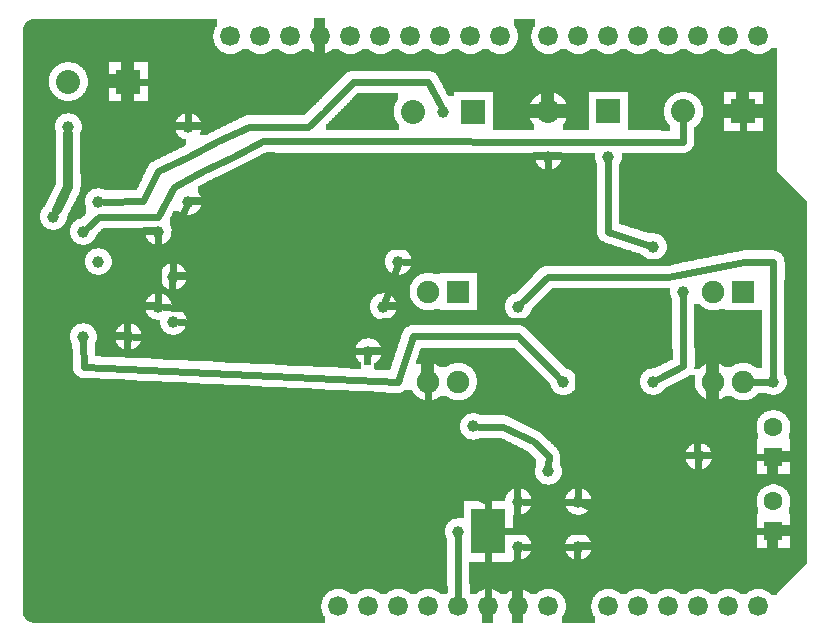
<source format=gbl>
G04 MADE WITH FRITZING*
G04 WWW.FRITZING.ORG*
G04 DOUBLE SIDED*
G04 HOLES PLATED*
G04 CONTOUR ON CENTER OF CONTOUR VECTOR*
%ASAXBY*%
%FSLAX23Y23*%
%MOIN*%
%OFA0B0*%
%SFA1.0B1.0*%
%ADD10C,0.075000*%
%ADD11C,0.039370*%
%ADD12C,0.066194*%
%ADD13C,0.066222*%
%ADD14C,0.080000*%
%ADD15C,0.062992*%
%ADD16R,0.111721X0.150623*%
%ADD17R,0.080000X0.080000*%
%ADD18R,0.075000X0.075000*%
%ADD19R,0.062992X0.062992*%
%ADD20C,0.024000*%
%ADD21C,0.032000*%
%LNCOPPER0*%
G90*
G70*
G54D10*
X1184Y1756D03*
X131Y2006D03*
X2357Y1021D03*
G54D11*
X1702Y452D03*
X1202Y952D03*
X1252Y1102D03*
X1302Y1252D03*
X2002Y1602D03*
X2152Y1302D03*
X1452Y1752D03*
X302Y1452D03*
X302Y1252D03*
X552Y1202D03*
X552Y1052D03*
X602Y1452D03*
X602Y1702D03*
X202Y1702D03*
X152Y1402D03*
X252Y1002D03*
X1852Y851D03*
X2152Y852D03*
X502Y1352D03*
X2252Y1152D03*
X1502Y352D03*
X2552Y852D03*
X1702Y1102D03*
X2303Y603D03*
X1552Y703D03*
X1802Y553D03*
X502Y1102D03*
X1802Y1602D03*
X402Y1002D03*
X252Y1352D03*
X1702Y302D03*
X1902Y302D03*
X1902Y452D03*
G54D12*
X2102Y103D03*
X2202Y103D03*
X2302Y103D03*
X2402Y103D03*
X2502Y103D03*
G54D13*
X1642Y2003D03*
X1542Y2003D03*
X1442Y2003D03*
X1342Y2003D03*
X1242Y2003D03*
X1142Y2003D03*
X1042Y2003D03*
X942Y2003D03*
X842Y2003D03*
X742Y2003D03*
X2502Y2003D03*
X2402Y2003D03*
X2302Y2003D03*
X2202Y2003D03*
X2102Y2003D03*
X2002Y2003D03*
X1902Y2003D03*
X1802Y2003D03*
G54D12*
X1202Y103D03*
X1102Y103D03*
X1302Y103D03*
X1402Y103D03*
X1502Y103D03*
X1602Y103D03*
X1702Y103D03*
X1802Y103D03*
X2002Y103D03*
G54D14*
X2452Y1753D03*
X2252Y1753D03*
X1552Y1752D03*
X1352Y1752D03*
X2002Y1753D03*
X1802Y1753D03*
X402Y1852D03*
X202Y1852D03*
G54D10*
X2452Y1152D03*
X2452Y852D03*
X2352Y1152D03*
X2352Y852D03*
X1502Y1152D03*
X1502Y852D03*
X1402Y1152D03*
X1402Y852D03*
G54D15*
X2552Y602D03*
X2552Y701D03*
X2552Y354D03*
X2552Y453D03*
G54D16*
X1602Y353D03*
G54D17*
X2452Y1753D03*
X1552Y1752D03*
X2002Y1753D03*
X402Y1852D03*
G54D18*
X2452Y1152D03*
X1502Y1152D03*
G54D19*
X2552Y602D03*
X2552Y354D03*
G54D20*
X1883Y452D02*
X1721Y452D01*
D02*
X1296Y1234D02*
X1258Y1120D01*
D02*
X2001Y1352D02*
X2002Y1583D01*
D02*
X2134Y1308D02*
X2001Y1352D01*
D02*
X1401Y1851D02*
X1443Y1769D01*
D02*
X1151Y1851D02*
X1401Y1851D01*
D02*
X1053Y1751D02*
X1151Y1851D01*
D02*
X1001Y1702D02*
X1053Y1751D01*
D02*
X803Y1702D02*
X1001Y1702D01*
D02*
X702Y1654D02*
X803Y1702D01*
D02*
X602Y1602D02*
X702Y1654D01*
D02*
X501Y1553D02*
X602Y1602D01*
D02*
X452Y1453D02*
X501Y1553D01*
D02*
X321Y1452D02*
X452Y1453D01*
D02*
X553Y1352D02*
X552Y1221D01*
D02*
X593Y1435D02*
X553Y1352D01*
D02*
X502Y1852D02*
X603Y1802D01*
D02*
X603Y1802D02*
X602Y1721D01*
D02*
X433Y1852D02*
X502Y1852D01*
G54D21*
D02*
X202Y1502D02*
X202Y1678D01*
D02*
X163Y1424D02*
X202Y1502D01*
G54D20*
D02*
X1701Y1003D02*
X1351Y1003D01*
D02*
X1351Y1003D02*
X1300Y852D01*
D02*
X1300Y852D02*
X253Y902D01*
D02*
X1839Y865D02*
X1701Y1003D01*
D02*
X253Y902D02*
X252Y983D01*
D02*
X2252Y903D02*
X2169Y861D01*
D02*
X2252Y1133D02*
X2252Y903D01*
D02*
X502Y1121D02*
X502Y1333D01*
D02*
X1502Y333D02*
X1502Y133D01*
D02*
X2453Y1252D02*
X2201Y1202D01*
D02*
X2201Y1202D02*
X1801Y1202D01*
D02*
X2552Y1252D02*
X2453Y1252D01*
D02*
X1801Y1202D02*
X1715Y1116D01*
D02*
X2552Y871D02*
X2552Y1252D01*
D02*
X2480Y852D02*
X2533Y852D01*
D02*
X2301Y503D02*
X2302Y584D01*
D02*
X2201Y453D02*
X2301Y503D01*
D02*
X2002Y453D02*
X2201Y453D01*
D02*
X1921Y452D02*
X2002Y453D01*
D02*
X2402Y602D02*
X2525Y602D01*
D02*
X2402Y502D02*
X2402Y602D01*
D02*
X2253Y403D02*
X2402Y502D01*
D02*
X2001Y403D02*
X2253Y403D01*
D02*
X1919Y444D02*
X2001Y403D01*
D02*
X1652Y702D02*
X1751Y653D01*
D02*
X1751Y653D02*
X1803Y604D01*
D02*
X1803Y604D02*
X1802Y572D01*
D02*
X1571Y702D02*
X1652Y702D01*
D02*
X2351Y1301D02*
X2201Y1252D01*
D02*
X2201Y1252D02*
X1321Y1252D01*
D02*
X1183Y953D02*
X421Y1001D01*
D02*
X2403Y1352D02*
X2351Y1301D01*
D02*
X2453Y1452D02*
X2403Y1352D01*
D02*
X2452Y1721D02*
X2453Y1452D01*
D02*
X1602Y283D02*
X1602Y133D01*
D02*
X1602Y451D02*
X1403Y554D01*
D02*
X1403Y554D02*
X1402Y824D01*
D02*
X1602Y422D02*
X1602Y451D01*
D02*
X1652Y353D02*
X2525Y354D01*
D02*
X303Y1401D02*
X265Y1365D01*
D02*
X852Y1654D02*
X751Y1602D01*
D02*
X751Y1602D02*
X651Y1553D01*
D02*
X2251Y1651D02*
X852Y1654D01*
D02*
X2252Y1721D02*
X2251Y1651D01*
D02*
X651Y1553D02*
X553Y1501D01*
D02*
X501Y1401D02*
X303Y1401D01*
D02*
X553Y1501D02*
X501Y1401D01*
D02*
X1883Y302D02*
X1721Y302D01*
D02*
X571Y1051D02*
X1140Y1004D01*
D02*
X1140Y1004D02*
X1251Y1053D01*
D02*
X1251Y1053D02*
X1751Y1053D01*
D02*
X1751Y1053D02*
X1901Y903D01*
D02*
X1901Y903D02*
X1902Y471D01*
D02*
X1150Y1053D02*
X1251Y1303D01*
D02*
X1251Y1303D02*
X1803Y1303D01*
D02*
X1803Y1303D02*
X1802Y1583D01*
D02*
X521Y1101D02*
X1150Y1053D01*
G36*
X1164Y1813D02*
X1164Y1811D01*
X1162Y1811D01*
X1162Y1809D01*
X1160Y1809D01*
X1160Y1807D01*
X1158Y1807D01*
X1158Y1805D01*
X1156Y1805D01*
X1156Y1803D01*
X1154Y1803D01*
X1154Y1801D01*
X1152Y1801D01*
X1152Y1799D01*
X1150Y1799D01*
X1150Y1797D01*
X1148Y1797D01*
X1148Y1793D01*
X1146Y1793D01*
X1146Y1791D01*
X1144Y1791D01*
X1144Y1789D01*
X1142Y1789D01*
X1142Y1787D01*
X1140Y1787D01*
X1140Y1785D01*
X1138Y1785D01*
X1138Y1783D01*
X1136Y1783D01*
X1136Y1781D01*
X1134Y1781D01*
X1134Y1779D01*
X1132Y1779D01*
X1132Y1777D01*
X1130Y1777D01*
X1130Y1775D01*
X1128Y1775D01*
X1128Y1773D01*
X1126Y1773D01*
X1126Y1771D01*
X1124Y1771D01*
X1124Y1769D01*
X1122Y1769D01*
X1122Y1767D01*
X1120Y1767D01*
X1120Y1765D01*
X1118Y1765D01*
X1118Y1763D01*
X1116Y1763D01*
X1116Y1761D01*
X1114Y1761D01*
X1114Y1759D01*
X1112Y1759D01*
X1112Y1757D01*
X1110Y1757D01*
X1110Y1755D01*
X1108Y1755D01*
X1108Y1753D01*
X1106Y1753D01*
X1106Y1751D01*
X1104Y1751D01*
X1104Y1749D01*
X1102Y1749D01*
X1102Y1747D01*
X1100Y1747D01*
X1100Y1745D01*
X1098Y1745D01*
X1098Y1743D01*
X1096Y1743D01*
X1096Y1741D01*
X1094Y1741D01*
X1094Y1739D01*
X1092Y1739D01*
X1092Y1737D01*
X1090Y1737D01*
X1090Y1735D01*
X1088Y1735D01*
X1088Y1733D01*
X1086Y1733D01*
X1086Y1731D01*
X1084Y1731D01*
X1084Y1729D01*
X1082Y1729D01*
X1082Y1727D01*
X1080Y1727D01*
X1080Y1725D01*
X1078Y1725D01*
X1078Y1723D01*
X1076Y1723D01*
X1076Y1721D01*
X1074Y1721D01*
X1074Y1719D01*
X1072Y1719D01*
X1072Y1717D01*
X1070Y1717D01*
X1070Y1715D01*
X1068Y1715D01*
X1068Y1713D01*
X1066Y1713D01*
X1066Y1711D01*
X1064Y1711D01*
X1064Y1709D01*
X1062Y1709D01*
X1062Y1689D01*
X1304Y1689D01*
X1304Y1709D01*
X1302Y1709D01*
X1302Y1711D01*
X1300Y1711D01*
X1300Y1713D01*
X1298Y1713D01*
X1298Y1717D01*
X1296Y1717D01*
X1296Y1721D01*
X1294Y1721D01*
X1294Y1723D01*
X1292Y1723D01*
X1292Y1729D01*
X1290Y1729D01*
X1290Y1735D01*
X1288Y1735D01*
X1288Y1745D01*
X1286Y1745D01*
X1286Y1759D01*
X1288Y1759D01*
X1288Y1769D01*
X1290Y1769D01*
X1290Y1775D01*
X1292Y1775D01*
X1292Y1779D01*
X1294Y1779D01*
X1294Y1783D01*
X1296Y1783D01*
X1296Y1787D01*
X1298Y1787D01*
X1298Y1789D01*
X1300Y1789D01*
X1300Y1793D01*
X1302Y1793D01*
X1302Y1813D01*
X1164Y1813D01*
G37*
D02*
G36*
X76Y2059D02*
X76Y2057D01*
X70Y2057D01*
X70Y2055D01*
X68Y2055D01*
X68Y2053D01*
X64Y2053D01*
X64Y2051D01*
X62Y2051D01*
X62Y2049D01*
X60Y2049D01*
X60Y2047D01*
X58Y2047D01*
X58Y2043D01*
X56Y2043D01*
X56Y2041D01*
X54Y2041D01*
X54Y2035D01*
X52Y2035D01*
X52Y1945D01*
X728Y1945D01*
X728Y1947D01*
X722Y1947D01*
X722Y1949D01*
X716Y1949D01*
X716Y1951D01*
X712Y1951D01*
X712Y1953D01*
X710Y1953D01*
X710Y1955D01*
X708Y1955D01*
X708Y1957D01*
X704Y1957D01*
X704Y1959D01*
X702Y1959D01*
X702Y1961D01*
X700Y1961D01*
X700Y1963D01*
X698Y1963D01*
X698Y1967D01*
X696Y1967D01*
X696Y1969D01*
X694Y1969D01*
X694Y1971D01*
X692Y1971D01*
X692Y1975D01*
X690Y1975D01*
X690Y1979D01*
X688Y1979D01*
X688Y1983D01*
X686Y1983D01*
X686Y1993D01*
X684Y1993D01*
X684Y2011D01*
X686Y2011D01*
X686Y2021D01*
X688Y2021D01*
X688Y2025D01*
X690Y2025D01*
X690Y2029D01*
X692Y2029D01*
X692Y2033D01*
X694Y2033D01*
X694Y2035D01*
X696Y2035D01*
X696Y2039D01*
X698Y2039D01*
X698Y2059D01*
X76Y2059D01*
G37*
D02*
G36*
X1686Y2059D02*
X1686Y2039D01*
X1688Y2039D01*
X1688Y2037D01*
X1690Y2037D01*
X1690Y2033D01*
X1692Y2033D01*
X1692Y2029D01*
X1694Y2029D01*
X1694Y2027D01*
X1696Y2027D01*
X1696Y2021D01*
X1698Y2021D01*
X1698Y2013D01*
X1700Y2013D01*
X1700Y1991D01*
X1698Y1991D01*
X1698Y1983D01*
X1696Y1983D01*
X1696Y1979D01*
X1694Y1979D01*
X1694Y1975D01*
X1692Y1975D01*
X1692Y1971D01*
X1690Y1971D01*
X1690Y1969D01*
X1688Y1969D01*
X1688Y1965D01*
X1686Y1965D01*
X1686Y1963D01*
X1684Y1963D01*
X1684Y1961D01*
X1682Y1961D01*
X1682Y1959D01*
X1680Y1959D01*
X1680Y1957D01*
X1676Y1957D01*
X1676Y1955D01*
X1674Y1955D01*
X1674Y1953D01*
X1672Y1953D01*
X1672Y1951D01*
X1668Y1951D01*
X1668Y1949D01*
X1664Y1949D01*
X1664Y1947D01*
X1656Y1947D01*
X1656Y1945D01*
X1788Y1945D01*
X1788Y1947D01*
X1782Y1947D01*
X1782Y1949D01*
X1776Y1949D01*
X1776Y1951D01*
X1774Y1951D01*
X1774Y1953D01*
X1770Y1953D01*
X1770Y1955D01*
X1768Y1955D01*
X1768Y1957D01*
X1764Y1957D01*
X1764Y1959D01*
X1762Y1959D01*
X1762Y1961D01*
X1760Y1961D01*
X1760Y1963D01*
X1758Y1963D01*
X1758Y1967D01*
X1756Y1967D01*
X1756Y1969D01*
X1754Y1969D01*
X1754Y1971D01*
X1752Y1971D01*
X1752Y1975D01*
X1750Y1975D01*
X1750Y1979D01*
X1748Y1979D01*
X1748Y1985D01*
X1746Y1985D01*
X1746Y1993D01*
X1744Y1993D01*
X1744Y2011D01*
X1746Y2011D01*
X1746Y2021D01*
X1748Y2021D01*
X1748Y2025D01*
X1750Y2025D01*
X1750Y2029D01*
X1752Y2029D01*
X1752Y2033D01*
X1754Y2033D01*
X1754Y2035D01*
X1756Y2035D01*
X1756Y2039D01*
X1758Y2039D01*
X1758Y2059D01*
X1686Y2059D01*
G37*
D02*
G36*
X2544Y1963D02*
X2544Y1961D01*
X2542Y1961D01*
X2542Y1959D01*
X2540Y1959D01*
X2540Y1957D01*
X2538Y1957D01*
X2538Y1955D01*
X2534Y1955D01*
X2534Y1953D01*
X2532Y1953D01*
X2532Y1951D01*
X2528Y1951D01*
X2528Y1949D01*
X2524Y1949D01*
X2524Y1947D01*
X2516Y1947D01*
X2516Y1945D01*
X2564Y1945D01*
X2564Y1963D01*
X2544Y1963D01*
G37*
D02*
G36*
X782Y1961D02*
X782Y1959D01*
X780Y1959D01*
X780Y1957D01*
X776Y1957D01*
X776Y1955D01*
X774Y1955D01*
X774Y1953D01*
X772Y1953D01*
X772Y1951D01*
X768Y1951D01*
X768Y1949D01*
X764Y1949D01*
X764Y1947D01*
X756Y1947D01*
X756Y1945D01*
X828Y1945D01*
X828Y1947D01*
X822Y1947D01*
X822Y1949D01*
X816Y1949D01*
X816Y1951D01*
X814Y1951D01*
X814Y1953D01*
X810Y1953D01*
X810Y1955D01*
X808Y1955D01*
X808Y1957D01*
X804Y1957D01*
X804Y1959D01*
X802Y1959D01*
X802Y1961D01*
X782Y1961D01*
G37*
D02*
G36*
X882Y1961D02*
X882Y1959D01*
X880Y1959D01*
X880Y1957D01*
X878Y1957D01*
X878Y1955D01*
X874Y1955D01*
X874Y1953D01*
X872Y1953D01*
X872Y1951D01*
X868Y1951D01*
X868Y1949D01*
X864Y1949D01*
X864Y1947D01*
X856Y1947D01*
X856Y1945D01*
X928Y1945D01*
X928Y1947D01*
X922Y1947D01*
X922Y1949D01*
X916Y1949D01*
X916Y1951D01*
X914Y1951D01*
X914Y1953D01*
X910Y1953D01*
X910Y1955D01*
X908Y1955D01*
X908Y1957D01*
X904Y1957D01*
X904Y1959D01*
X902Y1959D01*
X902Y1961D01*
X882Y1961D01*
G37*
D02*
G36*
X982Y1961D02*
X982Y1959D01*
X980Y1959D01*
X980Y1957D01*
X978Y1957D01*
X978Y1955D01*
X974Y1955D01*
X974Y1953D01*
X972Y1953D01*
X972Y1951D01*
X968Y1951D01*
X968Y1949D01*
X964Y1949D01*
X964Y1947D01*
X956Y1947D01*
X956Y1945D01*
X1028Y1945D01*
X1028Y1947D01*
X1022Y1947D01*
X1022Y1949D01*
X1016Y1949D01*
X1016Y1951D01*
X1014Y1951D01*
X1014Y1953D01*
X1010Y1953D01*
X1010Y1955D01*
X1008Y1955D01*
X1008Y1957D01*
X1004Y1957D01*
X1004Y1959D01*
X1002Y1959D01*
X1002Y1961D01*
X982Y1961D01*
G37*
D02*
G36*
X1082Y1961D02*
X1082Y1959D01*
X1080Y1959D01*
X1080Y1957D01*
X1078Y1957D01*
X1078Y1955D01*
X1074Y1955D01*
X1074Y1953D01*
X1072Y1953D01*
X1072Y1951D01*
X1068Y1951D01*
X1068Y1949D01*
X1064Y1949D01*
X1064Y1947D01*
X1056Y1947D01*
X1056Y1945D01*
X1128Y1945D01*
X1128Y1947D01*
X1122Y1947D01*
X1122Y1949D01*
X1116Y1949D01*
X1116Y1951D01*
X1114Y1951D01*
X1114Y1953D01*
X1110Y1953D01*
X1110Y1955D01*
X1108Y1955D01*
X1108Y1957D01*
X1104Y1957D01*
X1104Y1959D01*
X1102Y1959D01*
X1102Y1961D01*
X1082Y1961D01*
G37*
D02*
G36*
X1182Y1961D02*
X1182Y1959D01*
X1180Y1959D01*
X1180Y1957D01*
X1178Y1957D01*
X1178Y1955D01*
X1174Y1955D01*
X1174Y1953D01*
X1172Y1953D01*
X1172Y1951D01*
X1168Y1951D01*
X1168Y1949D01*
X1164Y1949D01*
X1164Y1947D01*
X1156Y1947D01*
X1156Y1945D01*
X1228Y1945D01*
X1228Y1947D01*
X1222Y1947D01*
X1222Y1949D01*
X1216Y1949D01*
X1216Y1951D01*
X1214Y1951D01*
X1214Y1953D01*
X1210Y1953D01*
X1210Y1955D01*
X1208Y1955D01*
X1208Y1957D01*
X1204Y1957D01*
X1204Y1959D01*
X1202Y1959D01*
X1202Y1961D01*
X1182Y1961D01*
G37*
D02*
G36*
X1282Y1961D02*
X1282Y1959D01*
X1280Y1959D01*
X1280Y1957D01*
X1278Y1957D01*
X1278Y1955D01*
X1274Y1955D01*
X1274Y1953D01*
X1272Y1953D01*
X1272Y1951D01*
X1268Y1951D01*
X1268Y1949D01*
X1264Y1949D01*
X1264Y1947D01*
X1256Y1947D01*
X1256Y1945D01*
X1328Y1945D01*
X1328Y1947D01*
X1322Y1947D01*
X1322Y1949D01*
X1316Y1949D01*
X1316Y1951D01*
X1314Y1951D01*
X1314Y1953D01*
X1310Y1953D01*
X1310Y1955D01*
X1308Y1955D01*
X1308Y1957D01*
X1304Y1957D01*
X1304Y1959D01*
X1302Y1959D01*
X1302Y1961D01*
X1282Y1961D01*
G37*
D02*
G36*
X1382Y1961D02*
X1382Y1959D01*
X1380Y1959D01*
X1380Y1957D01*
X1378Y1957D01*
X1378Y1955D01*
X1374Y1955D01*
X1374Y1953D01*
X1372Y1953D01*
X1372Y1951D01*
X1368Y1951D01*
X1368Y1949D01*
X1364Y1949D01*
X1364Y1947D01*
X1356Y1947D01*
X1356Y1945D01*
X1428Y1945D01*
X1428Y1947D01*
X1422Y1947D01*
X1422Y1949D01*
X1416Y1949D01*
X1416Y1951D01*
X1414Y1951D01*
X1414Y1953D01*
X1410Y1953D01*
X1410Y1955D01*
X1408Y1955D01*
X1408Y1957D01*
X1404Y1957D01*
X1404Y1959D01*
X1402Y1959D01*
X1402Y1961D01*
X1382Y1961D01*
G37*
D02*
G36*
X1482Y1961D02*
X1482Y1959D01*
X1480Y1959D01*
X1480Y1957D01*
X1478Y1957D01*
X1478Y1955D01*
X1474Y1955D01*
X1474Y1953D01*
X1472Y1953D01*
X1472Y1951D01*
X1468Y1951D01*
X1468Y1949D01*
X1464Y1949D01*
X1464Y1947D01*
X1456Y1947D01*
X1456Y1945D01*
X1528Y1945D01*
X1528Y1947D01*
X1522Y1947D01*
X1522Y1949D01*
X1516Y1949D01*
X1516Y1951D01*
X1514Y1951D01*
X1514Y1953D01*
X1510Y1953D01*
X1510Y1955D01*
X1508Y1955D01*
X1508Y1957D01*
X1504Y1957D01*
X1504Y1959D01*
X1502Y1959D01*
X1502Y1961D01*
X1482Y1961D01*
G37*
D02*
G36*
X1582Y1961D02*
X1582Y1959D01*
X1580Y1959D01*
X1580Y1957D01*
X1578Y1957D01*
X1578Y1955D01*
X1574Y1955D01*
X1574Y1953D01*
X1572Y1953D01*
X1572Y1951D01*
X1568Y1951D01*
X1568Y1949D01*
X1564Y1949D01*
X1564Y1947D01*
X1556Y1947D01*
X1556Y1945D01*
X1628Y1945D01*
X1628Y1947D01*
X1622Y1947D01*
X1622Y1949D01*
X1616Y1949D01*
X1616Y1951D01*
X1612Y1951D01*
X1612Y1953D01*
X1610Y1953D01*
X1610Y1955D01*
X1608Y1955D01*
X1608Y1957D01*
X1604Y1957D01*
X1604Y1959D01*
X1602Y1959D01*
X1602Y1961D01*
X1582Y1961D01*
G37*
D02*
G36*
X1842Y1961D02*
X1842Y1959D01*
X1840Y1959D01*
X1840Y1957D01*
X1838Y1957D01*
X1838Y1955D01*
X1834Y1955D01*
X1834Y1953D01*
X1832Y1953D01*
X1832Y1951D01*
X1828Y1951D01*
X1828Y1949D01*
X1824Y1949D01*
X1824Y1947D01*
X1816Y1947D01*
X1816Y1945D01*
X1888Y1945D01*
X1888Y1947D01*
X1882Y1947D01*
X1882Y1949D01*
X1876Y1949D01*
X1876Y1951D01*
X1874Y1951D01*
X1874Y1953D01*
X1870Y1953D01*
X1870Y1955D01*
X1868Y1955D01*
X1868Y1957D01*
X1864Y1957D01*
X1864Y1959D01*
X1862Y1959D01*
X1862Y1961D01*
X1842Y1961D01*
G37*
D02*
G36*
X1942Y1961D02*
X1942Y1959D01*
X1940Y1959D01*
X1940Y1957D01*
X1938Y1957D01*
X1938Y1955D01*
X1934Y1955D01*
X1934Y1953D01*
X1932Y1953D01*
X1932Y1951D01*
X1928Y1951D01*
X1928Y1949D01*
X1924Y1949D01*
X1924Y1947D01*
X1916Y1947D01*
X1916Y1945D01*
X1988Y1945D01*
X1988Y1947D01*
X1982Y1947D01*
X1982Y1949D01*
X1976Y1949D01*
X1976Y1951D01*
X1974Y1951D01*
X1974Y1953D01*
X1970Y1953D01*
X1970Y1955D01*
X1968Y1955D01*
X1968Y1957D01*
X1964Y1957D01*
X1964Y1959D01*
X1962Y1959D01*
X1962Y1961D01*
X1942Y1961D01*
G37*
D02*
G36*
X2042Y1961D02*
X2042Y1959D01*
X2040Y1959D01*
X2040Y1957D01*
X2038Y1957D01*
X2038Y1955D01*
X2034Y1955D01*
X2034Y1953D01*
X2032Y1953D01*
X2032Y1951D01*
X2028Y1951D01*
X2028Y1949D01*
X2024Y1949D01*
X2024Y1947D01*
X2016Y1947D01*
X2016Y1945D01*
X2088Y1945D01*
X2088Y1947D01*
X2082Y1947D01*
X2082Y1949D01*
X2076Y1949D01*
X2076Y1951D01*
X2074Y1951D01*
X2074Y1953D01*
X2070Y1953D01*
X2070Y1955D01*
X2068Y1955D01*
X2068Y1957D01*
X2064Y1957D01*
X2064Y1959D01*
X2062Y1959D01*
X2062Y1961D01*
X2042Y1961D01*
G37*
D02*
G36*
X2142Y1961D02*
X2142Y1959D01*
X2140Y1959D01*
X2140Y1957D01*
X2138Y1957D01*
X2138Y1955D01*
X2134Y1955D01*
X2134Y1953D01*
X2132Y1953D01*
X2132Y1951D01*
X2128Y1951D01*
X2128Y1949D01*
X2124Y1949D01*
X2124Y1947D01*
X2116Y1947D01*
X2116Y1945D01*
X2188Y1945D01*
X2188Y1947D01*
X2182Y1947D01*
X2182Y1949D01*
X2176Y1949D01*
X2176Y1951D01*
X2172Y1951D01*
X2172Y1953D01*
X2170Y1953D01*
X2170Y1955D01*
X2168Y1955D01*
X2168Y1957D01*
X2164Y1957D01*
X2164Y1959D01*
X2162Y1959D01*
X2162Y1961D01*
X2142Y1961D01*
G37*
D02*
G36*
X2242Y1961D02*
X2242Y1959D01*
X2240Y1959D01*
X2240Y1957D01*
X2236Y1957D01*
X2236Y1955D01*
X2234Y1955D01*
X2234Y1953D01*
X2232Y1953D01*
X2232Y1951D01*
X2228Y1951D01*
X2228Y1949D01*
X2224Y1949D01*
X2224Y1947D01*
X2216Y1947D01*
X2216Y1945D01*
X2288Y1945D01*
X2288Y1947D01*
X2282Y1947D01*
X2282Y1949D01*
X2276Y1949D01*
X2276Y1951D01*
X2274Y1951D01*
X2274Y1953D01*
X2270Y1953D01*
X2270Y1955D01*
X2268Y1955D01*
X2268Y1957D01*
X2264Y1957D01*
X2264Y1959D01*
X2262Y1959D01*
X2262Y1961D01*
X2242Y1961D01*
G37*
D02*
G36*
X2342Y1961D02*
X2342Y1959D01*
X2340Y1959D01*
X2340Y1957D01*
X2338Y1957D01*
X2338Y1955D01*
X2334Y1955D01*
X2334Y1953D01*
X2332Y1953D01*
X2332Y1951D01*
X2328Y1951D01*
X2328Y1949D01*
X2324Y1949D01*
X2324Y1947D01*
X2316Y1947D01*
X2316Y1945D01*
X2388Y1945D01*
X2388Y1947D01*
X2382Y1947D01*
X2382Y1949D01*
X2376Y1949D01*
X2376Y1951D01*
X2374Y1951D01*
X2374Y1953D01*
X2370Y1953D01*
X2370Y1955D01*
X2368Y1955D01*
X2368Y1957D01*
X2364Y1957D01*
X2364Y1959D01*
X2362Y1959D01*
X2362Y1961D01*
X2342Y1961D01*
G37*
D02*
G36*
X2442Y1961D02*
X2442Y1959D01*
X2440Y1959D01*
X2440Y1957D01*
X2438Y1957D01*
X2438Y1955D01*
X2434Y1955D01*
X2434Y1953D01*
X2432Y1953D01*
X2432Y1951D01*
X2428Y1951D01*
X2428Y1949D01*
X2424Y1949D01*
X2424Y1947D01*
X2416Y1947D01*
X2416Y1945D01*
X2488Y1945D01*
X2488Y1947D01*
X2482Y1947D01*
X2482Y1949D01*
X2476Y1949D01*
X2476Y1951D01*
X2474Y1951D01*
X2474Y1953D01*
X2470Y1953D01*
X2470Y1955D01*
X2468Y1955D01*
X2468Y1957D01*
X2464Y1957D01*
X2464Y1959D01*
X2462Y1959D01*
X2462Y1961D01*
X2442Y1961D01*
G37*
D02*
G36*
X52Y1945D02*
X52Y1943D01*
X2564Y1943D01*
X2564Y1945D01*
X52Y1945D01*
G37*
D02*
G36*
X52Y1945D02*
X52Y1943D01*
X2564Y1943D01*
X2564Y1945D01*
X52Y1945D01*
G37*
D02*
G36*
X52Y1945D02*
X52Y1943D01*
X2564Y1943D01*
X2564Y1945D01*
X52Y1945D01*
G37*
D02*
G36*
X52Y1945D02*
X52Y1943D01*
X2564Y1943D01*
X2564Y1945D01*
X52Y1945D01*
G37*
D02*
G36*
X52Y1945D02*
X52Y1943D01*
X2564Y1943D01*
X2564Y1945D01*
X52Y1945D01*
G37*
D02*
G36*
X52Y1945D02*
X52Y1943D01*
X2564Y1943D01*
X2564Y1945D01*
X52Y1945D01*
G37*
D02*
G36*
X52Y1945D02*
X52Y1943D01*
X2564Y1943D01*
X2564Y1945D01*
X52Y1945D01*
G37*
D02*
G36*
X52Y1945D02*
X52Y1943D01*
X2564Y1943D01*
X2564Y1945D01*
X52Y1945D01*
G37*
D02*
G36*
X52Y1945D02*
X52Y1943D01*
X2564Y1943D01*
X2564Y1945D01*
X52Y1945D01*
G37*
D02*
G36*
X52Y1945D02*
X52Y1943D01*
X2564Y1943D01*
X2564Y1945D01*
X52Y1945D01*
G37*
D02*
G36*
X52Y1945D02*
X52Y1943D01*
X2564Y1943D01*
X2564Y1945D01*
X52Y1945D01*
G37*
D02*
G36*
X52Y1945D02*
X52Y1943D01*
X2564Y1943D01*
X2564Y1945D01*
X52Y1945D01*
G37*
D02*
G36*
X52Y1945D02*
X52Y1943D01*
X2564Y1943D01*
X2564Y1945D01*
X52Y1945D01*
G37*
D02*
G36*
X52Y1945D02*
X52Y1943D01*
X2564Y1943D01*
X2564Y1945D01*
X52Y1945D01*
G37*
D02*
G36*
X52Y1945D02*
X52Y1943D01*
X2564Y1943D01*
X2564Y1945D01*
X52Y1945D01*
G37*
D02*
G36*
X52Y1945D02*
X52Y1943D01*
X2564Y1943D01*
X2564Y1945D01*
X52Y1945D01*
G37*
D02*
G36*
X52Y1945D02*
X52Y1943D01*
X2564Y1943D01*
X2564Y1945D01*
X52Y1945D01*
G37*
D02*
G36*
X52Y1945D02*
X52Y1943D01*
X2564Y1943D01*
X2564Y1945D01*
X52Y1945D01*
G37*
D02*
G36*
X52Y1945D02*
X52Y1943D01*
X2564Y1943D01*
X2564Y1945D01*
X52Y1945D01*
G37*
D02*
G36*
X52Y1943D02*
X52Y1917D01*
X466Y1917D01*
X466Y1887D01*
X1412Y1887D01*
X1412Y1885D01*
X1418Y1885D01*
X1418Y1883D01*
X1422Y1883D01*
X1422Y1881D01*
X1424Y1881D01*
X1424Y1879D01*
X1426Y1879D01*
X1426Y1877D01*
X1428Y1877D01*
X1428Y1875D01*
X1430Y1875D01*
X1430Y1873D01*
X1432Y1873D01*
X1432Y1869D01*
X1434Y1869D01*
X1434Y1865D01*
X1436Y1865D01*
X1436Y1861D01*
X1438Y1861D01*
X1438Y1857D01*
X1440Y1857D01*
X1440Y1855D01*
X1442Y1855D01*
X1442Y1851D01*
X1444Y1851D01*
X1444Y1847D01*
X1446Y1847D01*
X1446Y1843D01*
X1448Y1843D01*
X1448Y1839D01*
X1450Y1839D01*
X1450Y1835D01*
X1452Y1835D01*
X1452Y1831D01*
X1454Y1831D01*
X1454Y1827D01*
X1456Y1827D01*
X1456Y1823D01*
X1458Y1823D01*
X1458Y1819D01*
X1460Y1819D01*
X1460Y1817D01*
X2518Y1817D01*
X2518Y1687D01*
X2564Y1687D01*
X2564Y1943D01*
X52Y1943D01*
G37*
D02*
G36*
X52Y1917D02*
X52Y1787D01*
X188Y1787D01*
X188Y1789D01*
X182Y1789D01*
X182Y1791D01*
X176Y1791D01*
X176Y1793D01*
X172Y1793D01*
X172Y1795D01*
X168Y1795D01*
X168Y1797D01*
X166Y1797D01*
X166Y1799D01*
X162Y1799D01*
X162Y1801D01*
X160Y1801D01*
X160Y1803D01*
X158Y1803D01*
X158Y1805D01*
X156Y1805D01*
X156Y1807D01*
X154Y1807D01*
X154Y1809D01*
X152Y1809D01*
X152Y1811D01*
X150Y1811D01*
X150Y1813D01*
X148Y1813D01*
X148Y1817D01*
X146Y1817D01*
X146Y1821D01*
X144Y1821D01*
X144Y1823D01*
X142Y1823D01*
X142Y1829D01*
X140Y1829D01*
X140Y1835D01*
X138Y1835D01*
X138Y1845D01*
X136Y1845D01*
X136Y1859D01*
X138Y1859D01*
X138Y1869D01*
X140Y1869D01*
X140Y1875D01*
X142Y1875D01*
X142Y1879D01*
X144Y1879D01*
X144Y1883D01*
X146Y1883D01*
X146Y1887D01*
X148Y1887D01*
X148Y1889D01*
X150Y1889D01*
X150Y1893D01*
X152Y1893D01*
X152Y1895D01*
X154Y1895D01*
X154Y1897D01*
X156Y1897D01*
X156Y1899D01*
X158Y1899D01*
X158Y1901D01*
X160Y1901D01*
X160Y1903D01*
X164Y1903D01*
X164Y1905D01*
X166Y1905D01*
X166Y1907D01*
X170Y1907D01*
X170Y1909D01*
X174Y1909D01*
X174Y1911D01*
X178Y1911D01*
X178Y1913D01*
X184Y1913D01*
X184Y1915D01*
X192Y1915D01*
X192Y1917D01*
X52Y1917D01*
G37*
D02*
G36*
X210Y1917D02*
X210Y1915D01*
X220Y1915D01*
X220Y1913D01*
X226Y1913D01*
X226Y1911D01*
X230Y1911D01*
X230Y1909D01*
X234Y1909D01*
X234Y1907D01*
X238Y1907D01*
X238Y1905D01*
X240Y1905D01*
X240Y1903D01*
X242Y1903D01*
X242Y1901D01*
X244Y1901D01*
X244Y1899D01*
X248Y1899D01*
X248Y1897D01*
X250Y1897D01*
X250Y1893D01*
X252Y1893D01*
X252Y1891D01*
X254Y1891D01*
X254Y1889D01*
X256Y1889D01*
X256Y1885D01*
X258Y1885D01*
X258Y1883D01*
X260Y1883D01*
X260Y1879D01*
X262Y1879D01*
X262Y1873D01*
X264Y1873D01*
X264Y1865D01*
X266Y1865D01*
X266Y1837D01*
X264Y1837D01*
X264Y1831D01*
X262Y1831D01*
X262Y1825D01*
X260Y1825D01*
X260Y1821D01*
X258Y1821D01*
X258Y1819D01*
X256Y1819D01*
X256Y1815D01*
X254Y1815D01*
X254Y1813D01*
X252Y1813D01*
X252Y1809D01*
X250Y1809D01*
X250Y1807D01*
X248Y1807D01*
X248Y1805D01*
X246Y1805D01*
X246Y1803D01*
X244Y1803D01*
X244Y1801D01*
X240Y1801D01*
X240Y1799D01*
X238Y1799D01*
X238Y1797D01*
X234Y1797D01*
X234Y1795D01*
X232Y1795D01*
X232Y1793D01*
X228Y1793D01*
X228Y1791D01*
X222Y1791D01*
X222Y1789D01*
X214Y1789D01*
X214Y1787D01*
X336Y1787D01*
X336Y1917D01*
X210Y1917D01*
G37*
D02*
G36*
X466Y1887D02*
X466Y1787D01*
X1038Y1787D01*
X1038Y1789D01*
X1040Y1789D01*
X1040Y1791D01*
X1042Y1791D01*
X1042Y1793D01*
X1044Y1793D01*
X1044Y1795D01*
X1046Y1795D01*
X1046Y1797D01*
X1048Y1797D01*
X1048Y1799D01*
X1050Y1799D01*
X1050Y1801D01*
X1052Y1801D01*
X1052Y1803D01*
X1054Y1803D01*
X1054Y1807D01*
X1056Y1807D01*
X1056Y1809D01*
X1058Y1809D01*
X1058Y1811D01*
X1060Y1811D01*
X1060Y1813D01*
X1062Y1813D01*
X1062Y1815D01*
X1064Y1815D01*
X1064Y1817D01*
X1066Y1817D01*
X1066Y1819D01*
X1068Y1819D01*
X1068Y1821D01*
X1070Y1821D01*
X1070Y1823D01*
X1072Y1823D01*
X1072Y1825D01*
X1074Y1825D01*
X1074Y1827D01*
X1076Y1827D01*
X1076Y1829D01*
X1078Y1829D01*
X1078Y1831D01*
X1080Y1831D01*
X1080Y1833D01*
X1082Y1833D01*
X1082Y1835D01*
X1084Y1835D01*
X1084Y1837D01*
X1086Y1837D01*
X1086Y1839D01*
X1088Y1839D01*
X1088Y1841D01*
X1090Y1841D01*
X1090Y1843D01*
X1092Y1843D01*
X1092Y1845D01*
X1094Y1845D01*
X1094Y1847D01*
X1096Y1847D01*
X1096Y1849D01*
X1098Y1849D01*
X1098Y1851D01*
X1100Y1851D01*
X1100Y1853D01*
X1102Y1853D01*
X1102Y1855D01*
X1104Y1855D01*
X1104Y1857D01*
X1106Y1857D01*
X1106Y1859D01*
X1108Y1859D01*
X1108Y1861D01*
X1110Y1861D01*
X1110Y1863D01*
X1112Y1863D01*
X1112Y1865D01*
X1114Y1865D01*
X1114Y1867D01*
X1116Y1867D01*
X1116Y1869D01*
X1118Y1869D01*
X1118Y1871D01*
X1120Y1871D01*
X1120Y1873D01*
X1122Y1873D01*
X1122Y1875D01*
X1124Y1875D01*
X1124Y1877D01*
X1126Y1877D01*
X1126Y1879D01*
X1128Y1879D01*
X1128Y1881D01*
X1132Y1881D01*
X1132Y1883D01*
X1134Y1883D01*
X1134Y1885D01*
X1140Y1885D01*
X1140Y1887D01*
X466Y1887D01*
G37*
D02*
G36*
X1460Y1817D02*
X1460Y1815D01*
X1462Y1815D01*
X1462Y1811D01*
X1464Y1811D01*
X1464Y1807D01*
X1466Y1807D01*
X1466Y1803D01*
X1486Y1803D01*
X1486Y1817D01*
X1460Y1817D01*
G37*
D02*
G36*
X1616Y1817D02*
X1616Y1689D01*
X1754Y1689D01*
X1754Y1709D01*
X1752Y1709D01*
X1752Y1713D01*
X1750Y1713D01*
X1750Y1715D01*
X1748Y1715D01*
X1748Y1719D01*
X1746Y1719D01*
X1746Y1721D01*
X1744Y1721D01*
X1744Y1725D01*
X1742Y1725D01*
X1742Y1731D01*
X1740Y1731D01*
X1740Y1737D01*
X1738Y1737D01*
X1738Y1767D01*
X1740Y1767D01*
X1740Y1773D01*
X1742Y1773D01*
X1742Y1779D01*
X1744Y1779D01*
X1744Y1783D01*
X1746Y1783D01*
X1746Y1787D01*
X1748Y1787D01*
X1748Y1789D01*
X1750Y1789D01*
X1750Y1791D01*
X1752Y1791D01*
X1752Y1795D01*
X1754Y1795D01*
X1754Y1797D01*
X1756Y1797D01*
X1756Y1799D01*
X1758Y1799D01*
X1758Y1801D01*
X1760Y1801D01*
X1760Y1803D01*
X1764Y1803D01*
X1764Y1805D01*
X1766Y1805D01*
X1766Y1807D01*
X1770Y1807D01*
X1770Y1809D01*
X1772Y1809D01*
X1772Y1811D01*
X1776Y1811D01*
X1776Y1813D01*
X1782Y1813D01*
X1782Y1815D01*
X1790Y1815D01*
X1790Y1817D01*
X1616Y1817D01*
G37*
D02*
G36*
X1814Y1817D02*
X1814Y1815D01*
X1822Y1815D01*
X1822Y1813D01*
X1828Y1813D01*
X1828Y1811D01*
X1832Y1811D01*
X1832Y1809D01*
X1834Y1809D01*
X1834Y1807D01*
X1838Y1807D01*
X1838Y1805D01*
X1840Y1805D01*
X1840Y1803D01*
X1844Y1803D01*
X1844Y1801D01*
X1846Y1801D01*
X1846Y1799D01*
X1848Y1799D01*
X1848Y1797D01*
X1850Y1797D01*
X1850Y1795D01*
X1852Y1795D01*
X1852Y1793D01*
X1854Y1793D01*
X1854Y1789D01*
X1856Y1789D01*
X1856Y1787D01*
X1858Y1787D01*
X1858Y1783D01*
X1860Y1783D01*
X1860Y1779D01*
X1862Y1779D01*
X1862Y1775D01*
X1864Y1775D01*
X1864Y1769D01*
X1866Y1769D01*
X1866Y1755D01*
X1868Y1755D01*
X1868Y1749D01*
X1866Y1749D01*
X1866Y1735D01*
X1864Y1735D01*
X1864Y1729D01*
X1862Y1729D01*
X1862Y1725D01*
X1860Y1725D01*
X1860Y1721D01*
X1858Y1721D01*
X1858Y1717D01*
X1856Y1717D01*
X1856Y1715D01*
X1854Y1715D01*
X1854Y1711D01*
X1852Y1711D01*
X1852Y1709D01*
X1850Y1709D01*
X1850Y1689D01*
X1938Y1689D01*
X1938Y1817D01*
X1814Y1817D01*
G37*
D02*
G36*
X2068Y1817D02*
X2068Y1689D01*
X2176Y1689D01*
X2176Y1687D01*
X2206Y1687D01*
X2206Y1707D01*
X2204Y1707D01*
X2204Y1709D01*
X2202Y1709D01*
X2202Y1713D01*
X2200Y1713D01*
X2200Y1715D01*
X2198Y1715D01*
X2198Y1719D01*
X2196Y1719D01*
X2196Y1721D01*
X2194Y1721D01*
X2194Y1725D01*
X2192Y1725D01*
X2192Y1731D01*
X2190Y1731D01*
X2190Y1737D01*
X2188Y1737D01*
X2188Y1767D01*
X2190Y1767D01*
X2190Y1773D01*
X2192Y1773D01*
X2192Y1779D01*
X2194Y1779D01*
X2194Y1783D01*
X2196Y1783D01*
X2196Y1787D01*
X2198Y1787D01*
X2198Y1789D01*
X2200Y1789D01*
X2200Y1791D01*
X2202Y1791D01*
X2202Y1795D01*
X2204Y1795D01*
X2204Y1797D01*
X2206Y1797D01*
X2206Y1799D01*
X2208Y1799D01*
X2208Y1801D01*
X2210Y1801D01*
X2210Y1803D01*
X2214Y1803D01*
X2214Y1805D01*
X2216Y1805D01*
X2216Y1807D01*
X2220Y1807D01*
X2220Y1809D01*
X2222Y1809D01*
X2222Y1811D01*
X2226Y1811D01*
X2226Y1813D01*
X2232Y1813D01*
X2232Y1815D01*
X2240Y1815D01*
X2240Y1817D01*
X2068Y1817D01*
G37*
D02*
G36*
X2264Y1817D02*
X2264Y1815D01*
X2272Y1815D01*
X2272Y1813D01*
X2278Y1813D01*
X2278Y1811D01*
X2282Y1811D01*
X2282Y1809D01*
X2284Y1809D01*
X2284Y1807D01*
X2288Y1807D01*
X2288Y1805D01*
X2290Y1805D01*
X2290Y1803D01*
X2294Y1803D01*
X2294Y1801D01*
X2296Y1801D01*
X2296Y1799D01*
X2298Y1799D01*
X2298Y1797D01*
X2300Y1797D01*
X2300Y1795D01*
X2302Y1795D01*
X2302Y1793D01*
X2304Y1793D01*
X2304Y1789D01*
X2306Y1789D01*
X2306Y1787D01*
X2308Y1787D01*
X2308Y1783D01*
X2310Y1783D01*
X2310Y1779D01*
X2312Y1779D01*
X2312Y1775D01*
X2314Y1775D01*
X2314Y1769D01*
X2316Y1769D01*
X2316Y1755D01*
X2318Y1755D01*
X2318Y1749D01*
X2316Y1749D01*
X2316Y1735D01*
X2314Y1735D01*
X2314Y1729D01*
X2312Y1729D01*
X2312Y1725D01*
X2310Y1725D01*
X2310Y1721D01*
X2308Y1721D01*
X2308Y1717D01*
X2306Y1717D01*
X2306Y1715D01*
X2304Y1715D01*
X2304Y1711D01*
X2302Y1711D01*
X2302Y1709D01*
X2300Y1709D01*
X2300Y1707D01*
X2298Y1707D01*
X2298Y1705D01*
X2296Y1705D01*
X2296Y1703D01*
X2294Y1703D01*
X2294Y1701D01*
X2290Y1701D01*
X2290Y1699D01*
X2288Y1699D01*
X2288Y1687D01*
X2388Y1687D01*
X2388Y1817D01*
X2264Y1817D01*
G37*
D02*
G36*
X52Y1787D02*
X52Y1785D01*
X1036Y1785D01*
X1036Y1787D01*
X52Y1787D01*
G37*
D02*
G36*
X52Y1787D02*
X52Y1785D01*
X1036Y1785D01*
X1036Y1787D01*
X52Y1787D01*
G37*
D02*
G36*
X52Y1787D02*
X52Y1785D01*
X1036Y1785D01*
X1036Y1787D01*
X52Y1787D01*
G37*
D02*
G36*
X52Y1785D02*
X52Y1747D01*
X606Y1747D01*
X606Y1745D01*
X616Y1745D01*
X616Y1743D01*
X620Y1743D01*
X620Y1741D01*
X624Y1741D01*
X624Y1739D01*
X628Y1739D01*
X628Y1737D01*
X630Y1737D01*
X630Y1735D01*
X632Y1735D01*
X632Y1733D01*
X634Y1733D01*
X634Y1731D01*
X636Y1731D01*
X636Y1729D01*
X638Y1729D01*
X638Y1725D01*
X640Y1725D01*
X640Y1723D01*
X642Y1723D01*
X642Y1719D01*
X644Y1719D01*
X644Y1711D01*
X646Y1711D01*
X646Y1691D01*
X644Y1691D01*
X644Y1685D01*
X642Y1685D01*
X642Y1673D01*
X662Y1673D01*
X662Y1675D01*
X666Y1675D01*
X666Y1677D01*
X670Y1677D01*
X670Y1679D01*
X674Y1679D01*
X674Y1681D01*
X678Y1681D01*
X678Y1683D01*
X682Y1683D01*
X682Y1685D01*
X686Y1685D01*
X686Y1687D01*
X690Y1687D01*
X690Y1689D01*
X694Y1689D01*
X694Y1691D01*
X698Y1691D01*
X698Y1693D01*
X702Y1693D01*
X702Y1695D01*
X706Y1695D01*
X706Y1697D01*
X710Y1697D01*
X710Y1699D01*
X714Y1699D01*
X714Y1701D01*
X718Y1701D01*
X718Y1703D01*
X722Y1703D01*
X722Y1705D01*
X726Y1705D01*
X726Y1707D01*
X730Y1707D01*
X730Y1709D01*
X734Y1709D01*
X734Y1711D01*
X738Y1711D01*
X738Y1713D01*
X742Y1713D01*
X742Y1715D01*
X746Y1715D01*
X746Y1717D01*
X752Y1717D01*
X752Y1719D01*
X756Y1719D01*
X756Y1721D01*
X760Y1721D01*
X760Y1723D01*
X764Y1723D01*
X764Y1725D01*
X768Y1725D01*
X768Y1727D01*
X772Y1727D01*
X772Y1729D01*
X776Y1729D01*
X776Y1731D01*
X780Y1731D01*
X780Y1733D01*
X784Y1733D01*
X784Y1735D01*
X788Y1735D01*
X788Y1737D01*
X794Y1737D01*
X794Y1739D01*
X988Y1739D01*
X988Y1741D01*
X990Y1741D01*
X990Y1743D01*
X992Y1743D01*
X992Y1745D01*
X994Y1745D01*
X994Y1747D01*
X996Y1747D01*
X996Y1749D01*
X998Y1749D01*
X998Y1751D01*
X1000Y1751D01*
X1000Y1753D01*
X1002Y1753D01*
X1002Y1755D01*
X1004Y1755D01*
X1004Y1757D01*
X1006Y1757D01*
X1006Y1759D01*
X1008Y1759D01*
X1008Y1761D01*
X1010Y1761D01*
X1010Y1763D01*
X1012Y1763D01*
X1012Y1765D01*
X1014Y1765D01*
X1014Y1767D01*
X1016Y1767D01*
X1016Y1769D01*
X1018Y1769D01*
X1018Y1771D01*
X1022Y1771D01*
X1022Y1773D01*
X1024Y1773D01*
X1024Y1775D01*
X1026Y1775D01*
X1026Y1777D01*
X1028Y1777D01*
X1028Y1779D01*
X1030Y1779D01*
X1030Y1781D01*
X1032Y1781D01*
X1032Y1783D01*
X1034Y1783D01*
X1034Y1785D01*
X52Y1785D01*
G37*
D02*
G36*
X52Y1747D02*
X52Y1357D01*
X144Y1357D01*
X144Y1359D01*
X136Y1359D01*
X136Y1361D01*
X132Y1361D01*
X132Y1363D01*
X128Y1363D01*
X128Y1365D01*
X126Y1365D01*
X126Y1367D01*
X122Y1367D01*
X122Y1369D01*
X120Y1369D01*
X120Y1371D01*
X118Y1371D01*
X118Y1373D01*
X116Y1373D01*
X116Y1377D01*
X114Y1377D01*
X114Y1379D01*
X112Y1379D01*
X112Y1383D01*
X110Y1383D01*
X110Y1389D01*
X108Y1389D01*
X108Y1401D01*
X106Y1401D01*
X106Y1403D01*
X108Y1403D01*
X108Y1415D01*
X110Y1415D01*
X110Y1421D01*
X112Y1421D01*
X112Y1423D01*
X114Y1423D01*
X114Y1427D01*
X116Y1427D01*
X116Y1429D01*
X118Y1429D01*
X118Y1433D01*
X120Y1433D01*
X120Y1435D01*
X124Y1435D01*
X124Y1439D01*
X126Y1439D01*
X126Y1443D01*
X128Y1443D01*
X128Y1447D01*
X130Y1447D01*
X130Y1451D01*
X132Y1451D01*
X132Y1455D01*
X134Y1455D01*
X134Y1459D01*
X136Y1459D01*
X136Y1463D01*
X138Y1463D01*
X138Y1467D01*
X140Y1467D01*
X140Y1471D01*
X142Y1471D01*
X142Y1475D01*
X144Y1475D01*
X144Y1479D01*
X146Y1479D01*
X146Y1483D01*
X148Y1483D01*
X148Y1487D01*
X150Y1487D01*
X150Y1491D01*
X152Y1491D01*
X152Y1495D01*
X154Y1495D01*
X154Y1499D01*
X156Y1499D01*
X156Y1503D01*
X158Y1503D01*
X158Y1507D01*
X160Y1507D01*
X160Y1511D01*
X162Y1511D01*
X162Y1537D01*
X160Y1537D01*
X160Y1689D01*
X158Y1689D01*
X158Y1701D01*
X156Y1701D01*
X156Y1703D01*
X158Y1703D01*
X158Y1715D01*
X160Y1715D01*
X160Y1721D01*
X162Y1721D01*
X162Y1723D01*
X164Y1723D01*
X164Y1727D01*
X166Y1727D01*
X166Y1729D01*
X168Y1729D01*
X168Y1733D01*
X170Y1733D01*
X170Y1735D01*
X174Y1735D01*
X174Y1737D01*
X176Y1737D01*
X176Y1739D01*
X180Y1739D01*
X180Y1741D01*
X182Y1741D01*
X182Y1743D01*
X188Y1743D01*
X188Y1745D01*
X196Y1745D01*
X196Y1747D01*
X52Y1747D01*
G37*
D02*
G36*
X206Y1747D02*
X206Y1745D01*
X216Y1745D01*
X216Y1743D01*
X220Y1743D01*
X220Y1741D01*
X224Y1741D01*
X224Y1739D01*
X228Y1739D01*
X228Y1737D01*
X230Y1737D01*
X230Y1735D01*
X232Y1735D01*
X232Y1733D01*
X234Y1733D01*
X234Y1731D01*
X236Y1731D01*
X236Y1729D01*
X238Y1729D01*
X238Y1725D01*
X240Y1725D01*
X240Y1723D01*
X242Y1723D01*
X242Y1719D01*
X244Y1719D01*
X244Y1711D01*
X246Y1711D01*
X246Y1691D01*
X244Y1691D01*
X244Y1685D01*
X242Y1685D01*
X242Y1543D01*
X244Y1543D01*
X244Y1499D01*
X242Y1499D01*
X242Y1497D01*
X306Y1497D01*
X306Y1495D01*
X316Y1495D01*
X316Y1493D01*
X320Y1493D01*
X320Y1491D01*
X324Y1491D01*
X324Y1489D01*
X430Y1489D01*
X430Y1493D01*
X432Y1493D01*
X432Y1497D01*
X434Y1497D01*
X434Y1501D01*
X436Y1501D01*
X436Y1505D01*
X438Y1505D01*
X438Y1509D01*
X440Y1509D01*
X440Y1513D01*
X442Y1513D01*
X442Y1517D01*
X444Y1517D01*
X444Y1521D01*
X446Y1521D01*
X446Y1525D01*
X448Y1525D01*
X448Y1529D01*
X450Y1529D01*
X450Y1535D01*
X452Y1535D01*
X452Y1539D01*
X454Y1539D01*
X454Y1543D01*
X456Y1543D01*
X456Y1547D01*
X458Y1547D01*
X458Y1551D01*
X460Y1551D01*
X460Y1555D01*
X462Y1555D01*
X462Y1559D01*
X464Y1559D01*
X464Y1563D01*
X466Y1563D01*
X466Y1567D01*
X468Y1567D01*
X468Y1571D01*
X470Y1571D01*
X470Y1573D01*
X472Y1573D01*
X472Y1577D01*
X474Y1577D01*
X474Y1579D01*
X476Y1579D01*
X476Y1581D01*
X478Y1581D01*
X478Y1583D01*
X482Y1583D01*
X482Y1585D01*
X486Y1585D01*
X486Y1587D01*
X490Y1587D01*
X490Y1589D01*
X494Y1589D01*
X494Y1591D01*
X498Y1591D01*
X498Y1593D01*
X502Y1593D01*
X502Y1595D01*
X506Y1595D01*
X506Y1597D01*
X510Y1597D01*
X510Y1599D01*
X514Y1599D01*
X514Y1601D01*
X518Y1601D01*
X518Y1603D01*
X522Y1603D01*
X522Y1605D01*
X526Y1605D01*
X526Y1607D01*
X530Y1607D01*
X530Y1609D01*
X534Y1609D01*
X534Y1611D01*
X538Y1611D01*
X538Y1613D01*
X542Y1613D01*
X542Y1615D01*
X548Y1615D01*
X548Y1617D01*
X552Y1617D01*
X552Y1619D01*
X556Y1619D01*
X556Y1621D01*
X560Y1621D01*
X560Y1623D01*
X564Y1623D01*
X564Y1625D01*
X568Y1625D01*
X568Y1627D01*
X572Y1627D01*
X572Y1629D01*
X576Y1629D01*
X576Y1631D01*
X580Y1631D01*
X580Y1633D01*
X584Y1633D01*
X584Y1635D01*
X588Y1635D01*
X588Y1637D01*
X592Y1637D01*
X592Y1639D01*
X594Y1639D01*
X594Y1659D01*
X586Y1659D01*
X586Y1661D01*
X582Y1661D01*
X582Y1663D01*
X578Y1663D01*
X578Y1665D01*
X576Y1665D01*
X576Y1667D01*
X572Y1667D01*
X572Y1669D01*
X570Y1669D01*
X570Y1671D01*
X568Y1671D01*
X568Y1673D01*
X566Y1673D01*
X566Y1677D01*
X564Y1677D01*
X564Y1679D01*
X562Y1679D01*
X562Y1683D01*
X560Y1683D01*
X560Y1689D01*
X558Y1689D01*
X558Y1701D01*
X556Y1701D01*
X556Y1703D01*
X558Y1703D01*
X558Y1715D01*
X560Y1715D01*
X560Y1721D01*
X562Y1721D01*
X562Y1723D01*
X564Y1723D01*
X564Y1727D01*
X566Y1727D01*
X566Y1729D01*
X568Y1729D01*
X568Y1733D01*
X570Y1733D01*
X570Y1735D01*
X574Y1735D01*
X574Y1737D01*
X576Y1737D01*
X576Y1739D01*
X580Y1739D01*
X580Y1741D01*
X582Y1741D01*
X582Y1743D01*
X588Y1743D01*
X588Y1745D01*
X596Y1745D01*
X596Y1747D01*
X206Y1747D01*
G37*
D02*
G36*
X2288Y1687D02*
X2288Y1685D01*
X2564Y1685D01*
X2564Y1687D01*
X2288Y1687D01*
G37*
D02*
G36*
X2288Y1687D02*
X2288Y1685D01*
X2564Y1685D01*
X2564Y1687D01*
X2288Y1687D01*
G37*
D02*
G36*
X2288Y1685D02*
X2288Y1645D01*
X2286Y1645D01*
X2286Y1637D01*
X2284Y1637D01*
X2284Y1633D01*
X2282Y1633D01*
X2282Y1629D01*
X2280Y1629D01*
X2280Y1627D01*
X2278Y1627D01*
X2278Y1625D01*
X2276Y1625D01*
X2276Y1623D01*
X2274Y1623D01*
X2274Y1621D01*
X2270Y1621D01*
X2270Y1619D01*
X2268Y1619D01*
X2268Y1617D01*
X2262Y1617D01*
X2262Y1615D01*
X2252Y1615D01*
X2252Y1613D01*
X2564Y1613D01*
X2564Y1685D01*
X2288Y1685D01*
G37*
D02*
G36*
X860Y1617D02*
X860Y1615D01*
X856Y1615D01*
X856Y1613D01*
X852Y1613D01*
X852Y1611D01*
X848Y1611D01*
X848Y1609D01*
X844Y1609D01*
X844Y1607D01*
X840Y1607D01*
X840Y1605D01*
X838Y1605D01*
X838Y1603D01*
X834Y1603D01*
X834Y1601D01*
X830Y1601D01*
X830Y1599D01*
X826Y1599D01*
X826Y1597D01*
X822Y1597D01*
X822Y1595D01*
X818Y1595D01*
X818Y1593D01*
X814Y1593D01*
X814Y1591D01*
X810Y1591D01*
X810Y1589D01*
X806Y1589D01*
X806Y1587D01*
X802Y1587D01*
X802Y1585D01*
X798Y1585D01*
X798Y1583D01*
X794Y1583D01*
X794Y1581D01*
X790Y1581D01*
X790Y1579D01*
X786Y1579D01*
X786Y1577D01*
X782Y1577D01*
X782Y1575D01*
X778Y1575D01*
X778Y1573D01*
X774Y1573D01*
X774Y1571D01*
X770Y1571D01*
X770Y1569D01*
X766Y1569D01*
X766Y1567D01*
X762Y1567D01*
X762Y1565D01*
X758Y1565D01*
X758Y1563D01*
X754Y1563D01*
X754Y1561D01*
X750Y1561D01*
X750Y1559D01*
X746Y1559D01*
X746Y1557D01*
X1794Y1557D01*
X1794Y1559D01*
X1786Y1559D01*
X1786Y1561D01*
X1782Y1561D01*
X1782Y1563D01*
X1778Y1563D01*
X1778Y1565D01*
X1776Y1565D01*
X1776Y1567D01*
X1772Y1567D01*
X1772Y1569D01*
X1770Y1569D01*
X1770Y1571D01*
X1768Y1571D01*
X1768Y1573D01*
X1766Y1573D01*
X1766Y1577D01*
X1764Y1577D01*
X1764Y1579D01*
X1762Y1579D01*
X1762Y1583D01*
X1760Y1583D01*
X1760Y1589D01*
X1758Y1589D01*
X1758Y1601D01*
X1756Y1601D01*
X1756Y1615D01*
X890Y1615D01*
X890Y1617D01*
X860Y1617D01*
G37*
D02*
G36*
X1846Y1615D02*
X1846Y1591D01*
X1844Y1591D01*
X1844Y1585D01*
X1842Y1585D01*
X1842Y1581D01*
X1840Y1581D01*
X1840Y1577D01*
X1838Y1577D01*
X1838Y1575D01*
X1836Y1575D01*
X1836Y1573D01*
X1834Y1573D01*
X1834Y1571D01*
X1832Y1571D01*
X1832Y1569D01*
X1830Y1569D01*
X1830Y1567D01*
X1828Y1567D01*
X1828Y1565D01*
X1826Y1565D01*
X1826Y1563D01*
X1822Y1563D01*
X1822Y1561D01*
X1818Y1561D01*
X1818Y1559D01*
X1810Y1559D01*
X1810Y1557D01*
X1964Y1557D01*
X1964Y1579D01*
X1962Y1579D01*
X1962Y1583D01*
X1960Y1583D01*
X1960Y1589D01*
X1958Y1589D01*
X1958Y1601D01*
X1956Y1601D01*
X1956Y1615D01*
X1846Y1615D01*
G37*
D02*
G36*
X2046Y1615D02*
X2046Y1613D01*
X2170Y1613D01*
X2170Y1615D01*
X2046Y1615D01*
G37*
D02*
G36*
X2046Y1613D02*
X2046Y1611D01*
X2564Y1611D01*
X2564Y1613D01*
X2046Y1613D01*
G37*
D02*
G36*
X2046Y1613D02*
X2046Y1611D01*
X2564Y1611D01*
X2564Y1613D01*
X2046Y1613D01*
G37*
D02*
G36*
X2046Y1611D02*
X2046Y1591D01*
X2044Y1591D01*
X2044Y1585D01*
X2042Y1585D01*
X2042Y1581D01*
X2040Y1581D01*
X2040Y1577D01*
X2038Y1577D01*
X2038Y1377D01*
X2044Y1377D01*
X2044Y1375D01*
X2050Y1375D01*
X2050Y1373D01*
X2056Y1373D01*
X2056Y1371D01*
X2062Y1371D01*
X2062Y1369D01*
X2068Y1369D01*
X2068Y1367D01*
X2074Y1367D01*
X2074Y1365D01*
X2080Y1365D01*
X2080Y1363D01*
X2088Y1363D01*
X2088Y1361D01*
X2094Y1361D01*
X2094Y1359D01*
X2100Y1359D01*
X2100Y1357D01*
X2106Y1357D01*
X2106Y1355D01*
X2112Y1355D01*
X2112Y1353D01*
X2118Y1353D01*
X2118Y1351D01*
X2124Y1351D01*
X2124Y1349D01*
X2130Y1349D01*
X2130Y1347D01*
X2156Y1347D01*
X2156Y1345D01*
X2166Y1345D01*
X2166Y1343D01*
X2170Y1343D01*
X2170Y1341D01*
X2174Y1341D01*
X2174Y1339D01*
X2178Y1339D01*
X2178Y1337D01*
X2180Y1337D01*
X2180Y1335D01*
X2182Y1335D01*
X2182Y1333D01*
X2184Y1333D01*
X2184Y1331D01*
X2186Y1331D01*
X2186Y1329D01*
X2188Y1329D01*
X2188Y1325D01*
X2190Y1325D01*
X2190Y1323D01*
X2192Y1323D01*
X2192Y1319D01*
X2194Y1319D01*
X2194Y1311D01*
X2196Y1311D01*
X2196Y1291D01*
X2194Y1291D01*
X2194Y1289D01*
X2554Y1289D01*
X2554Y1287D01*
X2564Y1287D01*
X2564Y1285D01*
X2568Y1285D01*
X2568Y1283D01*
X2572Y1283D01*
X2572Y1281D01*
X2576Y1281D01*
X2576Y1279D01*
X2578Y1279D01*
X2578Y1277D01*
X2580Y1277D01*
X2580Y1275D01*
X2582Y1275D01*
X2582Y1271D01*
X2584Y1271D01*
X2584Y1267D01*
X2586Y1267D01*
X2586Y1263D01*
X2588Y1263D01*
X2588Y1251D01*
X2590Y1251D01*
X2590Y1191D01*
X2588Y1191D01*
X2588Y875D01*
X2590Y875D01*
X2590Y873D01*
X2592Y873D01*
X2592Y869D01*
X2594Y869D01*
X2594Y861D01*
X2596Y861D01*
X2596Y841D01*
X2594Y841D01*
X2594Y835D01*
X2592Y835D01*
X2592Y831D01*
X2590Y831D01*
X2590Y827D01*
X2588Y827D01*
X2588Y825D01*
X2586Y825D01*
X2586Y823D01*
X2584Y823D01*
X2584Y821D01*
X2582Y821D01*
X2582Y819D01*
X2580Y819D01*
X2580Y817D01*
X2578Y817D01*
X2578Y815D01*
X2576Y815D01*
X2576Y813D01*
X2572Y813D01*
X2572Y811D01*
X2568Y811D01*
X2568Y809D01*
X2560Y809D01*
X2560Y807D01*
X2664Y807D01*
X2664Y1453D01*
X2662Y1453D01*
X2662Y1455D01*
X2660Y1455D01*
X2660Y1457D01*
X2658Y1457D01*
X2658Y1459D01*
X2656Y1459D01*
X2656Y1461D01*
X2654Y1461D01*
X2654Y1463D01*
X2652Y1463D01*
X2652Y1465D01*
X2650Y1465D01*
X2650Y1467D01*
X2648Y1467D01*
X2648Y1469D01*
X2646Y1469D01*
X2646Y1471D01*
X2644Y1471D01*
X2644Y1473D01*
X2642Y1473D01*
X2642Y1475D01*
X2640Y1475D01*
X2640Y1477D01*
X2638Y1477D01*
X2638Y1479D01*
X2636Y1479D01*
X2636Y1481D01*
X2634Y1481D01*
X2634Y1483D01*
X2632Y1483D01*
X2632Y1485D01*
X2630Y1485D01*
X2630Y1487D01*
X2628Y1487D01*
X2628Y1489D01*
X2626Y1489D01*
X2626Y1491D01*
X2624Y1491D01*
X2624Y1493D01*
X2622Y1493D01*
X2622Y1495D01*
X2620Y1495D01*
X2620Y1497D01*
X2618Y1497D01*
X2618Y1499D01*
X2616Y1499D01*
X2616Y1501D01*
X2614Y1501D01*
X2614Y1503D01*
X2612Y1503D01*
X2612Y1505D01*
X2610Y1505D01*
X2610Y1507D01*
X2608Y1507D01*
X2608Y1509D01*
X2606Y1509D01*
X2606Y1511D01*
X2604Y1511D01*
X2604Y1513D01*
X2602Y1513D01*
X2602Y1515D01*
X2600Y1515D01*
X2600Y1517D01*
X2598Y1517D01*
X2598Y1519D01*
X2596Y1519D01*
X2596Y1521D01*
X2594Y1521D01*
X2594Y1523D01*
X2592Y1523D01*
X2592Y1525D01*
X2590Y1525D01*
X2590Y1527D01*
X2588Y1527D01*
X2588Y1529D01*
X2586Y1529D01*
X2586Y1531D01*
X2584Y1531D01*
X2584Y1533D01*
X2582Y1533D01*
X2582Y1535D01*
X2580Y1535D01*
X2580Y1537D01*
X2578Y1537D01*
X2578Y1539D01*
X2576Y1539D01*
X2576Y1541D01*
X2574Y1541D01*
X2574Y1543D01*
X2572Y1543D01*
X2572Y1545D01*
X2570Y1545D01*
X2570Y1547D01*
X2568Y1547D01*
X2568Y1549D01*
X2566Y1549D01*
X2566Y1551D01*
X2564Y1551D01*
X2564Y1611D01*
X2046Y1611D01*
G37*
D02*
G36*
X742Y1557D02*
X742Y1555D01*
X1964Y1555D01*
X1964Y1557D01*
X742Y1557D01*
G37*
D02*
G36*
X742Y1557D02*
X742Y1555D01*
X1964Y1555D01*
X1964Y1557D01*
X742Y1557D01*
G37*
D02*
G36*
X738Y1555D02*
X738Y1553D01*
X734Y1553D01*
X734Y1551D01*
X730Y1551D01*
X730Y1549D01*
X726Y1549D01*
X726Y1547D01*
X722Y1547D01*
X722Y1545D01*
X718Y1545D01*
X718Y1543D01*
X714Y1543D01*
X714Y1541D01*
X710Y1541D01*
X710Y1539D01*
X706Y1539D01*
X706Y1537D01*
X702Y1537D01*
X702Y1535D01*
X698Y1535D01*
X698Y1533D01*
X692Y1533D01*
X692Y1531D01*
X688Y1531D01*
X688Y1529D01*
X684Y1529D01*
X684Y1527D01*
X680Y1527D01*
X680Y1525D01*
X676Y1525D01*
X676Y1523D01*
X672Y1523D01*
X672Y1521D01*
X668Y1521D01*
X668Y1519D01*
X664Y1519D01*
X664Y1517D01*
X660Y1517D01*
X660Y1515D01*
X656Y1515D01*
X656Y1513D01*
X654Y1513D01*
X654Y1511D01*
X650Y1511D01*
X650Y1509D01*
X646Y1509D01*
X646Y1507D01*
X642Y1507D01*
X642Y1505D01*
X638Y1505D01*
X638Y1503D01*
X634Y1503D01*
X634Y1481D01*
X636Y1481D01*
X636Y1479D01*
X638Y1479D01*
X638Y1475D01*
X640Y1475D01*
X640Y1473D01*
X642Y1473D01*
X642Y1469D01*
X644Y1469D01*
X644Y1461D01*
X646Y1461D01*
X646Y1441D01*
X644Y1441D01*
X644Y1435D01*
X642Y1435D01*
X642Y1431D01*
X640Y1431D01*
X640Y1427D01*
X638Y1427D01*
X638Y1425D01*
X636Y1425D01*
X636Y1423D01*
X634Y1423D01*
X634Y1421D01*
X632Y1421D01*
X632Y1419D01*
X630Y1419D01*
X630Y1417D01*
X628Y1417D01*
X628Y1415D01*
X626Y1415D01*
X626Y1413D01*
X622Y1413D01*
X622Y1411D01*
X618Y1411D01*
X618Y1409D01*
X610Y1409D01*
X610Y1407D01*
X1964Y1407D01*
X1964Y1555D01*
X738Y1555D01*
G37*
D02*
G36*
X242Y1497D02*
X242Y1489D01*
X240Y1489D01*
X240Y1483D01*
X238Y1483D01*
X238Y1479D01*
X236Y1479D01*
X236Y1475D01*
X234Y1475D01*
X234Y1471D01*
X232Y1471D01*
X232Y1467D01*
X230Y1467D01*
X230Y1463D01*
X228Y1463D01*
X228Y1459D01*
X226Y1459D01*
X226Y1455D01*
X224Y1455D01*
X224Y1451D01*
X222Y1451D01*
X222Y1447D01*
X220Y1447D01*
X220Y1443D01*
X218Y1443D01*
X218Y1441D01*
X216Y1441D01*
X216Y1437D01*
X214Y1437D01*
X214Y1433D01*
X212Y1433D01*
X212Y1429D01*
X210Y1429D01*
X210Y1425D01*
X208Y1425D01*
X208Y1421D01*
X206Y1421D01*
X206Y1417D01*
X204Y1417D01*
X204Y1413D01*
X202Y1413D01*
X202Y1409D01*
X200Y1409D01*
X200Y1405D01*
X198Y1405D01*
X198Y1401D01*
X196Y1401D01*
X196Y1391D01*
X194Y1391D01*
X194Y1385D01*
X192Y1385D01*
X192Y1381D01*
X190Y1381D01*
X190Y1377D01*
X188Y1377D01*
X188Y1375D01*
X186Y1375D01*
X186Y1373D01*
X184Y1373D01*
X184Y1371D01*
X182Y1371D01*
X182Y1369D01*
X180Y1369D01*
X180Y1367D01*
X178Y1367D01*
X178Y1365D01*
X176Y1365D01*
X176Y1363D01*
X172Y1363D01*
X172Y1361D01*
X168Y1361D01*
X168Y1359D01*
X160Y1359D01*
X160Y1357D01*
X208Y1357D01*
X208Y1365D01*
X210Y1365D01*
X210Y1371D01*
X212Y1371D01*
X212Y1373D01*
X214Y1373D01*
X214Y1377D01*
X216Y1377D01*
X216Y1379D01*
X218Y1379D01*
X218Y1383D01*
X220Y1383D01*
X220Y1385D01*
X224Y1385D01*
X224Y1387D01*
X226Y1387D01*
X226Y1389D01*
X230Y1389D01*
X230Y1391D01*
X232Y1391D01*
X232Y1393D01*
X238Y1393D01*
X238Y1395D01*
X244Y1395D01*
X244Y1397D01*
X246Y1397D01*
X246Y1399D01*
X248Y1399D01*
X248Y1401D01*
X250Y1401D01*
X250Y1403D01*
X252Y1403D01*
X252Y1405D01*
X256Y1405D01*
X256Y1407D01*
X258Y1407D01*
X258Y1409D01*
X260Y1409D01*
X260Y1411D01*
X262Y1411D01*
X262Y1433D01*
X260Y1433D01*
X260Y1439D01*
X258Y1439D01*
X258Y1451D01*
X256Y1451D01*
X256Y1453D01*
X258Y1453D01*
X258Y1465D01*
X260Y1465D01*
X260Y1471D01*
X262Y1471D01*
X262Y1473D01*
X264Y1473D01*
X264Y1477D01*
X266Y1477D01*
X266Y1479D01*
X268Y1479D01*
X268Y1483D01*
X270Y1483D01*
X270Y1485D01*
X274Y1485D01*
X274Y1487D01*
X276Y1487D01*
X276Y1489D01*
X280Y1489D01*
X280Y1491D01*
X282Y1491D01*
X282Y1493D01*
X288Y1493D01*
X288Y1495D01*
X296Y1495D01*
X296Y1497D01*
X242Y1497D01*
G37*
D02*
G36*
X552Y1419D02*
X552Y1417D01*
X550Y1417D01*
X550Y1413D01*
X548Y1413D01*
X548Y1409D01*
X546Y1409D01*
X546Y1407D01*
X594Y1407D01*
X594Y1409D01*
X586Y1409D01*
X586Y1411D01*
X582Y1411D01*
X582Y1413D01*
X578Y1413D01*
X578Y1415D01*
X576Y1415D01*
X576Y1417D01*
X572Y1417D01*
X572Y1419D01*
X552Y1419D01*
G37*
D02*
G36*
X546Y1407D02*
X546Y1405D01*
X1964Y1405D01*
X1964Y1407D01*
X546Y1407D01*
G37*
D02*
G36*
X546Y1407D02*
X546Y1405D01*
X1964Y1405D01*
X1964Y1407D01*
X546Y1407D01*
G37*
D02*
G36*
X544Y1405D02*
X544Y1401D01*
X542Y1401D01*
X542Y1397D01*
X540Y1397D01*
X540Y1373D01*
X542Y1373D01*
X542Y1369D01*
X544Y1369D01*
X544Y1361D01*
X546Y1361D01*
X546Y1341D01*
X544Y1341D01*
X544Y1335D01*
X542Y1335D01*
X542Y1331D01*
X540Y1331D01*
X540Y1327D01*
X538Y1327D01*
X538Y1325D01*
X536Y1325D01*
X536Y1323D01*
X534Y1323D01*
X534Y1321D01*
X532Y1321D01*
X532Y1319D01*
X530Y1319D01*
X530Y1317D01*
X528Y1317D01*
X528Y1315D01*
X526Y1315D01*
X526Y1313D01*
X522Y1313D01*
X522Y1311D01*
X518Y1311D01*
X518Y1309D01*
X510Y1309D01*
X510Y1307D01*
X2014Y1307D01*
X2014Y1309D01*
X2008Y1309D01*
X2008Y1311D01*
X2002Y1311D01*
X2002Y1313D01*
X1996Y1313D01*
X1996Y1315D01*
X1990Y1315D01*
X1990Y1317D01*
X1986Y1317D01*
X1986Y1319D01*
X1982Y1319D01*
X1982Y1321D01*
X1978Y1321D01*
X1978Y1323D01*
X1976Y1323D01*
X1976Y1325D01*
X1974Y1325D01*
X1974Y1327D01*
X1972Y1327D01*
X1972Y1329D01*
X1970Y1329D01*
X1970Y1333D01*
X1968Y1333D01*
X1968Y1337D01*
X1966Y1337D01*
X1966Y1341D01*
X1964Y1341D01*
X1964Y1405D01*
X544Y1405D01*
G37*
D02*
G36*
X316Y1363D02*
X316Y1361D01*
X314Y1361D01*
X314Y1359D01*
X312Y1359D01*
X312Y1357D01*
X310Y1357D01*
X310Y1355D01*
X308Y1355D01*
X308Y1353D01*
X306Y1353D01*
X306Y1351D01*
X304Y1351D01*
X304Y1349D01*
X302Y1349D01*
X302Y1347D01*
X300Y1347D01*
X300Y1345D01*
X298Y1345D01*
X298Y1343D01*
X296Y1343D01*
X296Y1341D01*
X294Y1341D01*
X294Y1335D01*
X292Y1335D01*
X292Y1331D01*
X290Y1331D01*
X290Y1327D01*
X288Y1327D01*
X288Y1325D01*
X286Y1325D01*
X286Y1323D01*
X284Y1323D01*
X284Y1321D01*
X282Y1321D01*
X282Y1319D01*
X280Y1319D01*
X280Y1317D01*
X278Y1317D01*
X278Y1315D01*
X276Y1315D01*
X276Y1313D01*
X272Y1313D01*
X272Y1311D01*
X268Y1311D01*
X268Y1309D01*
X260Y1309D01*
X260Y1307D01*
X494Y1307D01*
X494Y1309D01*
X486Y1309D01*
X486Y1311D01*
X482Y1311D01*
X482Y1313D01*
X478Y1313D01*
X478Y1315D01*
X476Y1315D01*
X476Y1317D01*
X472Y1317D01*
X472Y1319D01*
X470Y1319D01*
X470Y1321D01*
X468Y1321D01*
X468Y1323D01*
X466Y1323D01*
X466Y1327D01*
X464Y1327D01*
X464Y1329D01*
X462Y1329D01*
X462Y1333D01*
X460Y1333D01*
X460Y1339D01*
X458Y1339D01*
X458Y1351D01*
X456Y1351D01*
X456Y1363D01*
X316Y1363D01*
G37*
D02*
G36*
X52Y1357D02*
X52Y1355D01*
X208Y1355D01*
X208Y1357D01*
X52Y1357D01*
G37*
D02*
G36*
X52Y1357D02*
X52Y1355D01*
X208Y1355D01*
X208Y1357D01*
X52Y1357D01*
G37*
D02*
G36*
X52Y1355D02*
X52Y1307D01*
X244Y1307D01*
X244Y1309D01*
X236Y1309D01*
X236Y1311D01*
X232Y1311D01*
X232Y1313D01*
X228Y1313D01*
X228Y1315D01*
X226Y1315D01*
X226Y1317D01*
X222Y1317D01*
X222Y1319D01*
X220Y1319D01*
X220Y1321D01*
X218Y1321D01*
X218Y1323D01*
X216Y1323D01*
X216Y1327D01*
X214Y1327D01*
X214Y1329D01*
X212Y1329D01*
X212Y1333D01*
X210Y1333D01*
X210Y1339D01*
X208Y1339D01*
X208Y1351D01*
X206Y1351D01*
X206Y1353D01*
X208Y1353D01*
X208Y1355D01*
X52Y1355D01*
G37*
D02*
G36*
X52Y1307D02*
X52Y1305D01*
X2020Y1305D01*
X2020Y1307D01*
X52Y1307D01*
G37*
D02*
G36*
X52Y1307D02*
X52Y1305D01*
X2020Y1305D01*
X2020Y1307D01*
X52Y1307D01*
G37*
D02*
G36*
X52Y1307D02*
X52Y1305D01*
X2020Y1305D01*
X2020Y1307D01*
X52Y1307D01*
G37*
D02*
G36*
X52Y1305D02*
X52Y1297D01*
X1306Y1297D01*
X1306Y1295D01*
X1316Y1295D01*
X1316Y1293D01*
X1320Y1293D01*
X1320Y1291D01*
X1324Y1291D01*
X1324Y1289D01*
X1328Y1289D01*
X1328Y1287D01*
X1330Y1287D01*
X1330Y1285D01*
X1332Y1285D01*
X1332Y1283D01*
X1334Y1283D01*
X1334Y1281D01*
X1336Y1281D01*
X1336Y1279D01*
X1338Y1279D01*
X1338Y1275D01*
X1340Y1275D01*
X1340Y1273D01*
X1342Y1273D01*
X1342Y1269D01*
X1344Y1269D01*
X1344Y1261D01*
X1346Y1261D01*
X1346Y1241D01*
X1344Y1241D01*
X1344Y1235D01*
X1342Y1235D01*
X1342Y1231D01*
X1340Y1231D01*
X1340Y1227D01*
X1338Y1227D01*
X1338Y1225D01*
X1336Y1225D01*
X1336Y1223D01*
X1334Y1223D01*
X1334Y1221D01*
X1332Y1221D01*
X1332Y1219D01*
X1330Y1219D01*
X1330Y1217D01*
X1328Y1217D01*
X1328Y1215D01*
X1564Y1215D01*
X1564Y1089D01*
X1658Y1089D01*
X1658Y1101D01*
X1656Y1101D01*
X1656Y1103D01*
X1658Y1103D01*
X1658Y1115D01*
X1660Y1115D01*
X1660Y1121D01*
X1662Y1121D01*
X1662Y1123D01*
X1664Y1123D01*
X1664Y1127D01*
X1666Y1127D01*
X1666Y1129D01*
X1668Y1129D01*
X1668Y1133D01*
X1670Y1133D01*
X1670Y1135D01*
X1674Y1135D01*
X1674Y1137D01*
X1676Y1137D01*
X1676Y1139D01*
X1680Y1139D01*
X1680Y1141D01*
X1682Y1141D01*
X1682Y1143D01*
X1688Y1143D01*
X1688Y1145D01*
X1694Y1145D01*
X1694Y1147D01*
X1696Y1147D01*
X1696Y1149D01*
X1698Y1149D01*
X1698Y1151D01*
X1700Y1151D01*
X1700Y1153D01*
X1702Y1153D01*
X1702Y1155D01*
X1704Y1155D01*
X1704Y1157D01*
X1706Y1157D01*
X1706Y1159D01*
X1708Y1159D01*
X1708Y1161D01*
X1710Y1161D01*
X1710Y1163D01*
X1712Y1163D01*
X1712Y1165D01*
X1714Y1165D01*
X1714Y1167D01*
X1716Y1167D01*
X1716Y1169D01*
X1718Y1169D01*
X1718Y1171D01*
X1720Y1171D01*
X1720Y1173D01*
X1722Y1173D01*
X1722Y1175D01*
X1724Y1175D01*
X1724Y1177D01*
X1726Y1177D01*
X1726Y1179D01*
X1728Y1179D01*
X1728Y1181D01*
X1730Y1181D01*
X1730Y1183D01*
X1732Y1183D01*
X1732Y1185D01*
X1734Y1185D01*
X1734Y1187D01*
X1736Y1187D01*
X1736Y1189D01*
X1738Y1189D01*
X1738Y1191D01*
X1740Y1191D01*
X1740Y1193D01*
X1742Y1193D01*
X1742Y1195D01*
X1744Y1195D01*
X1744Y1197D01*
X1746Y1197D01*
X1746Y1199D01*
X1748Y1199D01*
X1748Y1201D01*
X1750Y1201D01*
X1750Y1205D01*
X1752Y1205D01*
X1752Y1207D01*
X1754Y1207D01*
X1754Y1209D01*
X1756Y1209D01*
X1756Y1211D01*
X1758Y1211D01*
X1758Y1213D01*
X1760Y1213D01*
X1760Y1215D01*
X1762Y1215D01*
X1762Y1217D01*
X1764Y1217D01*
X1764Y1219D01*
X1766Y1219D01*
X1766Y1221D01*
X1768Y1221D01*
X1768Y1223D01*
X1770Y1223D01*
X1770Y1225D01*
X1772Y1225D01*
X1772Y1227D01*
X1774Y1227D01*
X1774Y1229D01*
X1778Y1229D01*
X1778Y1231D01*
X1780Y1231D01*
X1780Y1233D01*
X1784Y1233D01*
X1784Y1235D01*
X1788Y1235D01*
X1788Y1237D01*
X1796Y1237D01*
X1796Y1239D01*
X2144Y1239D01*
X2144Y1259D01*
X2136Y1259D01*
X2136Y1261D01*
X2132Y1261D01*
X2132Y1263D01*
X2128Y1263D01*
X2128Y1265D01*
X2126Y1265D01*
X2126Y1267D01*
X2122Y1267D01*
X2122Y1269D01*
X2120Y1269D01*
X2120Y1271D01*
X2118Y1271D01*
X2118Y1273D01*
X2116Y1273D01*
X2116Y1275D01*
X2112Y1275D01*
X2112Y1277D01*
X2106Y1277D01*
X2106Y1279D01*
X2100Y1279D01*
X2100Y1281D01*
X2094Y1281D01*
X2094Y1283D01*
X2088Y1283D01*
X2088Y1285D01*
X2082Y1285D01*
X2082Y1287D01*
X2076Y1287D01*
X2076Y1289D01*
X2070Y1289D01*
X2070Y1291D01*
X2062Y1291D01*
X2062Y1293D01*
X2056Y1293D01*
X2056Y1295D01*
X2050Y1295D01*
X2050Y1297D01*
X2044Y1297D01*
X2044Y1299D01*
X2038Y1299D01*
X2038Y1301D01*
X2032Y1301D01*
X2032Y1303D01*
X2026Y1303D01*
X2026Y1305D01*
X52Y1305D01*
G37*
D02*
G36*
X52Y1297D02*
X52Y1207D01*
X294Y1207D01*
X294Y1209D01*
X286Y1209D01*
X286Y1211D01*
X282Y1211D01*
X282Y1213D01*
X278Y1213D01*
X278Y1215D01*
X276Y1215D01*
X276Y1217D01*
X272Y1217D01*
X272Y1219D01*
X270Y1219D01*
X270Y1221D01*
X268Y1221D01*
X268Y1223D01*
X266Y1223D01*
X266Y1227D01*
X264Y1227D01*
X264Y1229D01*
X262Y1229D01*
X262Y1233D01*
X260Y1233D01*
X260Y1239D01*
X258Y1239D01*
X258Y1251D01*
X256Y1251D01*
X256Y1253D01*
X258Y1253D01*
X258Y1265D01*
X260Y1265D01*
X260Y1271D01*
X262Y1271D01*
X262Y1273D01*
X264Y1273D01*
X264Y1277D01*
X266Y1277D01*
X266Y1279D01*
X268Y1279D01*
X268Y1283D01*
X270Y1283D01*
X270Y1285D01*
X274Y1285D01*
X274Y1287D01*
X276Y1287D01*
X276Y1289D01*
X280Y1289D01*
X280Y1291D01*
X282Y1291D01*
X282Y1293D01*
X288Y1293D01*
X288Y1295D01*
X296Y1295D01*
X296Y1297D01*
X52Y1297D01*
G37*
D02*
G36*
X306Y1297D02*
X306Y1295D01*
X316Y1295D01*
X316Y1293D01*
X320Y1293D01*
X320Y1291D01*
X324Y1291D01*
X324Y1289D01*
X328Y1289D01*
X328Y1287D01*
X330Y1287D01*
X330Y1285D01*
X332Y1285D01*
X332Y1283D01*
X334Y1283D01*
X334Y1281D01*
X336Y1281D01*
X336Y1279D01*
X338Y1279D01*
X338Y1275D01*
X340Y1275D01*
X340Y1273D01*
X342Y1273D01*
X342Y1269D01*
X344Y1269D01*
X344Y1261D01*
X346Y1261D01*
X346Y1247D01*
X556Y1247D01*
X556Y1245D01*
X566Y1245D01*
X566Y1243D01*
X570Y1243D01*
X570Y1241D01*
X574Y1241D01*
X574Y1239D01*
X578Y1239D01*
X578Y1237D01*
X580Y1237D01*
X580Y1235D01*
X582Y1235D01*
X582Y1233D01*
X584Y1233D01*
X584Y1231D01*
X586Y1231D01*
X586Y1229D01*
X588Y1229D01*
X588Y1225D01*
X590Y1225D01*
X590Y1223D01*
X592Y1223D01*
X592Y1219D01*
X594Y1219D01*
X594Y1211D01*
X596Y1211D01*
X596Y1207D01*
X1294Y1207D01*
X1294Y1209D01*
X1286Y1209D01*
X1286Y1211D01*
X1282Y1211D01*
X1282Y1213D01*
X1278Y1213D01*
X1278Y1215D01*
X1276Y1215D01*
X1276Y1217D01*
X1272Y1217D01*
X1272Y1219D01*
X1270Y1219D01*
X1270Y1221D01*
X1268Y1221D01*
X1268Y1223D01*
X1266Y1223D01*
X1266Y1227D01*
X1264Y1227D01*
X1264Y1229D01*
X1262Y1229D01*
X1262Y1233D01*
X1260Y1233D01*
X1260Y1239D01*
X1258Y1239D01*
X1258Y1251D01*
X1256Y1251D01*
X1256Y1253D01*
X1258Y1253D01*
X1258Y1265D01*
X1260Y1265D01*
X1260Y1271D01*
X1262Y1271D01*
X1262Y1273D01*
X1264Y1273D01*
X1264Y1277D01*
X1266Y1277D01*
X1266Y1279D01*
X1268Y1279D01*
X1268Y1283D01*
X1270Y1283D01*
X1270Y1285D01*
X1274Y1285D01*
X1274Y1287D01*
X1276Y1287D01*
X1276Y1289D01*
X1280Y1289D01*
X1280Y1291D01*
X1282Y1291D01*
X1282Y1293D01*
X1288Y1293D01*
X1288Y1295D01*
X1296Y1295D01*
X1296Y1297D01*
X306Y1297D01*
G37*
D02*
G36*
X2194Y1289D02*
X2194Y1285D01*
X2192Y1285D01*
X2192Y1281D01*
X2190Y1281D01*
X2190Y1277D01*
X2188Y1277D01*
X2188Y1275D01*
X2186Y1275D01*
X2186Y1273D01*
X2184Y1273D01*
X2184Y1271D01*
X2182Y1271D01*
X2182Y1269D01*
X2180Y1269D01*
X2180Y1267D01*
X2178Y1267D01*
X2178Y1265D01*
X2176Y1265D01*
X2176Y1263D01*
X2172Y1263D01*
X2172Y1261D01*
X2168Y1261D01*
X2168Y1259D01*
X2160Y1259D01*
X2160Y1239D01*
X2206Y1239D01*
X2206Y1241D01*
X2216Y1241D01*
X2216Y1243D01*
X2226Y1243D01*
X2226Y1245D01*
X2236Y1245D01*
X2236Y1247D01*
X2246Y1247D01*
X2246Y1249D01*
X2256Y1249D01*
X2256Y1251D01*
X2266Y1251D01*
X2266Y1253D01*
X2276Y1253D01*
X2276Y1255D01*
X2286Y1255D01*
X2286Y1257D01*
X2296Y1257D01*
X2296Y1259D01*
X2306Y1259D01*
X2306Y1261D01*
X2316Y1261D01*
X2316Y1263D01*
X2326Y1263D01*
X2326Y1265D01*
X2336Y1265D01*
X2336Y1267D01*
X2346Y1267D01*
X2346Y1269D01*
X2356Y1269D01*
X2356Y1271D01*
X2366Y1271D01*
X2366Y1273D01*
X2376Y1273D01*
X2376Y1275D01*
X2386Y1275D01*
X2386Y1277D01*
X2396Y1277D01*
X2396Y1279D01*
X2408Y1279D01*
X2408Y1281D01*
X2418Y1281D01*
X2418Y1283D01*
X2428Y1283D01*
X2428Y1285D01*
X2438Y1285D01*
X2438Y1287D01*
X2450Y1287D01*
X2450Y1289D01*
X2194Y1289D01*
G37*
D02*
G36*
X346Y1247D02*
X346Y1241D01*
X344Y1241D01*
X344Y1235D01*
X342Y1235D01*
X342Y1231D01*
X340Y1231D01*
X340Y1227D01*
X338Y1227D01*
X338Y1225D01*
X336Y1225D01*
X336Y1223D01*
X334Y1223D01*
X334Y1221D01*
X332Y1221D01*
X332Y1219D01*
X330Y1219D01*
X330Y1217D01*
X328Y1217D01*
X328Y1215D01*
X326Y1215D01*
X326Y1213D01*
X322Y1213D01*
X322Y1211D01*
X318Y1211D01*
X318Y1209D01*
X310Y1209D01*
X310Y1207D01*
X508Y1207D01*
X508Y1215D01*
X510Y1215D01*
X510Y1221D01*
X512Y1221D01*
X512Y1223D01*
X514Y1223D01*
X514Y1227D01*
X516Y1227D01*
X516Y1229D01*
X518Y1229D01*
X518Y1233D01*
X520Y1233D01*
X520Y1235D01*
X524Y1235D01*
X524Y1237D01*
X526Y1237D01*
X526Y1239D01*
X530Y1239D01*
X530Y1241D01*
X532Y1241D01*
X532Y1243D01*
X538Y1243D01*
X538Y1245D01*
X546Y1245D01*
X546Y1247D01*
X346Y1247D01*
G37*
D02*
G36*
X1326Y1215D02*
X1326Y1213D01*
X1322Y1213D01*
X1322Y1211D01*
X1318Y1211D01*
X1318Y1209D01*
X1310Y1209D01*
X1310Y1207D01*
X1374Y1207D01*
X1374Y1209D01*
X1380Y1209D01*
X1380Y1211D01*
X1386Y1211D01*
X1386Y1213D01*
X1398Y1213D01*
X1398Y1215D01*
X1326Y1215D01*
G37*
D02*
G36*
X1406Y1215D02*
X1406Y1213D01*
X1418Y1213D01*
X1418Y1211D01*
X1440Y1211D01*
X1440Y1215D01*
X1406Y1215D01*
G37*
D02*
G36*
X52Y1207D02*
X52Y1205D01*
X508Y1205D01*
X508Y1207D01*
X52Y1207D01*
G37*
D02*
G36*
X52Y1207D02*
X52Y1205D01*
X508Y1205D01*
X508Y1207D01*
X52Y1207D01*
G37*
D02*
G36*
X596Y1207D02*
X596Y1205D01*
X1370Y1205D01*
X1370Y1207D01*
X596Y1207D01*
G37*
D02*
G36*
X596Y1207D02*
X596Y1205D01*
X1370Y1205D01*
X1370Y1207D01*
X596Y1207D01*
G37*
D02*
G36*
X52Y1205D02*
X52Y1157D01*
X544Y1157D01*
X544Y1159D01*
X536Y1159D01*
X536Y1161D01*
X532Y1161D01*
X532Y1163D01*
X528Y1163D01*
X528Y1165D01*
X526Y1165D01*
X526Y1167D01*
X522Y1167D01*
X522Y1169D01*
X520Y1169D01*
X520Y1171D01*
X518Y1171D01*
X518Y1173D01*
X516Y1173D01*
X516Y1177D01*
X514Y1177D01*
X514Y1179D01*
X512Y1179D01*
X512Y1183D01*
X510Y1183D01*
X510Y1189D01*
X508Y1189D01*
X508Y1201D01*
X506Y1201D01*
X506Y1203D01*
X508Y1203D01*
X508Y1205D01*
X52Y1205D01*
G37*
D02*
G36*
X596Y1205D02*
X596Y1191D01*
X594Y1191D01*
X594Y1185D01*
X592Y1185D01*
X592Y1181D01*
X590Y1181D01*
X590Y1177D01*
X588Y1177D01*
X588Y1175D01*
X586Y1175D01*
X586Y1173D01*
X584Y1173D01*
X584Y1171D01*
X582Y1171D01*
X582Y1169D01*
X580Y1169D01*
X580Y1167D01*
X578Y1167D01*
X578Y1165D01*
X576Y1165D01*
X576Y1163D01*
X572Y1163D01*
X572Y1161D01*
X568Y1161D01*
X568Y1159D01*
X560Y1159D01*
X560Y1157D01*
X1340Y1157D01*
X1340Y1167D01*
X1342Y1167D01*
X1342Y1173D01*
X1344Y1173D01*
X1344Y1177D01*
X1346Y1177D01*
X1346Y1181D01*
X1348Y1181D01*
X1348Y1185D01*
X1350Y1185D01*
X1350Y1189D01*
X1352Y1189D01*
X1352Y1191D01*
X1354Y1191D01*
X1354Y1193D01*
X1356Y1193D01*
X1356Y1195D01*
X1358Y1195D01*
X1358Y1197D01*
X1360Y1197D01*
X1360Y1199D01*
X1362Y1199D01*
X1362Y1201D01*
X1364Y1201D01*
X1364Y1203D01*
X1368Y1203D01*
X1368Y1205D01*
X596Y1205D01*
G37*
D02*
G36*
X1816Y1165D02*
X1816Y1163D01*
X1814Y1163D01*
X1814Y1161D01*
X1812Y1161D01*
X1812Y1159D01*
X1810Y1159D01*
X1810Y1157D01*
X1808Y1157D01*
X1808Y1155D01*
X1806Y1155D01*
X1806Y1153D01*
X1804Y1153D01*
X1804Y1151D01*
X1802Y1151D01*
X1802Y1149D01*
X1800Y1149D01*
X1800Y1147D01*
X1798Y1147D01*
X1798Y1145D01*
X1796Y1145D01*
X1796Y1143D01*
X1794Y1143D01*
X1794Y1141D01*
X1792Y1141D01*
X1792Y1139D01*
X1790Y1139D01*
X1790Y1137D01*
X1788Y1137D01*
X1788Y1135D01*
X1786Y1135D01*
X1786Y1133D01*
X1784Y1133D01*
X1784Y1131D01*
X1782Y1131D01*
X1782Y1129D01*
X1780Y1129D01*
X1780Y1127D01*
X1778Y1127D01*
X1778Y1125D01*
X1776Y1125D01*
X1776Y1123D01*
X1774Y1123D01*
X1774Y1121D01*
X1772Y1121D01*
X1772Y1119D01*
X1770Y1119D01*
X1770Y1117D01*
X1768Y1117D01*
X1768Y1115D01*
X1766Y1115D01*
X1766Y1113D01*
X1764Y1113D01*
X1764Y1111D01*
X1762Y1111D01*
X1762Y1109D01*
X1760Y1109D01*
X1760Y1107D01*
X1758Y1107D01*
X1758Y1105D01*
X1756Y1105D01*
X1756Y1103D01*
X1754Y1103D01*
X1754Y1101D01*
X1752Y1101D01*
X1752Y1099D01*
X1750Y1099D01*
X1750Y1097D01*
X1748Y1097D01*
X1748Y1095D01*
X1746Y1095D01*
X1746Y1091D01*
X1744Y1091D01*
X1744Y1085D01*
X1742Y1085D01*
X1742Y1081D01*
X1740Y1081D01*
X1740Y1077D01*
X1738Y1077D01*
X1738Y1075D01*
X1736Y1075D01*
X1736Y1073D01*
X1734Y1073D01*
X1734Y1071D01*
X1732Y1071D01*
X1732Y1069D01*
X1730Y1069D01*
X1730Y1067D01*
X1728Y1067D01*
X1728Y1065D01*
X1726Y1065D01*
X1726Y1063D01*
X1722Y1063D01*
X1722Y1061D01*
X1718Y1061D01*
X1718Y1059D01*
X1710Y1059D01*
X1710Y1039D01*
X1712Y1039D01*
X1712Y1037D01*
X1716Y1037D01*
X1716Y1035D01*
X1720Y1035D01*
X1720Y1033D01*
X1724Y1033D01*
X1724Y1031D01*
X1726Y1031D01*
X1726Y1029D01*
X1728Y1029D01*
X1728Y1027D01*
X1730Y1027D01*
X1730Y1025D01*
X1732Y1025D01*
X1732Y1023D01*
X1734Y1023D01*
X1734Y1021D01*
X1736Y1021D01*
X1736Y1019D01*
X1738Y1019D01*
X1738Y1017D01*
X1740Y1017D01*
X1740Y1015D01*
X1742Y1015D01*
X1742Y1013D01*
X1744Y1013D01*
X1744Y1011D01*
X1746Y1011D01*
X1746Y1009D01*
X1748Y1009D01*
X1748Y1007D01*
X1750Y1007D01*
X1750Y1005D01*
X1752Y1005D01*
X1752Y1003D01*
X1754Y1003D01*
X1754Y1001D01*
X1756Y1001D01*
X1756Y999D01*
X1758Y999D01*
X1758Y997D01*
X1760Y997D01*
X1760Y995D01*
X1762Y995D01*
X1762Y993D01*
X1764Y993D01*
X1764Y991D01*
X1766Y991D01*
X1766Y989D01*
X1768Y989D01*
X1768Y987D01*
X1770Y987D01*
X1770Y985D01*
X1772Y985D01*
X1772Y983D01*
X1774Y983D01*
X1774Y981D01*
X1776Y981D01*
X1776Y979D01*
X1778Y979D01*
X1778Y977D01*
X1780Y977D01*
X1780Y975D01*
X1782Y975D01*
X1782Y973D01*
X1784Y973D01*
X1784Y971D01*
X1786Y971D01*
X1786Y969D01*
X1788Y969D01*
X1788Y967D01*
X1790Y967D01*
X1790Y965D01*
X1792Y965D01*
X1792Y963D01*
X1794Y963D01*
X1794Y961D01*
X1796Y961D01*
X1796Y959D01*
X1798Y959D01*
X1798Y957D01*
X1800Y957D01*
X1800Y955D01*
X1802Y955D01*
X1802Y953D01*
X1804Y953D01*
X1804Y951D01*
X1806Y951D01*
X1806Y949D01*
X1808Y949D01*
X1808Y947D01*
X1810Y947D01*
X1810Y945D01*
X1812Y945D01*
X1812Y943D01*
X1814Y943D01*
X1814Y941D01*
X1816Y941D01*
X1816Y939D01*
X1818Y939D01*
X1818Y937D01*
X1820Y937D01*
X1820Y935D01*
X1822Y935D01*
X1822Y933D01*
X1824Y933D01*
X1824Y931D01*
X1826Y931D01*
X1826Y929D01*
X1828Y929D01*
X1828Y927D01*
X1830Y927D01*
X1830Y925D01*
X1832Y925D01*
X1832Y923D01*
X1834Y923D01*
X1834Y921D01*
X1836Y921D01*
X1836Y919D01*
X1838Y919D01*
X1838Y917D01*
X1840Y917D01*
X1840Y915D01*
X1842Y915D01*
X1842Y913D01*
X1844Y913D01*
X1844Y911D01*
X1846Y911D01*
X1846Y909D01*
X1848Y909D01*
X1848Y907D01*
X1850Y907D01*
X1850Y905D01*
X1852Y905D01*
X1852Y903D01*
X1854Y903D01*
X1854Y901D01*
X1856Y901D01*
X1856Y899D01*
X1858Y899D01*
X1858Y897D01*
X1860Y897D01*
X1860Y895D01*
X1864Y895D01*
X1864Y893D01*
X1870Y893D01*
X1870Y891D01*
X1874Y891D01*
X1874Y889D01*
X1878Y889D01*
X1878Y887D01*
X1880Y887D01*
X1880Y885D01*
X1882Y885D01*
X1882Y883D01*
X1884Y883D01*
X1884Y881D01*
X1886Y881D01*
X1886Y879D01*
X1888Y879D01*
X1888Y877D01*
X1890Y877D01*
X1890Y873D01*
X1892Y873D01*
X1892Y869D01*
X1894Y869D01*
X1894Y863D01*
X1896Y863D01*
X1896Y853D01*
X1898Y853D01*
X1898Y849D01*
X1896Y849D01*
X1896Y839D01*
X1894Y839D01*
X1894Y833D01*
X1892Y833D01*
X1892Y829D01*
X1890Y829D01*
X1890Y825D01*
X1888Y825D01*
X1888Y823D01*
X1886Y823D01*
X1886Y821D01*
X1884Y821D01*
X1884Y819D01*
X1882Y819D01*
X1882Y817D01*
X1880Y817D01*
X1880Y815D01*
X1878Y815D01*
X1878Y813D01*
X1874Y813D01*
X1874Y811D01*
X1870Y811D01*
X1870Y809D01*
X1864Y809D01*
X1864Y807D01*
X2144Y807D01*
X2144Y809D01*
X2136Y809D01*
X2136Y811D01*
X2132Y811D01*
X2132Y813D01*
X2128Y813D01*
X2128Y815D01*
X2126Y815D01*
X2126Y817D01*
X2122Y817D01*
X2122Y819D01*
X2120Y819D01*
X2120Y821D01*
X2118Y821D01*
X2118Y823D01*
X2116Y823D01*
X2116Y827D01*
X2114Y827D01*
X2114Y829D01*
X2112Y829D01*
X2112Y833D01*
X2110Y833D01*
X2110Y839D01*
X2108Y839D01*
X2108Y851D01*
X2106Y851D01*
X2106Y853D01*
X2108Y853D01*
X2108Y865D01*
X2110Y865D01*
X2110Y871D01*
X2112Y871D01*
X2112Y873D01*
X2114Y873D01*
X2114Y877D01*
X2116Y877D01*
X2116Y879D01*
X2118Y879D01*
X2118Y883D01*
X2120Y883D01*
X2120Y885D01*
X2124Y885D01*
X2124Y887D01*
X2126Y887D01*
X2126Y889D01*
X2130Y889D01*
X2130Y891D01*
X2132Y891D01*
X2132Y893D01*
X2138Y893D01*
X2138Y895D01*
X2146Y895D01*
X2146Y897D01*
X2162Y897D01*
X2162Y899D01*
X2164Y899D01*
X2164Y901D01*
X2168Y901D01*
X2168Y903D01*
X2172Y903D01*
X2172Y905D01*
X2176Y905D01*
X2176Y907D01*
X2180Y907D01*
X2180Y909D01*
X2184Y909D01*
X2184Y911D01*
X2188Y911D01*
X2188Y913D01*
X2192Y913D01*
X2192Y915D01*
X2196Y915D01*
X2196Y917D01*
X2200Y917D01*
X2200Y919D01*
X2204Y919D01*
X2204Y921D01*
X2208Y921D01*
X2208Y923D01*
X2212Y923D01*
X2212Y925D01*
X2216Y925D01*
X2216Y959D01*
X2214Y959D01*
X2214Y1129D01*
X2212Y1129D01*
X2212Y1133D01*
X2210Y1133D01*
X2210Y1139D01*
X2208Y1139D01*
X2208Y1151D01*
X2206Y1151D01*
X2206Y1165D01*
X1816Y1165D01*
G37*
D02*
G36*
X52Y1157D02*
X52Y1155D01*
X1340Y1155D01*
X1340Y1157D01*
X52Y1157D01*
G37*
D02*
G36*
X52Y1157D02*
X52Y1155D01*
X1340Y1155D01*
X1340Y1157D01*
X52Y1157D01*
G37*
D02*
G36*
X52Y1155D02*
X52Y1147D01*
X1256Y1147D01*
X1256Y1145D01*
X1266Y1145D01*
X1266Y1143D01*
X1270Y1143D01*
X1270Y1141D01*
X1274Y1141D01*
X1274Y1139D01*
X1278Y1139D01*
X1278Y1137D01*
X1280Y1137D01*
X1280Y1135D01*
X1282Y1135D01*
X1282Y1133D01*
X1284Y1133D01*
X1284Y1131D01*
X1286Y1131D01*
X1286Y1129D01*
X1288Y1129D01*
X1288Y1125D01*
X1290Y1125D01*
X1290Y1123D01*
X1292Y1123D01*
X1292Y1119D01*
X1294Y1119D01*
X1294Y1111D01*
X1296Y1111D01*
X1296Y1091D01*
X1294Y1091D01*
X1294Y1089D01*
X1392Y1089D01*
X1392Y1091D01*
X1384Y1091D01*
X1384Y1093D01*
X1378Y1093D01*
X1378Y1095D01*
X1374Y1095D01*
X1374Y1097D01*
X1370Y1097D01*
X1370Y1099D01*
X1366Y1099D01*
X1366Y1101D01*
X1364Y1101D01*
X1364Y1103D01*
X1362Y1103D01*
X1362Y1105D01*
X1360Y1105D01*
X1360Y1107D01*
X1358Y1107D01*
X1358Y1109D01*
X1356Y1109D01*
X1356Y1111D01*
X1354Y1111D01*
X1354Y1113D01*
X1352Y1113D01*
X1352Y1115D01*
X1350Y1115D01*
X1350Y1119D01*
X1348Y1119D01*
X1348Y1121D01*
X1346Y1121D01*
X1346Y1125D01*
X1344Y1125D01*
X1344Y1131D01*
X1342Y1131D01*
X1342Y1137D01*
X1340Y1137D01*
X1340Y1155D01*
X52Y1155D01*
G37*
D02*
G36*
X52Y1147D02*
X52Y1047D01*
X406Y1047D01*
X406Y1045D01*
X416Y1045D01*
X416Y1043D01*
X420Y1043D01*
X420Y1041D01*
X424Y1041D01*
X424Y1039D01*
X428Y1039D01*
X428Y1037D01*
X430Y1037D01*
X430Y1035D01*
X432Y1035D01*
X432Y1033D01*
X434Y1033D01*
X434Y1031D01*
X436Y1031D01*
X436Y1029D01*
X438Y1029D01*
X438Y1025D01*
X440Y1025D01*
X440Y1023D01*
X442Y1023D01*
X442Y1019D01*
X444Y1019D01*
X444Y1011D01*
X446Y1011D01*
X446Y1007D01*
X544Y1007D01*
X544Y1009D01*
X536Y1009D01*
X536Y1011D01*
X532Y1011D01*
X532Y1013D01*
X528Y1013D01*
X528Y1015D01*
X526Y1015D01*
X526Y1017D01*
X522Y1017D01*
X522Y1019D01*
X520Y1019D01*
X520Y1021D01*
X518Y1021D01*
X518Y1023D01*
X516Y1023D01*
X516Y1027D01*
X514Y1027D01*
X514Y1029D01*
X512Y1029D01*
X512Y1033D01*
X510Y1033D01*
X510Y1039D01*
X508Y1039D01*
X508Y1051D01*
X506Y1051D01*
X506Y1057D01*
X494Y1057D01*
X494Y1059D01*
X486Y1059D01*
X486Y1061D01*
X482Y1061D01*
X482Y1063D01*
X478Y1063D01*
X478Y1065D01*
X476Y1065D01*
X476Y1067D01*
X472Y1067D01*
X472Y1069D01*
X470Y1069D01*
X470Y1071D01*
X468Y1071D01*
X468Y1073D01*
X466Y1073D01*
X466Y1077D01*
X464Y1077D01*
X464Y1079D01*
X462Y1079D01*
X462Y1083D01*
X460Y1083D01*
X460Y1089D01*
X458Y1089D01*
X458Y1101D01*
X456Y1101D01*
X456Y1103D01*
X458Y1103D01*
X458Y1115D01*
X460Y1115D01*
X460Y1121D01*
X462Y1121D01*
X462Y1123D01*
X464Y1123D01*
X464Y1127D01*
X466Y1127D01*
X466Y1129D01*
X468Y1129D01*
X468Y1133D01*
X470Y1133D01*
X470Y1135D01*
X474Y1135D01*
X474Y1137D01*
X476Y1137D01*
X476Y1139D01*
X480Y1139D01*
X480Y1141D01*
X482Y1141D01*
X482Y1143D01*
X488Y1143D01*
X488Y1145D01*
X496Y1145D01*
X496Y1147D01*
X52Y1147D01*
G37*
D02*
G36*
X506Y1147D02*
X506Y1145D01*
X516Y1145D01*
X516Y1143D01*
X520Y1143D01*
X520Y1141D01*
X524Y1141D01*
X524Y1139D01*
X528Y1139D01*
X528Y1137D01*
X530Y1137D01*
X530Y1135D01*
X532Y1135D01*
X532Y1133D01*
X534Y1133D01*
X534Y1131D01*
X536Y1131D01*
X536Y1129D01*
X538Y1129D01*
X538Y1125D01*
X540Y1125D01*
X540Y1123D01*
X542Y1123D01*
X542Y1119D01*
X544Y1119D01*
X544Y1111D01*
X546Y1111D01*
X546Y1097D01*
X556Y1097D01*
X556Y1095D01*
X566Y1095D01*
X566Y1093D01*
X570Y1093D01*
X570Y1091D01*
X574Y1091D01*
X574Y1089D01*
X578Y1089D01*
X578Y1087D01*
X580Y1087D01*
X580Y1085D01*
X582Y1085D01*
X582Y1083D01*
X584Y1083D01*
X584Y1081D01*
X586Y1081D01*
X586Y1079D01*
X588Y1079D01*
X588Y1075D01*
X590Y1075D01*
X590Y1073D01*
X592Y1073D01*
X592Y1069D01*
X594Y1069D01*
X594Y1061D01*
X596Y1061D01*
X596Y1057D01*
X1244Y1057D01*
X1244Y1059D01*
X1236Y1059D01*
X1236Y1061D01*
X1232Y1061D01*
X1232Y1063D01*
X1228Y1063D01*
X1228Y1065D01*
X1226Y1065D01*
X1226Y1067D01*
X1222Y1067D01*
X1222Y1069D01*
X1220Y1069D01*
X1220Y1071D01*
X1218Y1071D01*
X1218Y1073D01*
X1216Y1073D01*
X1216Y1077D01*
X1214Y1077D01*
X1214Y1079D01*
X1212Y1079D01*
X1212Y1083D01*
X1210Y1083D01*
X1210Y1089D01*
X1208Y1089D01*
X1208Y1101D01*
X1206Y1101D01*
X1206Y1103D01*
X1208Y1103D01*
X1208Y1115D01*
X1210Y1115D01*
X1210Y1121D01*
X1212Y1121D01*
X1212Y1123D01*
X1214Y1123D01*
X1214Y1127D01*
X1216Y1127D01*
X1216Y1129D01*
X1218Y1129D01*
X1218Y1133D01*
X1220Y1133D01*
X1220Y1135D01*
X1224Y1135D01*
X1224Y1137D01*
X1226Y1137D01*
X1226Y1139D01*
X1230Y1139D01*
X1230Y1141D01*
X1232Y1141D01*
X1232Y1143D01*
X1238Y1143D01*
X1238Y1145D01*
X1246Y1145D01*
X1246Y1147D01*
X506Y1147D01*
G37*
D02*
G36*
X1420Y1093D02*
X1420Y1091D01*
X1410Y1091D01*
X1410Y1089D01*
X1440Y1089D01*
X1440Y1093D01*
X1420Y1093D01*
G37*
D02*
G36*
X1294Y1089D02*
X1294Y1087D01*
X1660Y1087D01*
X1660Y1089D01*
X1294Y1089D01*
G37*
D02*
G36*
X1294Y1089D02*
X1294Y1087D01*
X1660Y1087D01*
X1660Y1089D01*
X1294Y1089D01*
G37*
D02*
G36*
X1294Y1089D02*
X1294Y1087D01*
X1660Y1087D01*
X1660Y1089D01*
X1294Y1089D01*
G37*
D02*
G36*
X1294Y1087D02*
X1294Y1085D01*
X1292Y1085D01*
X1292Y1081D01*
X1290Y1081D01*
X1290Y1077D01*
X1288Y1077D01*
X1288Y1075D01*
X1286Y1075D01*
X1286Y1073D01*
X1284Y1073D01*
X1284Y1071D01*
X1282Y1071D01*
X1282Y1069D01*
X1280Y1069D01*
X1280Y1067D01*
X1278Y1067D01*
X1278Y1065D01*
X1276Y1065D01*
X1276Y1063D01*
X1272Y1063D01*
X1272Y1061D01*
X1268Y1061D01*
X1268Y1059D01*
X1260Y1059D01*
X1260Y1057D01*
X1694Y1057D01*
X1694Y1059D01*
X1686Y1059D01*
X1686Y1061D01*
X1682Y1061D01*
X1682Y1063D01*
X1678Y1063D01*
X1678Y1065D01*
X1676Y1065D01*
X1676Y1067D01*
X1672Y1067D01*
X1672Y1069D01*
X1670Y1069D01*
X1670Y1071D01*
X1668Y1071D01*
X1668Y1073D01*
X1666Y1073D01*
X1666Y1077D01*
X1664Y1077D01*
X1664Y1079D01*
X1662Y1079D01*
X1662Y1083D01*
X1660Y1083D01*
X1660Y1087D01*
X1294Y1087D01*
G37*
D02*
G36*
X596Y1057D02*
X596Y1055D01*
X1694Y1055D01*
X1694Y1057D01*
X596Y1057D01*
G37*
D02*
G36*
X596Y1057D02*
X596Y1055D01*
X1694Y1055D01*
X1694Y1057D01*
X596Y1057D01*
G37*
D02*
G36*
X596Y1055D02*
X596Y1041D01*
X594Y1041D01*
X594Y1035D01*
X592Y1035D01*
X592Y1031D01*
X590Y1031D01*
X590Y1027D01*
X588Y1027D01*
X588Y1025D01*
X586Y1025D01*
X586Y1023D01*
X584Y1023D01*
X584Y1021D01*
X582Y1021D01*
X582Y1019D01*
X580Y1019D01*
X580Y1017D01*
X578Y1017D01*
X578Y1015D01*
X576Y1015D01*
X576Y1013D01*
X572Y1013D01*
X572Y1011D01*
X568Y1011D01*
X568Y1009D01*
X560Y1009D01*
X560Y1007D01*
X1314Y1007D01*
X1314Y1013D01*
X1316Y1013D01*
X1316Y1017D01*
X1318Y1017D01*
X1318Y1021D01*
X1320Y1021D01*
X1320Y1025D01*
X1322Y1025D01*
X1322Y1027D01*
X1324Y1027D01*
X1324Y1029D01*
X1326Y1029D01*
X1326Y1031D01*
X1328Y1031D01*
X1328Y1033D01*
X1332Y1033D01*
X1332Y1035D01*
X1336Y1035D01*
X1336Y1037D01*
X1340Y1037D01*
X1340Y1039D01*
X1694Y1039D01*
X1694Y1055D01*
X596Y1055D01*
G37*
D02*
G36*
X52Y1047D02*
X52Y815D01*
X1262Y815D01*
X1262Y817D01*
X1222Y817D01*
X1222Y819D01*
X1180Y819D01*
X1180Y821D01*
X1138Y821D01*
X1138Y823D01*
X1096Y823D01*
X1096Y825D01*
X1056Y825D01*
X1056Y827D01*
X1014Y827D01*
X1014Y829D01*
X972Y829D01*
X972Y831D01*
X930Y831D01*
X930Y833D01*
X888Y833D01*
X888Y835D01*
X848Y835D01*
X848Y837D01*
X806Y837D01*
X806Y839D01*
X764Y839D01*
X764Y841D01*
X722Y841D01*
X722Y843D01*
X682Y843D01*
X682Y845D01*
X640Y845D01*
X640Y847D01*
X598Y847D01*
X598Y849D01*
X556Y849D01*
X556Y851D01*
X514Y851D01*
X514Y853D01*
X474Y853D01*
X474Y855D01*
X432Y855D01*
X432Y857D01*
X390Y857D01*
X390Y859D01*
X348Y859D01*
X348Y861D01*
X308Y861D01*
X308Y863D01*
X266Y863D01*
X266Y865D01*
X242Y865D01*
X242Y867D01*
X238Y867D01*
X238Y869D01*
X234Y869D01*
X234Y871D01*
X230Y871D01*
X230Y873D01*
X228Y873D01*
X228Y875D01*
X226Y875D01*
X226Y877D01*
X224Y877D01*
X224Y879D01*
X222Y879D01*
X222Y883D01*
X220Y883D01*
X220Y887D01*
X218Y887D01*
X218Y891D01*
X216Y891D01*
X216Y961D01*
X214Y961D01*
X214Y979D01*
X212Y979D01*
X212Y983D01*
X210Y983D01*
X210Y989D01*
X208Y989D01*
X208Y1001D01*
X206Y1001D01*
X206Y1003D01*
X208Y1003D01*
X208Y1015D01*
X210Y1015D01*
X210Y1021D01*
X212Y1021D01*
X212Y1023D01*
X214Y1023D01*
X214Y1027D01*
X216Y1027D01*
X216Y1029D01*
X218Y1029D01*
X218Y1033D01*
X220Y1033D01*
X220Y1035D01*
X224Y1035D01*
X224Y1037D01*
X226Y1037D01*
X226Y1039D01*
X230Y1039D01*
X230Y1041D01*
X232Y1041D01*
X232Y1043D01*
X238Y1043D01*
X238Y1045D01*
X246Y1045D01*
X246Y1047D01*
X52Y1047D01*
G37*
D02*
G36*
X256Y1047D02*
X256Y1045D01*
X266Y1045D01*
X266Y1043D01*
X270Y1043D01*
X270Y1041D01*
X274Y1041D01*
X274Y1039D01*
X278Y1039D01*
X278Y1037D01*
X280Y1037D01*
X280Y1035D01*
X282Y1035D01*
X282Y1033D01*
X284Y1033D01*
X284Y1031D01*
X286Y1031D01*
X286Y1029D01*
X288Y1029D01*
X288Y1025D01*
X290Y1025D01*
X290Y1023D01*
X292Y1023D01*
X292Y1019D01*
X294Y1019D01*
X294Y1011D01*
X296Y1011D01*
X296Y991D01*
X294Y991D01*
X294Y985D01*
X292Y985D01*
X292Y981D01*
X290Y981D01*
X290Y957D01*
X394Y957D01*
X394Y959D01*
X386Y959D01*
X386Y961D01*
X382Y961D01*
X382Y963D01*
X378Y963D01*
X378Y965D01*
X376Y965D01*
X376Y967D01*
X372Y967D01*
X372Y969D01*
X370Y969D01*
X370Y971D01*
X368Y971D01*
X368Y973D01*
X366Y973D01*
X366Y977D01*
X364Y977D01*
X364Y979D01*
X362Y979D01*
X362Y983D01*
X360Y983D01*
X360Y989D01*
X358Y989D01*
X358Y1001D01*
X356Y1001D01*
X356Y1003D01*
X358Y1003D01*
X358Y1015D01*
X360Y1015D01*
X360Y1021D01*
X362Y1021D01*
X362Y1023D01*
X364Y1023D01*
X364Y1027D01*
X366Y1027D01*
X366Y1029D01*
X368Y1029D01*
X368Y1033D01*
X370Y1033D01*
X370Y1035D01*
X374Y1035D01*
X374Y1037D01*
X376Y1037D01*
X376Y1039D01*
X380Y1039D01*
X380Y1041D01*
X382Y1041D01*
X382Y1043D01*
X388Y1043D01*
X388Y1045D01*
X396Y1045D01*
X396Y1047D01*
X256Y1047D01*
G37*
D02*
G36*
X446Y1007D02*
X446Y1005D01*
X1312Y1005D01*
X1312Y1007D01*
X446Y1007D01*
G37*
D02*
G36*
X446Y1007D02*
X446Y1005D01*
X1312Y1005D01*
X1312Y1007D01*
X446Y1007D01*
G37*
D02*
G36*
X446Y1005D02*
X446Y997D01*
X1206Y997D01*
X1206Y995D01*
X1216Y995D01*
X1216Y993D01*
X1220Y993D01*
X1220Y991D01*
X1224Y991D01*
X1224Y989D01*
X1228Y989D01*
X1228Y987D01*
X1230Y987D01*
X1230Y985D01*
X1232Y985D01*
X1232Y983D01*
X1234Y983D01*
X1234Y981D01*
X1236Y981D01*
X1236Y979D01*
X1238Y979D01*
X1238Y975D01*
X1240Y975D01*
X1240Y973D01*
X1242Y973D01*
X1242Y969D01*
X1244Y969D01*
X1244Y961D01*
X1246Y961D01*
X1246Y941D01*
X1244Y941D01*
X1244Y935D01*
X1242Y935D01*
X1242Y931D01*
X1240Y931D01*
X1240Y927D01*
X1238Y927D01*
X1238Y925D01*
X1236Y925D01*
X1236Y923D01*
X1234Y923D01*
X1234Y921D01*
X1232Y921D01*
X1232Y919D01*
X1230Y919D01*
X1230Y917D01*
X1228Y917D01*
X1228Y915D01*
X1226Y915D01*
X1226Y913D01*
X1222Y913D01*
X1222Y893D01*
X1224Y893D01*
X1224Y891D01*
X1274Y891D01*
X1274Y893D01*
X1276Y893D01*
X1276Y899D01*
X1278Y899D01*
X1278Y905D01*
X1280Y905D01*
X1280Y911D01*
X1282Y911D01*
X1282Y917D01*
X1284Y917D01*
X1284Y923D01*
X1286Y923D01*
X1286Y929D01*
X1288Y929D01*
X1288Y935D01*
X1290Y935D01*
X1290Y941D01*
X1292Y941D01*
X1292Y947D01*
X1294Y947D01*
X1294Y953D01*
X1296Y953D01*
X1296Y959D01*
X1298Y959D01*
X1298Y965D01*
X1300Y965D01*
X1300Y971D01*
X1302Y971D01*
X1302Y977D01*
X1304Y977D01*
X1304Y983D01*
X1306Y983D01*
X1306Y989D01*
X1308Y989D01*
X1308Y995D01*
X1310Y995D01*
X1310Y1001D01*
X1312Y1001D01*
X1312Y1005D01*
X446Y1005D01*
G37*
D02*
G36*
X446Y997D02*
X446Y991D01*
X444Y991D01*
X444Y985D01*
X442Y985D01*
X442Y981D01*
X440Y981D01*
X440Y977D01*
X438Y977D01*
X438Y975D01*
X436Y975D01*
X436Y973D01*
X434Y973D01*
X434Y971D01*
X432Y971D01*
X432Y969D01*
X430Y969D01*
X430Y967D01*
X428Y967D01*
X428Y965D01*
X426Y965D01*
X426Y963D01*
X422Y963D01*
X422Y961D01*
X418Y961D01*
X418Y959D01*
X410Y959D01*
X410Y957D01*
X1158Y957D01*
X1158Y965D01*
X1160Y965D01*
X1160Y971D01*
X1162Y971D01*
X1162Y973D01*
X1164Y973D01*
X1164Y977D01*
X1166Y977D01*
X1166Y979D01*
X1168Y979D01*
X1168Y983D01*
X1170Y983D01*
X1170Y985D01*
X1174Y985D01*
X1174Y987D01*
X1176Y987D01*
X1176Y989D01*
X1180Y989D01*
X1180Y991D01*
X1182Y991D01*
X1182Y993D01*
X1188Y993D01*
X1188Y995D01*
X1196Y995D01*
X1196Y997D01*
X446Y997D01*
G37*
D02*
G36*
X1376Y965D02*
X1376Y959D01*
X1374Y959D01*
X1374Y953D01*
X1372Y953D01*
X1372Y947D01*
X1370Y947D01*
X1370Y941D01*
X1368Y941D01*
X1368Y935D01*
X1366Y935D01*
X1366Y929D01*
X1364Y929D01*
X1364Y923D01*
X1362Y923D01*
X1362Y915D01*
X1506Y915D01*
X1506Y913D01*
X1518Y913D01*
X1518Y911D01*
X1524Y911D01*
X1524Y909D01*
X1528Y909D01*
X1528Y907D01*
X1532Y907D01*
X1532Y905D01*
X1536Y905D01*
X1536Y903D01*
X1538Y903D01*
X1538Y901D01*
X1542Y901D01*
X1542Y899D01*
X1544Y899D01*
X1544Y897D01*
X1546Y897D01*
X1546Y895D01*
X1548Y895D01*
X1548Y893D01*
X1550Y893D01*
X1550Y889D01*
X1552Y889D01*
X1552Y887D01*
X1554Y887D01*
X1554Y883D01*
X1556Y883D01*
X1556Y881D01*
X1558Y881D01*
X1558Y877D01*
X1560Y877D01*
X1560Y871D01*
X1562Y871D01*
X1562Y863D01*
X1564Y863D01*
X1564Y841D01*
X1562Y841D01*
X1562Y833D01*
X1560Y833D01*
X1560Y827D01*
X1558Y827D01*
X1558Y823D01*
X1556Y823D01*
X1556Y819D01*
X1554Y819D01*
X1554Y817D01*
X1552Y817D01*
X1552Y813D01*
X1550Y813D01*
X1550Y811D01*
X1548Y811D01*
X1548Y809D01*
X1546Y809D01*
X1546Y807D01*
X1840Y807D01*
X1840Y809D01*
X1834Y809D01*
X1834Y811D01*
X1832Y811D01*
X1832Y813D01*
X1828Y813D01*
X1828Y815D01*
X1824Y815D01*
X1824Y817D01*
X1822Y817D01*
X1822Y819D01*
X1820Y819D01*
X1820Y821D01*
X1818Y821D01*
X1818Y825D01*
X1816Y825D01*
X1816Y827D01*
X1814Y827D01*
X1814Y831D01*
X1812Y831D01*
X1812Y835D01*
X1810Y835D01*
X1810Y841D01*
X1808Y841D01*
X1808Y845D01*
X1806Y845D01*
X1806Y847D01*
X1804Y847D01*
X1804Y849D01*
X1802Y849D01*
X1802Y851D01*
X1800Y851D01*
X1800Y853D01*
X1798Y853D01*
X1798Y855D01*
X1796Y855D01*
X1796Y857D01*
X1794Y857D01*
X1794Y859D01*
X1792Y859D01*
X1792Y861D01*
X1790Y861D01*
X1790Y863D01*
X1788Y863D01*
X1788Y865D01*
X1786Y865D01*
X1786Y867D01*
X1784Y867D01*
X1784Y869D01*
X1782Y869D01*
X1782Y871D01*
X1780Y871D01*
X1780Y873D01*
X1778Y873D01*
X1778Y875D01*
X1776Y875D01*
X1776Y877D01*
X1774Y877D01*
X1774Y879D01*
X1772Y879D01*
X1772Y881D01*
X1770Y881D01*
X1770Y883D01*
X1768Y883D01*
X1768Y885D01*
X1766Y885D01*
X1766Y887D01*
X1764Y887D01*
X1764Y889D01*
X1762Y889D01*
X1762Y891D01*
X1760Y891D01*
X1760Y893D01*
X1758Y893D01*
X1758Y895D01*
X1756Y895D01*
X1756Y897D01*
X1754Y897D01*
X1754Y899D01*
X1752Y899D01*
X1752Y901D01*
X1750Y901D01*
X1750Y903D01*
X1748Y903D01*
X1748Y905D01*
X1746Y905D01*
X1746Y907D01*
X1744Y907D01*
X1744Y909D01*
X1742Y909D01*
X1742Y911D01*
X1740Y911D01*
X1740Y913D01*
X1738Y913D01*
X1738Y915D01*
X1736Y915D01*
X1736Y917D01*
X1734Y917D01*
X1734Y919D01*
X1732Y919D01*
X1732Y921D01*
X1730Y921D01*
X1730Y923D01*
X1728Y923D01*
X1728Y925D01*
X1726Y925D01*
X1726Y927D01*
X1724Y927D01*
X1724Y929D01*
X1722Y929D01*
X1722Y931D01*
X1720Y931D01*
X1720Y933D01*
X1718Y933D01*
X1718Y935D01*
X1716Y935D01*
X1716Y937D01*
X1714Y937D01*
X1714Y939D01*
X1712Y939D01*
X1712Y941D01*
X1710Y941D01*
X1710Y943D01*
X1708Y943D01*
X1708Y945D01*
X1706Y945D01*
X1706Y947D01*
X1704Y947D01*
X1704Y949D01*
X1702Y949D01*
X1702Y951D01*
X1700Y951D01*
X1700Y953D01*
X1698Y953D01*
X1698Y955D01*
X1696Y955D01*
X1696Y957D01*
X1694Y957D01*
X1694Y959D01*
X1692Y959D01*
X1692Y961D01*
X1690Y961D01*
X1690Y963D01*
X1688Y963D01*
X1688Y965D01*
X1376Y965D01*
G37*
D02*
G36*
X290Y957D02*
X290Y955D01*
X1158Y955D01*
X1158Y957D01*
X290Y957D01*
G37*
D02*
G36*
X290Y957D02*
X290Y955D01*
X1158Y955D01*
X1158Y957D01*
X290Y957D01*
G37*
D02*
G36*
X290Y955D02*
X290Y937D01*
X310Y937D01*
X310Y935D01*
X350Y935D01*
X350Y933D01*
X392Y933D01*
X392Y931D01*
X434Y931D01*
X434Y929D01*
X476Y929D01*
X476Y927D01*
X516Y927D01*
X516Y925D01*
X558Y925D01*
X558Y923D01*
X600Y923D01*
X600Y921D01*
X642Y921D01*
X642Y919D01*
X684Y919D01*
X684Y917D01*
X724Y917D01*
X724Y915D01*
X766Y915D01*
X766Y913D01*
X808Y913D01*
X808Y911D01*
X850Y911D01*
X850Y909D01*
X892Y909D01*
X892Y907D01*
X932Y907D01*
X932Y905D01*
X974Y905D01*
X974Y903D01*
X1016Y903D01*
X1016Y901D01*
X1058Y901D01*
X1058Y899D01*
X1100Y899D01*
X1100Y897D01*
X1140Y897D01*
X1140Y895D01*
X1178Y895D01*
X1178Y915D01*
X1176Y915D01*
X1176Y917D01*
X1172Y917D01*
X1172Y919D01*
X1170Y919D01*
X1170Y921D01*
X1168Y921D01*
X1168Y923D01*
X1166Y923D01*
X1166Y927D01*
X1164Y927D01*
X1164Y929D01*
X1162Y929D01*
X1162Y933D01*
X1160Y933D01*
X1160Y939D01*
X1158Y939D01*
X1158Y951D01*
X1156Y951D01*
X1156Y953D01*
X1158Y953D01*
X1158Y955D01*
X290Y955D01*
G37*
D02*
G36*
X1362Y915D02*
X1362Y911D01*
X1386Y911D01*
X1386Y913D01*
X1398Y913D01*
X1398Y915D01*
X1362Y915D01*
G37*
D02*
G36*
X1406Y915D02*
X1406Y913D01*
X1418Y913D01*
X1418Y911D01*
X1424Y911D01*
X1424Y909D01*
X1428Y909D01*
X1428Y907D01*
X1432Y907D01*
X1432Y905D01*
X1436Y905D01*
X1436Y903D01*
X1438Y903D01*
X1438Y901D01*
X1442Y901D01*
X1442Y899D01*
X1462Y899D01*
X1462Y901D01*
X1464Y901D01*
X1464Y903D01*
X1468Y903D01*
X1468Y905D01*
X1470Y905D01*
X1470Y907D01*
X1474Y907D01*
X1474Y909D01*
X1480Y909D01*
X1480Y911D01*
X1486Y911D01*
X1486Y913D01*
X1498Y913D01*
X1498Y915D01*
X1406Y915D01*
G37*
D02*
G36*
X2272Y873D02*
X2272Y871D01*
X2270Y871D01*
X2270Y869D01*
X2266Y869D01*
X2266Y867D01*
X2262Y867D01*
X2262Y865D01*
X2258Y865D01*
X2258Y863D01*
X2254Y863D01*
X2254Y861D01*
X2250Y861D01*
X2250Y859D01*
X2246Y859D01*
X2246Y857D01*
X2242Y857D01*
X2242Y855D01*
X2238Y855D01*
X2238Y853D01*
X2234Y853D01*
X2234Y851D01*
X2230Y851D01*
X2230Y849D01*
X2226Y849D01*
X2226Y847D01*
X2222Y847D01*
X2222Y845D01*
X2218Y845D01*
X2218Y843D01*
X2214Y843D01*
X2214Y841D01*
X2210Y841D01*
X2210Y839D01*
X2206Y839D01*
X2206Y837D01*
X2202Y837D01*
X2202Y835D01*
X2198Y835D01*
X2198Y833D01*
X2194Y833D01*
X2194Y831D01*
X2190Y831D01*
X2190Y827D01*
X2188Y827D01*
X2188Y825D01*
X2186Y825D01*
X2186Y823D01*
X2184Y823D01*
X2184Y821D01*
X2182Y821D01*
X2182Y819D01*
X2180Y819D01*
X2180Y817D01*
X2178Y817D01*
X2178Y815D01*
X2176Y815D01*
X2176Y813D01*
X2172Y813D01*
X2172Y811D01*
X2168Y811D01*
X2168Y809D01*
X2160Y809D01*
X2160Y807D01*
X2308Y807D01*
X2308Y809D01*
X2306Y809D01*
X2306Y811D01*
X2304Y811D01*
X2304Y813D01*
X2302Y813D01*
X2302Y815D01*
X2300Y815D01*
X2300Y819D01*
X2298Y819D01*
X2298Y821D01*
X2296Y821D01*
X2296Y825D01*
X2294Y825D01*
X2294Y831D01*
X2292Y831D01*
X2292Y837D01*
X2290Y837D01*
X2290Y867D01*
X2292Y867D01*
X2292Y873D01*
X2272Y873D01*
G37*
D02*
G36*
X1326Y825D02*
X1326Y823D01*
X1322Y823D01*
X1322Y821D01*
X1320Y821D01*
X1320Y819D01*
X1316Y819D01*
X1316Y817D01*
X1312Y817D01*
X1312Y815D01*
X1350Y815D01*
X1350Y819D01*
X1348Y819D01*
X1348Y821D01*
X1346Y821D01*
X1346Y825D01*
X1326Y825D01*
G37*
D02*
G36*
X52Y815D02*
X52Y813D01*
X1352Y813D01*
X1352Y815D01*
X52Y815D01*
G37*
D02*
G36*
X52Y815D02*
X52Y813D01*
X1352Y813D01*
X1352Y815D01*
X52Y815D01*
G37*
D02*
G36*
X2502Y815D02*
X2502Y813D01*
X2500Y813D01*
X2500Y811D01*
X2498Y811D01*
X2498Y809D01*
X2496Y809D01*
X2496Y807D01*
X2544Y807D01*
X2544Y809D01*
X2536Y809D01*
X2536Y811D01*
X2532Y811D01*
X2532Y813D01*
X2528Y813D01*
X2528Y815D01*
X2502Y815D01*
G37*
D02*
G36*
X52Y813D02*
X52Y789D01*
X1392Y789D01*
X1392Y791D01*
X1384Y791D01*
X1384Y793D01*
X1378Y793D01*
X1378Y795D01*
X1374Y795D01*
X1374Y797D01*
X1370Y797D01*
X1370Y799D01*
X1366Y799D01*
X1366Y801D01*
X1364Y801D01*
X1364Y803D01*
X1362Y803D01*
X1362Y805D01*
X1360Y805D01*
X1360Y807D01*
X1358Y807D01*
X1358Y809D01*
X1356Y809D01*
X1356Y811D01*
X1354Y811D01*
X1354Y813D01*
X52Y813D01*
G37*
D02*
G36*
X1544Y807D02*
X1544Y805D01*
X2310Y805D01*
X2310Y807D01*
X1544Y807D01*
G37*
D02*
G36*
X1544Y807D02*
X1544Y805D01*
X2310Y805D01*
X2310Y807D01*
X1544Y807D01*
G37*
D02*
G36*
X1544Y807D02*
X1544Y805D01*
X2310Y805D01*
X2310Y807D01*
X1544Y807D01*
G37*
D02*
G36*
X2494Y807D02*
X2494Y805D01*
X2664Y805D01*
X2664Y807D01*
X2494Y807D01*
G37*
D02*
G36*
X2494Y807D02*
X2494Y805D01*
X2664Y805D01*
X2664Y807D01*
X2494Y807D01*
G37*
D02*
G36*
X1442Y805D02*
X1442Y803D01*
X1440Y803D01*
X1440Y801D01*
X1436Y801D01*
X1436Y799D01*
X1434Y799D01*
X1434Y797D01*
X1430Y797D01*
X1430Y795D01*
X1426Y795D01*
X1426Y793D01*
X1420Y793D01*
X1420Y791D01*
X1410Y791D01*
X1410Y789D01*
X1492Y789D01*
X1492Y791D01*
X1484Y791D01*
X1484Y793D01*
X1478Y793D01*
X1478Y795D01*
X1474Y795D01*
X1474Y797D01*
X1470Y797D01*
X1470Y799D01*
X1466Y799D01*
X1466Y801D01*
X1464Y801D01*
X1464Y803D01*
X1462Y803D01*
X1462Y805D01*
X1442Y805D01*
G37*
D02*
G36*
X1542Y805D02*
X1542Y803D01*
X1540Y803D01*
X1540Y801D01*
X1536Y801D01*
X1536Y799D01*
X1534Y799D01*
X1534Y797D01*
X1530Y797D01*
X1530Y795D01*
X1526Y795D01*
X1526Y793D01*
X1520Y793D01*
X1520Y791D01*
X1510Y791D01*
X1510Y789D01*
X2342Y789D01*
X2342Y791D01*
X2334Y791D01*
X2334Y793D01*
X2328Y793D01*
X2328Y795D01*
X2324Y795D01*
X2324Y797D01*
X2320Y797D01*
X2320Y799D01*
X2316Y799D01*
X2316Y801D01*
X2314Y801D01*
X2314Y803D01*
X2312Y803D01*
X2312Y805D01*
X1542Y805D01*
G37*
D02*
G36*
X2392Y805D02*
X2392Y803D01*
X2390Y803D01*
X2390Y801D01*
X2386Y801D01*
X2386Y799D01*
X2384Y799D01*
X2384Y797D01*
X2380Y797D01*
X2380Y795D01*
X2376Y795D01*
X2376Y793D01*
X2370Y793D01*
X2370Y791D01*
X2360Y791D01*
X2360Y789D01*
X2442Y789D01*
X2442Y791D01*
X2434Y791D01*
X2434Y793D01*
X2428Y793D01*
X2428Y795D01*
X2424Y795D01*
X2424Y797D01*
X2420Y797D01*
X2420Y799D01*
X2416Y799D01*
X2416Y801D01*
X2414Y801D01*
X2414Y803D01*
X2412Y803D01*
X2412Y805D01*
X2392Y805D01*
G37*
D02*
G36*
X2492Y805D02*
X2492Y803D01*
X2490Y803D01*
X2490Y801D01*
X2486Y801D01*
X2486Y799D01*
X2484Y799D01*
X2484Y797D01*
X2480Y797D01*
X2480Y795D01*
X2476Y795D01*
X2476Y793D01*
X2470Y793D01*
X2470Y791D01*
X2460Y791D01*
X2460Y789D01*
X2664Y789D01*
X2664Y805D01*
X2492Y805D01*
G37*
D02*
G36*
X52Y789D02*
X52Y787D01*
X2664Y787D01*
X2664Y789D01*
X52Y789D01*
G37*
D02*
G36*
X52Y789D02*
X52Y787D01*
X2664Y787D01*
X2664Y789D01*
X52Y789D01*
G37*
D02*
G36*
X52Y789D02*
X52Y787D01*
X2664Y787D01*
X2664Y789D01*
X52Y789D01*
G37*
D02*
G36*
X52Y789D02*
X52Y787D01*
X2664Y787D01*
X2664Y789D01*
X52Y789D01*
G37*
D02*
G36*
X52Y789D02*
X52Y787D01*
X2664Y787D01*
X2664Y789D01*
X52Y789D01*
G37*
D02*
G36*
X52Y787D02*
X52Y757D01*
X2560Y757D01*
X2560Y755D01*
X2568Y755D01*
X2568Y753D01*
X2574Y753D01*
X2574Y751D01*
X2578Y751D01*
X2578Y749D01*
X2582Y749D01*
X2582Y747D01*
X2584Y747D01*
X2584Y745D01*
X2586Y745D01*
X2586Y743D01*
X2590Y743D01*
X2590Y741D01*
X2592Y741D01*
X2592Y739D01*
X2594Y739D01*
X2594Y735D01*
X2596Y735D01*
X2596Y733D01*
X2598Y733D01*
X2598Y731D01*
X2600Y731D01*
X2600Y727D01*
X2602Y727D01*
X2602Y723D01*
X2604Y723D01*
X2604Y719D01*
X2606Y719D01*
X2606Y711D01*
X2608Y711D01*
X2608Y689D01*
X2606Y689D01*
X2606Y681D01*
X2604Y681D01*
X2604Y659D01*
X2608Y659D01*
X2608Y545D01*
X2664Y545D01*
X2664Y787D01*
X52Y787D01*
G37*
D02*
G36*
X52Y757D02*
X52Y747D01*
X1560Y747D01*
X1560Y745D01*
X1568Y745D01*
X1568Y743D01*
X1572Y743D01*
X1572Y741D01*
X1576Y741D01*
X1576Y739D01*
X1658Y739D01*
X1658Y737D01*
X1666Y737D01*
X1666Y735D01*
X1670Y735D01*
X1670Y733D01*
X1674Y733D01*
X1674Y731D01*
X1678Y731D01*
X1678Y729D01*
X1682Y729D01*
X1682Y727D01*
X1686Y727D01*
X1686Y725D01*
X1690Y725D01*
X1690Y723D01*
X1694Y723D01*
X1694Y721D01*
X1698Y721D01*
X1698Y719D01*
X1702Y719D01*
X1702Y717D01*
X1706Y717D01*
X1706Y715D01*
X1710Y715D01*
X1710Y713D01*
X1714Y713D01*
X1714Y711D01*
X1718Y711D01*
X1718Y709D01*
X1722Y709D01*
X1722Y707D01*
X1726Y707D01*
X1726Y705D01*
X1730Y705D01*
X1730Y703D01*
X1734Y703D01*
X1734Y701D01*
X1738Y701D01*
X1738Y699D01*
X1742Y699D01*
X1742Y697D01*
X1746Y697D01*
X1746Y695D01*
X1750Y695D01*
X1750Y693D01*
X1754Y693D01*
X1754Y691D01*
X1758Y691D01*
X1758Y689D01*
X1762Y689D01*
X1762Y687D01*
X1766Y687D01*
X1766Y685D01*
X1770Y685D01*
X1770Y683D01*
X1774Y683D01*
X1774Y681D01*
X1776Y681D01*
X1776Y679D01*
X1778Y679D01*
X1778Y677D01*
X1780Y677D01*
X1780Y675D01*
X1782Y675D01*
X1782Y673D01*
X1784Y673D01*
X1784Y671D01*
X1786Y671D01*
X1786Y669D01*
X1788Y669D01*
X1788Y667D01*
X1790Y667D01*
X1790Y665D01*
X1792Y665D01*
X1792Y663D01*
X1794Y663D01*
X1794Y661D01*
X1796Y661D01*
X1796Y659D01*
X1798Y659D01*
X1798Y657D01*
X1800Y657D01*
X1800Y655D01*
X1804Y655D01*
X1804Y653D01*
X1806Y653D01*
X1806Y651D01*
X1808Y651D01*
X1808Y649D01*
X1810Y649D01*
X1810Y647D01*
X2312Y647D01*
X2312Y645D01*
X2320Y645D01*
X2320Y643D01*
X2324Y643D01*
X2324Y641D01*
X2326Y641D01*
X2326Y639D01*
X2330Y639D01*
X2330Y637D01*
X2332Y637D01*
X2332Y635D01*
X2334Y635D01*
X2334Y633D01*
X2336Y633D01*
X2336Y631D01*
X2338Y631D01*
X2338Y629D01*
X2340Y629D01*
X2340Y625D01*
X2342Y625D01*
X2342Y621D01*
X2344Y621D01*
X2344Y615D01*
X2346Y615D01*
X2346Y605D01*
X2348Y605D01*
X2348Y599D01*
X2346Y599D01*
X2346Y589D01*
X2344Y589D01*
X2344Y585D01*
X2342Y585D01*
X2342Y581D01*
X2340Y581D01*
X2340Y577D01*
X2338Y577D01*
X2338Y575D01*
X2336Y575D01*
X2336Y573D01*
X2334Y573D01*
X2334Y571D01*
X2332Y571D01*
X2332Y569D01*
X2330Y569D01*
X2330Y567D01*
X2328Y567D01*
X2328Y565D01*
X2324Y565D01*
X2324Y563D01*
X2320Y563D01*
X2320Y561D01*
X2314Y561D01*
X2314Y559D01*
X2496Y559D01*
X2496Y659D01*
X2500Y659D01*
X2500Y679D01*
X2498Y679D01*
X2498Y687D01*
X2496Y687D01*
X2496Y715D01*
X2498Y715D01*
X2498Y721D01*
X2500Y721D01*
X2500Y725D01*
X2502Y725D01*
X2502Y729D01*
X2504Y729D01*
X2504Y731D01*
X2506Y731D01*
X2506Y735D01*
X2508Y735D01*
X2508Y737D01*
X2510Y737D01*
X2510Y739D01*
X2512Y739D01*
X2512Y741D01*
X2514Y741D01*
X2514Y743D01*
X2516Y743D01*
X2516Y745D01*
X2520Y745D01*
X2520Y747D01*
X2522Y747D01*
X2522Y749D01*
X2526Y749D01*
X2526Y751D01*
X2530Y751D01*
X2530Y753D01*
X2534Y753D01*
X2534Y755D01*
X2544Y755D01*
X2544Y757D01*
X52Y757D01*
G37*
D02*
G36*
X52Y747D02*
X52Y657D01*
X1546Y657D01*
X1546Y659D01*
X1538Y659D01*
X1538Y661D01*
X1532Y661D01*
X1532Y663D01*
X1530Y663D01*
X1530Y665D01*
X1526Y665D01*
X1526Y667D01*
X1524Y667D01*
X1524Y669D01*
X1522Y669D01*
X1522Y671D01*
X1520Y671D01*
X1520Y673D01*
X1518Y673D01*
X1518Y675D01*
X1516Y675D01*
X1516Y677D01*
X1514Y677D01*
X1514Y681D01*
X1512Y681D01*
X1512Y685D01*
X1510Y685D01*
X1510Y691D01*
X1508Y691D01*
X1508Y713D01*
X1510Y713D01*
X1510Y719D01*
X1512Y719D01*
X1512Y723D01*
X1514Y723D01*
X1514Y727D01*
X1516Y727D01*
X1516Y729D01*
X1518Y729D01*
X1518Y731D01*
X1520Y731D01*
X1520Y735D01*
X1524Y735D01*
X1524Y737D01*
X1526Y737D01*
X1526Y739D01*
X1528Y739D01*
X1528Y741D01*
X1532Y741D01*
X1532Y743D01*
X1538Y743D01*
X1538Y745D01*
X1544Y745D01*
X1544Y747D01*
X52Y747D01*
G37*
D02*
G36*
X1574Y665D02*
X1574Y663D01*
X1572Y663D01*
X1572Y661D01*
X1566Y661D01*
X1566Y659D01*
X1558Y659D01*
X1558Y657D01*
X1656Y657D01*
X1656Y659D01*
X1652Y659D01*
X1652Y661D01*
X1648Y661D01*
X1648Y663D01*
X1644Y663D01*
X1644Y665D01*
X1574Y665D01*
G37*
D02*
G36*
X52Y657D02*
X52Y655D01*
X1660Y655D01*
X1660Y657D01*
X52Y657D01*
G37*
D02*
G36*
X52Y657D02*
X52Y655D01*
X1660Y655D01*
X1660Y657D01*
X52Y657D01*
G37*
D02*
G36*
X52Y655D02*
X52Y507D01*
X1796Y507D01*
X1796Y509D01*
X1788Y509D01*
X1788Y511D01*
X1782Y511D01*
X1782Y513D01*
X1780Y513D01*
X1780Y515D01*
X1776Y515D01*
X1776Y517D01*
X1774Y517D01*
X1774Y519D01*
X1772Y519D01*
X1772Y521D01*
X1770Y521D01*
X1770Y523D01*
X1768Y523D01*
X1768Y525D01*
X1766Y525D01*
X1766Y527D01*
X1764Y527D01*
X1764Y531D01*
X1762Y531D01*
X1762Y535D01*
X1760Y535D01*
X1760Y541D01*
X1758Y541D01*
X1758Y563D01*
X1760Y563D01*
X1760Y569D01*
X1762Y569D01*
X1762Y591D01*
X1760Y591D01*
X1760Y593D01*
X1758Y593D01*
X1758Y595D01*
X1756Y595D01*
X1756Y597D01*
X1754Y597D01*
X1754Y599D01*
X1752Y599D01*
X1752Y601D01*
X1750Y601D01*
X1750Y603D01*
X1748Y603D01*
X1748Y605D01*
X1746Y605D01*
X1746Y607D01*
X1744Y607D01*
X1744Y609D01*
X1742Y609D01*
X1742Y611D01*
X1740Y611D01*
X1740Y613D01*
X1738Y613D01*
X1738Y615D01*
X1736Y615D01*
X1736Y617D01*
X1734Y617D01*
X1734Y619D01*
X1732Y619D01*
X1732Y621D01*
X1728Y621D01*
X1728Y623D01*
X1724Y623D01*
X1724Y625D01*
X1720Y625D01*
X1720Y627D01*
X1716Y627D01*
X1716Y629D01*
X1712Y629D01*
X1712Y631D01*
X1708Y631D01*
X1708Y633D01*
X1704Y633D01*
X1704Y635D01*
X1700Y635D01*
X1700Y637D01*
X1696Y637D01*
X1696Y639D01*
X1692Y639D01*
X1692Y641D01*
X1688Y641D01*
X1688Y643D01*
X1684Y643D01*
X1684Y645D01*
X1680Y645D01*
X1680Y647D01*
X1676Y647D01*
X1676Y649D01*
X1672Y649D01*
X1672Y651D01*
X1668Y651D01*
X1668Y653D01*
X1664Y653D01*
X1664Y655D01*
X52Y655D01*
G37*
D02*
G36*
X1812Y647D02*
X1812Y645D01*
X1814Y645D01*
X1814Y643D01*
X1816Y643D01*
X1816Y641D01*
X1818Y641D01*
X1818Y639D01*
X1820Y639D01*
X1820Y637D01*
X1822Y637D01*
X1822Y635D01*
X1824Y635D01*
X1824Y633D01*
X1826Y633D01*
X1826Y631D01*
X1828Y631D01*
X1828Y629D01*
X1830Y629D01*
X1830Y627D01*
X1832Y627D01*
X1832Y625D01*
X1834Y625D01*
X1834Y621D01*
X1836Y621D01*
X1836Y617D01*
X1838Y617D01*
X1838Y611D01*
X1840Y611D01*
X1840Y573D01*
X1842Y573D01*
X1842Y571D01*
X1844Y571D01*
X1844Y563D01*
X1846Y563D01*
X1846Y559D01*
X2290Y559D01*
X2290Y561D01*
X2284Y561D01*
X2284Y563D01*
X2280Y563D01*
X2280Y565D01*
X2278Y565D01*
X2278Y567D01*
X2274Y567D01*
X2274Y569D01*
X2272Y569D01*
X2272Y571D01*
X2270Y571D01*
X2270Y573D01*
X2268Y573D01*
X2268Y577D01*
X2266Y577D01*
X2266Y579D01*
X2264Y579D01*
X2264Y583D01*
X2262Y583D01*
X2262Y587D01*
X2260Y587D01*
X2260Y593D01*
X2258Y593D01*
X2258Y613D01*
X2260Y613D01*
X2260Y619D01*
X2262Y619D01*
X2262Y623D01*
X2264Y623D01*
X2264Y627D01*
X2266Y627D01*
X2266Y629D01*
X2268Y629D01*
X2268Y631D01*
X2270Y631D01*
X2270Y635D01*
X2272Y635D01*
X2272Y637D01*
X2276Y637D01*
X2276Y639D01*
X2278Y639D01*
X2278Y641D01*
X2282Y641D01*
X2282Y643D01*
X2286Y643D01*
X2286Y645D01*
X2292Y645D01*
X2292Y647D01*
X1812Y647D01*
G37*
D02*
G36*
X1846Y559D02*
X1846Y557D01*
X2496Y557D01*
X2496Y559D01*
X1846Y559D01*
G37*
D02*
G36*
X1846Y559D02*
X1846Y557D01*
X2496Y557D01*
X2496Y559D01*
X1846Y559D01*
G37*
D02*
G36*
X1846Y557D02*
X1846Y545D01*
X2496Y545D01*
X2496Y557D01*
X1846Y557D01*
G37*
D02*
G36*
X1846Y545D02*
X1846Y543D01*
X2664Y543D01*
X2664Y545D01*
X1846Y545D01*
G37*
D02*
G36*
X1846Y545D02*
X1846Y543D01*
X2664Y543D01*
X2664Y545D01*
X1846Y545D01*
G37*
D02*
G36*
X1846Y543D02*
X1846Y541D01*
X1844Y541D01*
X1844Y535D01*
X1842Y535D01*
X1842Y531D01*
X1840Y531D01*
X1840Y527D01*
X1838Y527D01*
X1838Y525D01*
X1836Y525D01*
X1836Y523D01*
X1834Y523D01*
X1834Y519D01*
X1830Y519D01*
X1830Y517D01*
X1828Y517D01*
X1828Y515D01*
X1824Y515D01*
X1824Y513D01*
X1822Y513D01*
X1822Y511D01*
X1816Y511D01*
X1816Y509D01*
X2560Y509D01*
X2560Y507D01*
X2568Y507D01*
X2568Y505D01*
X2574Y505D01*
X2574Y503D01*
X2578Y503D01*
X2578Y501D01*
X2582Y501D01*
X2582Y499D01*
X2584Y499D01*
X2584Y497D01*
X2588Y497D01*
X2588Y495D01*
X2590Y495D01*
X2590Y493D01*
X2592Y493D01*
X2592Y491D01*
X2594Y491D01*
X2594Y489D01*
X2596Y489D01*
X2596Y485D01*
X2598Y485D01*
X2598Y483D01*
X2600Y483D01*
X2600Y479D01*
X2602Y479D01*
X2602Y477D01*
X2604Y477D01*
X2604Y471D01*
X2606Y471D01*
X2606Y465D01*
X2608Y465D01*
X2608Y439D01*
X2606Y439D01*
X2606Y433D01*
X2604Y433D01*
X2604Y411D01*
X2608Y411D01*
X2608Y297D01*
X2664Y297D01*
X2664Y543D01*
X1846Y543D01*
G37*
D02*
G36*
X1808Y509D02*
X1808Y507D01*
X2544Y507D01*
X2544Y509D01*
X1808Y509D01*
G37*
D02*
G36*
X52Y507D02*
X52Y505D01*
X2536Y505D01*
X2536Y507D01*
X52Y507D01*
G37*
D02*
G36*
X52Y507D02*
X52Y505D01*
X2536Y505D01*
X2536Y507D01*
X52Y507D01*
G37*
D02*
G36*
X52Y505D02*
X52Y497D01*
X1906Y497D01*
X1906Y495D01*
X1916Y495D01*
X1916Y493D01*
X1920Y493D01*
X1920Y491D01*
X1924Y491D01*
X1924Y489D01*
X1928Y489D01*
X1928Y487D01*
X1930Y487D01*
X1930Y485D01*
X1932Y485D01*
X1932Y483D01*
X1934Y483D01*
X1934Y481D01*
X1936Y481D01*
X1936Y479D01*
X1938Y479D01*
X1938Y475D01*
X1940Y475D01*
X1940Y473D01*
X1942Y473D01*
X1942Y469D01*
X1944Y469D01*
X1944Y461D01*
X1946Y461D01*
X1946Y441D01*
X1944Y441D01*
X1944Y435D01*
X1942Y435D01*
X1942Y431D01*
X1940Y431D01*
X1940Y427D01*
X1938Y427D01*
X1938Y425D01*
X1936Y425D01*
X1936Y423D01*
X1934Y423D01*
X1934Y421D01*
X1932Y421D01*
X1932Y419D01*
X1930Y419D01*
X1930Y417D01*
X1928Y417D01*
X1928Y415D01*
X1926Y415D01*
X1926Y413D01*
X1922Y413D01*
X1922Y411D01*
X1918Y411D01*
X1918Y409D01*
X1910Y409D01*
X1910Y407D01*
X2496Y407D01*
X2496Y411D01*
X2500Y411D01*
X2500Y433D01*
X2498Y433D01*
X2498Y439D01*
X2496Y439D01*
X2496Y465D01*
X2498Y465D01*
X2498Y471D01*
X2500Y471D01*
X2500Y475D01*
X2502Y475D01*
X2502Y479D01*
X2504Y479D01*
X2504Y483D01*
X2506Y483D01*
X2506Y485D01*
X2508Y485D01*
X2508Y489D01*
X2510Y489D01*
X2510Y491D01*
X2512Y491D01*
X2512Y493D01*
X2514Y493D01*
X2514Y495D01*
X2518Y495D01*
X2518Y497D01*
X2520Y497D01*
X2520Y499D01*
X2522Y499D01*
X2522Y501D01*
X2526Y501D01*
X2526Y503D01*
X2530Y503D01*
X2530Y505D01*
X52Y505D01*
G37*
D02*
G36*
X52Y497D02*
X52Y161D01*
X1406Y161D01*
X1406Y159D01*
X1418Y159D01*
X1418Y157D01*
X1424Y157D01*
X1424Y155D01*
X1428Y155D01*
X1428Y153D01*
X1432Y153D01*
X1432Y151D01*
X1434Y151D01*
X1434Y149D01*
X1438Y149D01*
X1438Y147D01*
X1440Y147D01*
X1440Y145D01*
X1442Y145D01*
X1442Y143D01*
X1462Y143D01*
X1462Y145D01*
X1464Y145D01*
X1464Y147D01*
X1466Y147D01*
X1466Y171D01*
X1464Y171D01*
X1464Y329D01*
X1462Y329D01*
X1462Y333D01*
X1460Y333D01*
X1460Y339D01*
X1458Y339D01*
X1458Y351D01*
X1456Y351D01*
X1456Y353D01*
X1458Y353D01*
X1458Y365D01*
X1460Y365D01*
X1460Y371D01*
X1462Y371D01*
X1462Y373D01*
X1464Y373D01*
X1464Y377D01*
X1466Y377D01*
X1466Y379D01*
X1468Y379D01*
X1468Y383D01*
X1470Y383D01*
X1470Y385D01*
X1474Y385D01*
X1474Y387D01*
X1476Y387D01*
X1476Y389D01*
X1480Y389D01*
X1480Y391D01*
X1482Y391D01*
X1482Y393D01*
X1488Y393D01*
X1488Y395D01*
X1496Y395D01*
X1496Y397D01*
X1522Y397D01*
X1522Y453D01*
X1658Y453D01*
X1658Y465D01*
X1660Y465D01*
X1660Y471D01*
X1662Y471D01*
X1662Y473D01*
X1664Y473D01*
X1664Y477D01*
X1666Y477D01*
X1666Y479D01*
X1668Y479D01*
X1668Y483D01*
X1670Y483D01*
X1670Y485D01*
X1674Y485D01*
X1674Y487D01*
X1676Y487D01*
X1676Y489D01*
X1680Y489D01*
X1680Y491D01*
X1682Y491D01*
X1682Y493D01*
X1688Y493D01*
X1688Y495D01*
X1696Y495D01*
X1696Y497D01*
X52Y497D01*
G37*
D02*
G36*
X1706Y497D02*
X1706Y495D01*
X1716Y495D01*
X1716Y493D01*
X1720Y493D01*
X1720Y491D01*
X1724Y491D01*
X1724Y489D01*
X1728Y489D01*
X1728Y487D01*
X1730Y487D01*
X1730Y485D01*
X1732Y485D01*
X1732Y483D01*
X1734Y483D01*
X1734Y481D01*
X1736Y481D01*
X1736Y479D01*
X1738Y479D01*
X1738Y475D01*
X1740Y475D01*
X1740Y473D01*
X1742Y473D01*
X1742Y469D01*
X1744Y469D01*
X1744Y461D01*
X1746Y461D01*
X1746Y441D01*
X1744Y441D01*
X1744Y435D01*
X1742Y435D01*
X1742Y431D01*
X1740Y431D01*
X1740Y427D01*
X1738Y427D01*
X1738Y425D01*
X1736Y425D01*
X1736Y423D01*
X1734Y423D01*
X1734Y421D01*
X1732Y421D01*
X1732Y419D01*
X1730Y419D01*
X1730Y417D01*
X1728Y417D01*
X1728Y415D01*
X1726Y415D01*
X1726Y413D01*
X1722Y413D01*
X1722Y411D01*
X1718Y411D01*
X1718Y409D01*
X1710Y409D01*
X1710Y407D01*
X1894Y407D01*
X1894Y409D01*
X1886Y409D01*
X1886Y411D01*
X1882Y411D01*
X1882Y413D01*
X1878Y413D01*
X1878Y415D01*
X1876Y415D01*
X1876Y417D01*
X1872Y417D01*
X1872Y419D01*
X1870Y419D01*
X1870Y421D01*
X1868Y421D01*
X1868Y423D01*
X1866Y423D01*
X1866Y427D01*
X1864Y427D01*
X1864Y429D01*
X1862Y429D01*
X1862Y433D01*
X1860Y433D01*
X1860Y439D01*
X1858Y439D01*
X1858Y451D01*
X1856Y451D01*
X1856Y453D01*
X1858Y453D01*
X1858Y465D01*
X1860Y465D01*
X1860Y471D01*
X1862Y471D01*
X1862Y473D01*
X1864Y473D01*
X1864Y477D01*
X1866Y477D01*
X1866Y479D01*
X1868Y479D01*
X1868Y483D01*
X1870Y483D01*
X1870Y485D01*
X1874Y485D01*
X1874Y487D01*
X1876Y487D01*
X1876Y489D01*
X1880Y489D01*
X1880Y491D01*
X1882Y491D01*
X1882Y493D01*
X1888Y493D01*
X1888Y495D01*
X1896Y495D01*
X1896Y497D01*
X1706Y497D01*
G37*
D02*
G36*
X1684Y407D02*
X1684Y405D01*
X2496Y405D01*
X2496Y407D01*
X1684Y407D01*
G37*
D02*
G36*
X1684Y407D02*
X1684Y405D01*
X2496Y405D01*
X2496Y407D01*
X1684Y407D01*
G37*
D02*
G36*
X1684Y405D02*
X1684Y347D01*
X1906Y347D01*
X1906Y345D01*
X1916Y345D01*
X1916Y343D01*
X1920Y343D01*
X1920Y341D01*
X1924Y341D01*
X1924Y339D01*
X1928Y339D01*
X1928Y337D01*
X1930Y337D01*
X1930Y335D01*
X1932Y335D01*
X1932Y333D01*
X1934Y333D01*
X1934Y331D01*
X1936Y331D01*
X1936Y329D01*
X1938Y329D01*
X1938Y325D01*
X1940Y325D01*
X1940Y323D01*
X1942Y323D01*
X1942Y319D01*
X1944Y319D01*
X1944Y311D01*
X1946Y311D01*
X1946Y297D01*
X2496Y297D01*
X2496Y405D01*
X1684Y405D01*
G37*
D02*
G36*
X1706Y347D02*
X1706Y345D01*
X1716Y345D01*
X1716Y343D01*
X1720Y343D01*
X1720Y341D01*
X1724Y341D01*
X1724Y339D01*
X1728Y339D01*
X1728Y337D01*
X1730Y337D01*
X1730Y335D01*
X1732Y335D01*
X1732Y333D01*
X1734Y333D01*
X1734Y331D01*
X1736Y331D01*
X1736Y329D01*
X1738Y329D01*
X1738Y325D01*
X1740Y325D01*
X1740Y323D01*
X1742Y323D01*
X1742Y319D01*
X1744Y319D01*
X1744Y311D01*
X1746Y311D01*
X1746Y291D01*
X1744Y291D01*
X1744Y285D01*
X1742Y285D01*
X1742Y281D01*
X1740Y281D01*
X1740Y277D01*
X1738Y277D01*
X1738Y275D01*
X1736Y275D01*
X1736Y273D01*
X1734Y273D01*
X1734Y271D01*
X1732Y271D01*
X1732Y269D01*
X1730Y269D01*
X1730Y267D01*
X1728Y267D01*
X1728Y265D01*
X1726Y265D01*
X1726Y263D01*
X1722Y263D01*
X1722Y261D01*
X1718Y261D01*
X1718Y259D01*
X1710Y259D01*
X1710Y257D01*
X1894Y257D01*
X1894Y259D01*
X1886Y259D01*
X1886Y261D01*
X1882Y261D01*
X1882Y263D01*
X1878Y263D01*
X1878Y265D01*
X1876Y265D01*
X1876Y267D01*
X1872Y267D01*
X1872Y269D01*
X1870Y269D01*
X1870Y271D01*
X1868Y271D01*
X1868Y273D01*
X1866Y273D01*
X1866Y277D01*
X1864Y277D01*
X1864Y279D01*
X1862Y279D01*
X1862Y283D01*
X1860Y283D01*
X1860Y289D01*
X1858Y289D01*
X1858Y301D01*
X1856Y301D01*
X1856Y303D01*
X1858Y303D01*
X1858Y315D01*
X1860Y315D01*
X1860Y321D01*
X1862Y321D01*
X1862Y323D01*
X1864Y323D01*
X1864Y327D01*
X1866Y327D01*
X1866Y329D01*
X1868Y329D01*
X1868Y333D01*
X1870Y333D01*
X1870Y335D01*
X1874Y335D01*
X1874Y337D01*
X1876Y337D01*
X1876Y339D01*
X1880Y339D01*
X1880Y341D01*
X1882Y341D01*
X1882Y343D01*
X1888Y343D01*
X1888Y345D01*
X1896Y345D01*
X1896Y347D01*
X1706Y347D01*
G37*
D02*
G36*
X1946Y297D02*
X1946Y295D01*
X2664Y295D01*
X2664Y297D01*
X1946Y297D01*
G37*
D02*
G36*
X1946Y297D02*
X1946Y295D01*
X2664Y295D01*
X2664Y297D01*
X1946Y297D01*
G37*
D02*
G36*
X1946Y295D02*
X1946Y291D01*
X1944Y291D01*
X1944Y285D01*
X1942Y285D01*
X1942Y281D01*
X1940Y281D01*
X1940Y277D01*
X1938Y277D01*
X1938Y275D01*
X1936Y275D01*
X1936Y273D01*
X1934Y273D01*
X1934Y271D01*
X1932Y271D01*
X1932Y269D01*
X1930Y269D01*
X1930Y267D01*
X1928Y267D01*
X1928Y265D01*
X1926Y265D01*
X1926Y263D01*
X1922Y263D01*
X1922Y261D01*
X1918Y261D01*
X1918Y259D01*
X1910Y259D01*
X1910Y257D01*
X2664Y257D01*
X2664Y295D01*
X1946Y295D01*
G37*
D02*
G36*
X1684Y257D02*
X1684Y255D01*
X2664Y255D01*
X2664Y257D01*
X1684Y257D01*
G37*
D02*
G36*
X1684Y257D02*
X1684Y255D01*
X2664Y255D01*
X2664Y257D01*
X1684Y257D01*
G37*
D02*
G36*
X1684Y255D02*
X1684Y253D01*
X1682Y253D01*
X1682Y251D01*
X1538Y251D01*
X1538Y177D01*
X1540Y177D01*
X1540Y161D01*
X2506Y161D01*
X2506Y159D01*
X2518Y159D01*
X2518Y157D01*
X2524Y157D01*
X2524Y155D01*
X2528Y155D01*
X2528Y153D01*
X2532Y153D01*
X2532Y151D01*
X2534Y151D01*
X2534Y149D01*
X2538Y149D01*
X2538Y147D01*
X2540Y147D01*
X2540Y145D01*
X2542Y145D01*
X2542Y143D01*
X2544Y143D01*
X2544Y141D01*
X2564Y141D01*
X2564Y147D01*
X2566Y147D01*
X2566Y149D01*
X2568Y149D01*
X2568Y151D01*
X2570Y151D01*
X2570Y153D01*
X2572Y153D01*
X2572Y155D01*
X2574Y155D01*
X2574Y157D01*
X2576Y157D01*
X2576Y159D01*
X2578Y159D01*
X2578Y161D01*
X2580Y161D01*
X2580Y163D01*
X2582Y163D01*
X2582Y165D01*
X2584Y165D01*
X2584Y167D01*
X2586Y167D01*
X2586Y169D01*
X2588Y169D01*
X2588Y171D01*
X2590Y171D01*
X2590Y173D01*
X2592Y173D01*
X2592Y175D01*
X2594Y175D01*
X2594Y177D01*
X2596Y177D01*
X2596Y179D01*
X2598Y179D01*
X2598Y181D01*
X2600Y181D01*
X2600Y183D01*
X2602Y183D01*
X2602Y185D01*
X2604Y185D01*
X2604Y187D01*
X2606Y187D01*
X2606Y189D01*
X2608Y189D01*
X2608Y191D01*
X2610Y191D01*
X2610Y193D01*
X2612Y193D01*
X2612Y195D01*
X2614Y195D01*
X2614Y197D01*
X2616Y197D01*
X2616Y199D01*
X2618Y199D01*
X2618Y201D01*
X2620Y201D01*
X2620Y203D01*
X2622Y203D01*
X2622Y205D01*
X2624Y205D01*
X2624Y207D01*
X2626Y207D01*
X2626Y209D01*
X2628Y209D01*
X2628Y211D01*
X2630Y211D01*
X2630Y213D01*
X2632Y213D01*
X2632Y215D01*
X2634Y215D01*
X2634Y217D01*
X2636Y217D01*
X2636Y219D01*
X2638Y219D01*
X2638Y221D01*
X2640Y221D01*
X2640Y223D01*
X2642Y223D01*
X2642Y225D01*
X2644Y225D01*
X2644Y227D01*
X2646Y227D01*
X2646Y229D01*
X2648Y229D01*
X2648Y231D01*
X2650Y231D01*
X2650Y233D01*
X2652Y233D01*
X2652Y235D01*
X2654Y235D01*
X2654Y237D01*
X2656Y237D01*
X2656Y239D01*
X2658Y239D01*
X2658Y241D01*
X2660Y241D01*
X2660Y243D01*
X2662Y243D01*
X2662Y245D01*
X2664Y245D01*
X2664Y255D01*
X1684Y255D01*
G37*
D02*
G36*
X52Y161D02*
X52Y71D01*
X54Y71D01*
X54Y67D01*
X56Y67D01*
X56Y63D01*
X58Y63D01*
X58Y61D01*
X60Y61D01*
X60Y59D01*
X62Y59D01*
X62Y57D01*
X64Y57D01*
X64Y55D01*
X66Y55D01*
X66Y53D01*
X70Y53D01*
X70Y51D01*
X74Y51D01*
X74Y49D01*
X80Y49D01*
X80Y47D01*
X1058Y47D01*
X1058Y67D01*
X1056Y67D01*
X1056Y69D01*
X1054Y69D01*
X1054Y71D01*
X1052Y71D01*
X1052Y75D01*
X1050Y75D01*
X1050Y79D01*
X1048Y79D01*
X1048Y85D01*
X1046Y85D01*
X1046Y93D01*
X1044Y93D01*
X1044Y111D01*
X1046Y111D01*
X1046Y121D01*
X1048Y121D01*
X1048Y125D01*
X1050Y125D01*
X1050Y129D01*
X1052Y129D01*
X1052Y133D01*
X1054Y133D01*
X1054Y135D01*
X1056Y135D01*
X1056Y139D01*
X1058Y139D01*
X1058Y141D01*
X1060Y141D01*
X1060Y143D01*
X1062Y143D01*
X1062Y145D01*
X1064Y145D01*
X1064Y147D01*
X1068Y147D01*
X1068Y149D01*
X1070Y149D01*
X1070Y151D01*
X1072Y151D01*
X1072Y153D01*
X1076Y153D01*
X1076Y155D01*
X1080Y155D01*
X1080Y157D01*
X1088Y157D01*
X1088Y159D01*
X1100Y159D01*
X1100Y161D01*
X52Y161D01*
G37*
D02*
G36*
X1106Y161D02*
X1106Y159D01*
X1118Y159D01*
X1118Y157D01*
X1124Y157D01*
X1124Y155D01*
X1128Y155D01*
X1128Y153D01*
X1132Y153D01*
X1132Y151D01*
X1134Y151D01*
X1134Y149D01*
X1138Y149D01*
X1138Y147D01*
X1140Y147D01*
X1140Y145D01*
X1142Y145D01*
X1142Y143D01*
X1162Y143D01*
X1162Y145D01*
X1164Y145D01*
X1164Y147D01*
X1168Y147D01*
X1168Y149D01*
X1170Y149D01*
X1170Y151D01*
X1172Y151D01*
X1172Y153D01*
X1176Y153D01*
X1176Y155D01*
X1180Y155D01*
X1180Y157D01*
X1188Y157D01*
X1188Y159D01*
X1200Y159D01*
X1200Y161D01*
X1106Y161D01*
G37*
D02*
G36*
X1206Y161D02*
X1206Y159D01*
X1218Y159D01*
X1218Y157D01*
X1224Y157D01*
X1224Y155D01*
X1228Y155D01*
X1228Y153D01*
X1232Y153D01*
X1232Y151D01*
X1234Y151D01*
X1234Y149D01*
X1238Y149D01*
X1238Y147D01*
X1240Y147D01*
X1240Y145D01*
X1242Y145D01*
X1242Y143D01*
X1262Y143D01*
X1262Y145D01*
X1264Y145D01*
X1264Y147D01*
X1268Y147D01*
X1268Y149D01*
X1270Y149D01*
X1270Y151D01*
X1272Y151D01*
X1272Y153D01*
X1276Y153D01*
X1276Y155D01*
X1280Y155D01*
X1280Y157D01*
X1288Y157D01*
X1288Y159D01*
X1300Y159D01*
X1300Y161D01*
X1206Y161D01*
G37*
D02*
G36*
X1306Y161D02*
X1306Y159D01*
X1318Y159D01*
X1318Y157D01*
X1324Y157D01*
X1324Y155D01*
X1328Y155D01*
X1328Y153D01*
X1332Y153D01*
X1332Y151D01*
X1334Y151D01*
X1334Y149D01*
X1338Y149D01*
X1338Y147D01*
X1340Y147D01*
X1340Y145D01*
X1342Y145D01*
X1342Y143D01*
X1362Y143D01*
X1362Y145D01*
X1364Y145D01*
X1364Y147D01*
X1368Y147D01*
X1368Y149D01*
X1370Y149D01*
X1370Y151D01*
X1372Y151D01*
X1372Y153D01*
X1376Y153D01*
X1376Y155D01*
X1380Y155D01*
X1380Y157D01*
X1388Y157D01*
X1388Y159D01*
X1400Y159D01*
X1400Y161D01*
X1306Y161D01*
G37*
D02*
G36*
X1540Y161D02*
X1540Y145D01*
X1542Y145D01*
X1542Y143D01*
X1562Y143D01*
X1562Y145D01*
X1564Y145D01*
X1564Y147D01*
X1568Y147D01*
X1568Y149D01*
X1570Y149D01*
X1570Y151D01*
X1572Y151D01*
X1572Y153D01*
X1576Y153D01*
X1576Y155D01*
X1580Y155D01*
X1580Y157D01*
X1588Y157D01*
X1588Y159D01*
X1600Y159D01*
X1600Y161D01*
X1540Y161D01*
G37*
D02*
G36*
X1606Y161D02*
X1606Y159D01*
X1618Y159D01*
X1618Y157D01*
X1624Y157D01*
X1624Y155D01*
X1628Y155D01*
X1628Y153D01*
X1632Y153D01*
X1632Y151D01*
X1634Y151D01*
X1634Y149D01*
X1638Y149D01*
X1638Y147D01*
X1640Y147D01*
X1640Y145D01*
X1642Y145D01*
X1642Y143D01*
X1662Y143D01*
X1662Y145D01*
X1664Y145D01*
X1664Y147D01*
X1668Y147D01*
X1668Y149D01*
X1670Y149D01*
X1670Y151D01*
X1672Y151D01*
X1672Y153D01*
X1676Y153D01*
X1676Y155D01*
X1680Y155D01*
X1680Y157D01*
X1688Y157D01*
X1688Y159D01*
X1700Y159D01*
X1700Y161D01*
X1606Y161D01*
G37*
D02*
G36*
X1706Y161D02*
X1706Y159D01*
X1718Y159D01*
X1718Y157D01*
X1724Y157D01*
X1724Y155D01*
X1728Y155D01*
X1728Y153D01*
X1732Y153D01*
X1732Y151D01*
X1734Y151D01*
X1734Y149D01*
X1738Y149D01*
X1738Y147D01*
X1740Y147D01*
X1740Y145D01*
X1742Y145D01*
X1742Y143D01*
X1762Y143D01*
X1762Y145D01*
X1764Y145D01*
X1764Y147D01*
X1768Y147D01*
X1768Y149D01*
X1770Y149D01*
X1770Y151D01*
X1772Y151D01*
X1772Y153D01*
X1776Y153D01*
X1776Y155D01*
X1780Y155D01*
X1780Y157D01*
X1788Y157D01*
X1788Y159D01*
X1800Y159D01*
X1800Y161D01*
X1706Y161D01*
G37*
D02*
G36*
X1806Y161D02*
X1806Y159D01*
X1818Y159D01*
X1818Y157D01*
X1824Y157D01*
X1824Y155D01*
X1828Y155D01*
X1828Y153D01*
X1832Y153D01*
X1832Y151D01*
X1834Y151D01*
X1834Y149D01*
X1838Y149D01*
X1838Y147D01*
X1840Y147D01*
X1840Y145D01*
X1842Y145D01*
X1842Y143D01*
X1844Y143D01*
X1844Y141D01*
X1846Y141D01*
X1846Y139D01*
X1848Y139D01*
X1848Y137D01*
X1850Y137D01*
X1850Y133D01*
X1852Y133D01*
X1852Y129D01*
X1854Y129D01*
X1854Y127D01*
X1856Y127D01*
X1856Y121D01*
X1858Y121D01*
X1858Y113D01*
X1860Y113D01*
X1860Y91D01*
X1858Y91D01*
X1858Y83D01*
X1856Y83D01*
X1856Y79D01*
X1854Y79D01*
X1854Y75D01*
X1852Y75D01*
X1852Y71D01*
X1850Y71D01*
X1850Y69D01*
X1848Y69D01*
X1848Y47D01*
X1958Y47D01*
X1958Y67D01*
X1956Y67D01*
X1956Y69D01*
X1954Y69D01*
X1954Y71D01*
X1952Y71D01*
X1952Y75D01*
X1950Y75D01*
X1950Y79D01*
X1948Y79D01*
X1948Y85D01*
X1946Y85D01*
X1946Y93D01*
X1944Y93D01*
X1944Y111D01*
X1946Y111D01*
X1946Y121D01*
X1948Y121D01*
X1948Y125D01*
X1950Y125D01*
X1950Y129D01*
X1952Y129D01*
X1952Y133D01*
X1954Y133D01*
X1954Y135D01*
X1956Y135D01*
X1956Y139D01*
X1958Y139D01*
X1958Y141D01*
X1960Y141D01*
X1960Y143D01*
X1962Y143D01*
X1962Y145D01*
X1964Y145D01*
X1964Y147D01*
X1968Y147D01*
X1968Y149D01*
X1970Y149D01*
X1970Y151D01*
X1972Y151D01*
X1972Y153D01*
X1976Y153D01*
X1976Y155D01*
X1980Y155D01*
X1980Y157D01*
X1988Y157D01*
X1988Y159D01*
X2000Y159D01*
X2000Y161D01*
X1806Y161D01*
G37*
D02*
G36*
X2006Y161D02*
X2006Y159D01*
X2018Y159D01*
X2018Y157D01*
X2024Y157D01*
X2024Y155D01*
X2028Y155D01*
X2028Y153D01*
X2032Y153D01*
X2032Y151D01*
X2034Y151D01*
X2034Y149D01*
X2038Y149D01*
X2038Y147D01*
X2040Y147D01*
X2040Y145D01*
X2042Y145D01*
X2042Y143D01*
X2062Y143D01*
X2062Y145D01*
X2064Y145D01*
X2064Y147D01*
X2068Y147D01*
X2068Y149D01*
X2070Y149D01*
X2070Y151D01*
X2072Y151D01*
X2072Y153D01*
X2076Y153D01*
X2076Y155D01*
X2080Y155D01*
X2080Y157D01*
X2088Y157D01*
X2088Y159D01*
X2100Y159D01*
X2100Y161D01*
X2006Y161D01*
G37*
D02*
G36*
X2106Y161D02*
X2106Y159D01*
X2118Y159D01*
X2118Y157D01*
X2124Y157D01*
X2124Y155D01*
X2128Y155D01*
X2128Y153D01*
X2132Y153D01*
X2132Y151D01*
X2134Y151D01*
X2134Y149D01*
X2138Y149D01*
X2138Y147D01*
X2140Y147D01*
X2140Y145D01*
X2142Y145D01*
X2142Y143D01*
X2162Y143D01*
X2162Y145D01*
X2164Y145D01*
X2164Y147D01*
X2168Y147D01*
X2168Y149D01*
X2170Y149D01*
X2170Y151D01*
X2172Y151D01*
X2172Y153D01*
X2176Y153D01*
X2176Y155D01*
X2180Y155D01*
X2180Y157D01*
X2188Y157D01*
X2188Y159D01*
X2200Y159D01*
X2200Y161D01*
X2106Y161D01*
G37*
D02*
G36*
X2206Y161D02*
X2206Y159D01*
X2218Y159D01*
X2218Y157D01*
X2224Y157D01*
X2224Y155D01*
X2228Y155D01*
X2228Y153D01*
X2232Y153D01*
X2232Y151D01*
X2234Y151D01*
X2234Y149D01*
X2238Y149D01*
X2238Y147D01*
X2240Y147D01*
X2240Y145D01*
X2242Y145D01*
X2242Y143D01*
X2262Y143D01*
X2262Y145D01*
X2264Y145D01*
X2264Y147D01*
X2268Y147D01*
X2268Y149D01*
X2270Y149D01*
X2270Y151D01*
X2272Y151D01*
X2272Y153D01*
X2276Y153D01*
X2276Y155D01*
X2280Y155D01*
X2280Y157D01*
X2288Y157D01*
X2288Y159D01*
X2300Y159D01*
X2300Y161D01*
X2206Y161D01*
G37*
D02*
G36*
X2306Y161D02*
X2306Y159D01*
X2318Y159D01*
X2318Y157D01*
X2324Y157D01*
X2324Y155D01*
X2328Y155D01*
X2328Y153D01*
X2332Y153D01*
X2332Y151D01*
X2334Y151D01*
X2334Y149D01*
X2338Y149D01*
X2338Y147D01*
X2340Y147D01*
X2340Y145D01*
X2342Y145D01*
X2342Y143D01*
X2362Y143D01*
X2362Y145D01*
X2364Y145D01*
X2364Y147D01*
X2368Y147D01*
X2368Y149D01*
X2370Y149D01*
X2370Y151D01*
X2372Y151D01*
X2372Y153D01*
X2376Y153D01*
X2376Y155D01*
X2380Y155D01*
X2380Y157D01*
X2388Y157D01*
X2388Y159D01*
X2400Y159D01*
X2400Y161D01*
X2306Y161D01*
G37*
D02*
G36*
X2406Y161D02*
X2406Y159D01*
X2418Y159D01*
X2418Y157D01*
X2424Y157D01*
X2424Y155D01*
X2428Y155D01*
X2428Y153D01*
X2432Y153D01*
X2432Y151D01*
X2434Y151D01*
X2434Y149D01*
X2438Y149D01*
X2438Y147D01*
X2440Y147D01*
X2440Y145D01*
X2442Y145D01*
X2442Y143D01*
X2462Y143D01*
X2462Y145D01*
X2464Y145D01*
X2464Y147D01*
X2468Y147D01*
X2468Y149D01*
X2470Y149D01*
X2470Y151D01*
X2472Y151D01*
X2472Y153D01*
X2476Y153D01*
X2476Y155D01*
X2480Y155D01*
X2480Y157D01*
X2488Y157D01*
X2488Y159D01*
X2500Y159D01*
X2500Y161D01*
X2406Y161D01*
G37*
D02*
G36*
X1580Y87D02*
X1619Y87D01*
X1619Y47D01*
X1580Y47D01*
X1580Y87D01*
G37*
D02*
G36*
X1680Y165D02*
X1719Y165D01*
X1719Y125D01*
X1680Y125D01*
X1680Y165D01*
G37*
D02*
G36*
X1680Y87D02*
X1719Y87D01*
X1719Y47D01*
X1680Y47D01*
X1680Y87D01*
G37*
D02*
G36*
X1020Y2063D02*
X1059Y2063D01*
X1059Y2023D01*
X1020Y2023D01*
X1020Y2063D01*
G37*
D02*
G36*
X1020Y1985D02*
X1059Y1985D01*
X1059Y1945D01*
X1020Y1945D01*
X1020Y1985D01*
G37*
D02*
G36*
X1687Y297D02*
X1712Y297D01*
X1712Y257D01*
X1687Y257D01*
X1687Y297D01*
G37*
D02*
G36*
X1687Y501D02*
X1712Y501D01*
X1712Y461D01*
X1687Y461D01*
X1687Y501D01*
G37*
D02*
G36*
X1687Y447D02*
X1712Y447D01*
X1712Y407D01*
X1687Y407D01*
X1687Y447D01*
G37*
D02*
G36*
X2531Y341D02*
X2568Y341D01*
X2568Y297D01*
X2531Y297D01*
X2531Y341D01*
G37*
D02*
G36*
X2564Y374D02*
X2608Y374D01*
X2608Y337D01*
X2564Y337D01*
X2564Y374D01*
G37*
D02*
G36*
X1887Y297D02*
X1912Y297D01*
X1912Y257D01*
X1887Y257D01*
X1887Y297D01*
G37*
D02*
G36*
X1906Y316D02*
X1946Y316D01*
X1946Y291D01*
X1906Y291D01*
X1906Y316D01*
G37*
D02*
G36*
X1378Y919D02*
X1421Y919D01*
X1421Y871D01*
X1378Y871D01*
X1378Y919D01*
G37*
D02*
G36*
X377Y1921D02*
X422Y1921D01*
X422Y1873D01*
X377Y1873D01*
X377Y1921D01*
G37*
D02*
G36*
X377Y1835D02*
X422Y1835D01*
X422Y1787D01*
X377Y1787D01*
X377Y1835D01*
G37*
D02*
G36*
X332Y1876D02*
X380Y1876D01*
X380Y1831D01*
X332Y1831D01*
X332Y1876D01*
G37*
D02*
G36*
X2287Y651D02*
X2312Y651D01*
X2312Y613D01*
X2287Y613D01*
X2287Y651D01*
G37*
D02*
G36*
X2254Y618D02*
X2292Y618D01*
X2292Y593D01*
X2254Y593D01*
X2254Y618D01*
G37*
D02*
G36*
X2306Y618D02*
X2348Y618D01*
X2348Y593D01*
X2306Y593D01*
X2306Y618D01*
G37*
D02*
G36*
X552Y1716D02*
X592Y1716D01*
X592Y1691D01*
X552Y1691D01*
X552Y1716D01*
G37*
D02*
G36*
X606Y1716D02*
X646Y1716D01*
X646Y1691D01*
X606Y1691D01*
X606Y1716D01*
G37*
D02*
G36*
X2531Y589D02*
X2568Y589D01*
X2568Y545D01*
X2531Y545D01*
X2531Y589D01*
G37*
D02*
G36*
X2564Y622D02*
X2608Y622D01*
X2608Y585D01*
X2564Y585D01*
X2564Y622D01*
G37*
D02*
G36*
X387Y1051D02*
X412Y1051D01*
X412Y1011D01*
X387Y1011D01*
X387Y1051D01*
G37*
D02*
G36*
X387Y997D02*
X412Y997D01*
X412Y957D01*
X387Y957D01*
X387Y997D01*
G37*
D02*
G36*
X352Y1016D02*
X392Y1016D01*
X392Y991D01*
X352Y991D01*
X352Y1016D01*
G37*
D02*
G36*
X452Y1366D02*
X492Y1366D01*
X492Y1341D01*
X452Y1341D01*
X452Y1366D01*
G37*
D02*
G36*
X606Y1466D02*
X646Y1466D01*
X646Y1441D01*
X606Y1441D01*
X606Y1466D01*
G37*
D02*
G36*
X1187Y947D02*
X1212Y947D01*
X1212Y907D01*
X1187Y907D01*
X1187Y947D01*
G37*
D02*
G36*
X1206Y966D02*
X1246Y966D01*
X1246Y941D01*
X1206Y941D01*
X1206Y966D01*
G37*
D02*
G36*
X452Y1116D02*
X492Y1116D01*
X492Y1091D01*
X452Y1091D01*
X452Y1116D01*
G37*
D02*
G36*
X537Y1197D02*
X562Y1197D01*
X562Y1157D01*
X537Y1157D01*
X537Y1197D01*
G37*
D02*
G36*
X556Y1216D02*
X596Y1216D01*
X596Y1191D01*
X556Y1191D01*
X556Y1216D01*
G37*
D02*
G36*
X2328Y919D02*
X2371Y919D01*
X2371Y871D01*
X2328Y871D01*
X2328Y919D01*
G37*
D02*
G36*
X2328Y837D02*
X2371Y837D01*
X2371Y789D01*
X2328Y789D01*
X2328Y837D01*
G37*
D02*
G36*
X1256Y1116D02*
X1296Y1116D01*
X1296Y1091D01*
X1256Y1091D01*
X1256Y1116D01*
G37*
D02*
G36*
X1752Y1616D02*
X1792Y1616D01*
X1792Y1591D01*
X1752Y1591D01*
X1752Y1616D01*
G37*
D02*
G36*
X1806Y1616D02*
X1846Y1616D01*
X1846Y1591D01*
X1806Y1591D01*
X1806Y1616D01*
G37*
D02*
G36*
X1777Y1821D02*
X1822Y1821D01*
X1822Y1773D01*
X1777Y1773D01*
X1777Y1821D01*
G37*
D02*
G36*
X1734Y1776D02*
X1780Y1776D01*
X1780Y1731D01*
X1734Y1731D01*
X1734Y1776D01*
G37*
D02*
G36*
X1818Y1776D02*
X1868Y1776D01*
X1868Y1731D01*
X1818Y1731D01*
X1818Y1776D01*
G37*
D02*
G36*
X2427Y1821D02*
X2472Y1821D01*
X2472Y1773D01*
X2427Y1773D01*
X2427Y1821D01*
G37*
D02*
G36*
X2384Y1776D02*
X2430Y1776D01*
X2430Y1731D01*
X2384Y1731D01*
X2384Y1776D01*
G37*
D02*
G36*
X2468Y1776D02*
X2518Y1776D01*
X2518Y1731D01*
X2468Y1731D01*
X2468Y1776D01*
G37*
D02*
G36*
X2288Y1109D02*
X2288Y1089D01*
X2342Y1089D01*
X2342Y1091D01*
X2334Y1091D01*
X2334Y1093D01*
X2328Y1093D01*
X2328Y1095D01*
X2324Y1095D01*
X2324Y1097D01*
X2320Y1097D01*
X2320Y1099D01*
X2316Y1099D01*
X2316Y1101D01*
X2314Y1101D01*
X2314Y1103D01*
X2312Y1103D01*
X2312Y1105D01*
X2310Y1105D01*
X2310Y1107D01*
X2308Y1107D01*
X2308Y1109D01*
X2288Y1109D01*
G37*
D02*
G36*
X2370Y1093D02*
X2370Y1091D01*
X2360Y1091D01*
X2360Y1089D01*
X2390Y1089D01*
X2390Y1093D01*
X2370Y1093D01*
G37*
D02*
G36*
X2288Y1089D02*
X2288Y1087D01*
X2514Y1087D01*
X2514Y1089D01*
X2288Y1089D01*
G37*
D02*
G36*
X2288Y1089D02*
X2288Y1087D01*
X2514Y1087D01*
X2514Y1089D01*
X2288Y1089D01*
G37*
D02*
G36*
X2288Y1087D02*
X2288Y965D01*
X2290Y965D01*
X2290Y915D01*
X2456Y915D01*
X2456Y913D01*
X2468Y913D01*
X2468Y911D01*
X2474Y911D01*
X2474Y909D01*
X2478Y909D01*
X2478Y907D01*
X2482Y907D01*
X2482Y905D01*
X2486Y905D01*
X2486Y903D01*
X2488Y903D01*
X2488Y901D01*
X2492Y901D01*
X2492Y899D01*
X2494Y899D01*
X2494Y897D01*
X2514Y897D01*
X2514Y1087D01*
X2288Y1087D01*
G37*
D02*
G36*
X2290Y915D02*
X2290Y901D01*
X2288Y901D01*
X2288Y895D01*
X2308Y895D01*
X2308Y897D01*
X2310Y897D01*
X2310Y899D01*
X2312Y899D01*
X2312Y901D01*
X2314Y901D01*
X2314Y903D01*
X2318Y903D01*
X2318Y905D01*
X2320Y905D01*
X2320Y907D01*
X2324Y907D01*
X2324Y909D01*
X2330Y909D01*
X2330Y911D01*
X2336Y911D01*
X2336Y913D01*
X2348Y913D01*
X2348Y915D01*
X2290Y915D01*
G37*
D02*
G36*
X2356Y915D02*
X2356Y913D01*
X2368Y913D01*
X2368Y911D01*
X2374Y911D01*
X2374Y909D01*
X2378Y909D01*
X2378Y907D01*
X2382Y907D01*
X2382Y905D01*
X2386Y905D01*
X2386Y903D01*
X2388Y903D01*
X2388Y901D01*
X2392Y901D01*
X2392Y899D01*
X2412Y899D01*
X2412Y901D01*
X2414Y901D01*
X2414Y903D01*
X2418Y903D01*
X2418Y905D01*
X2420Y905D01*
X2420Y907D01*
X2424Y907D01*
X2424Y909D01*
X2430Y909D01*
X2430Y911D01*
X2436Y911D01*
X2436Y913D01*
X2448Y913D01*
X2448Y915D01*
X2356Y915D01*
G37*
D02*
G04 End of Copper0*
M02*
</source>
